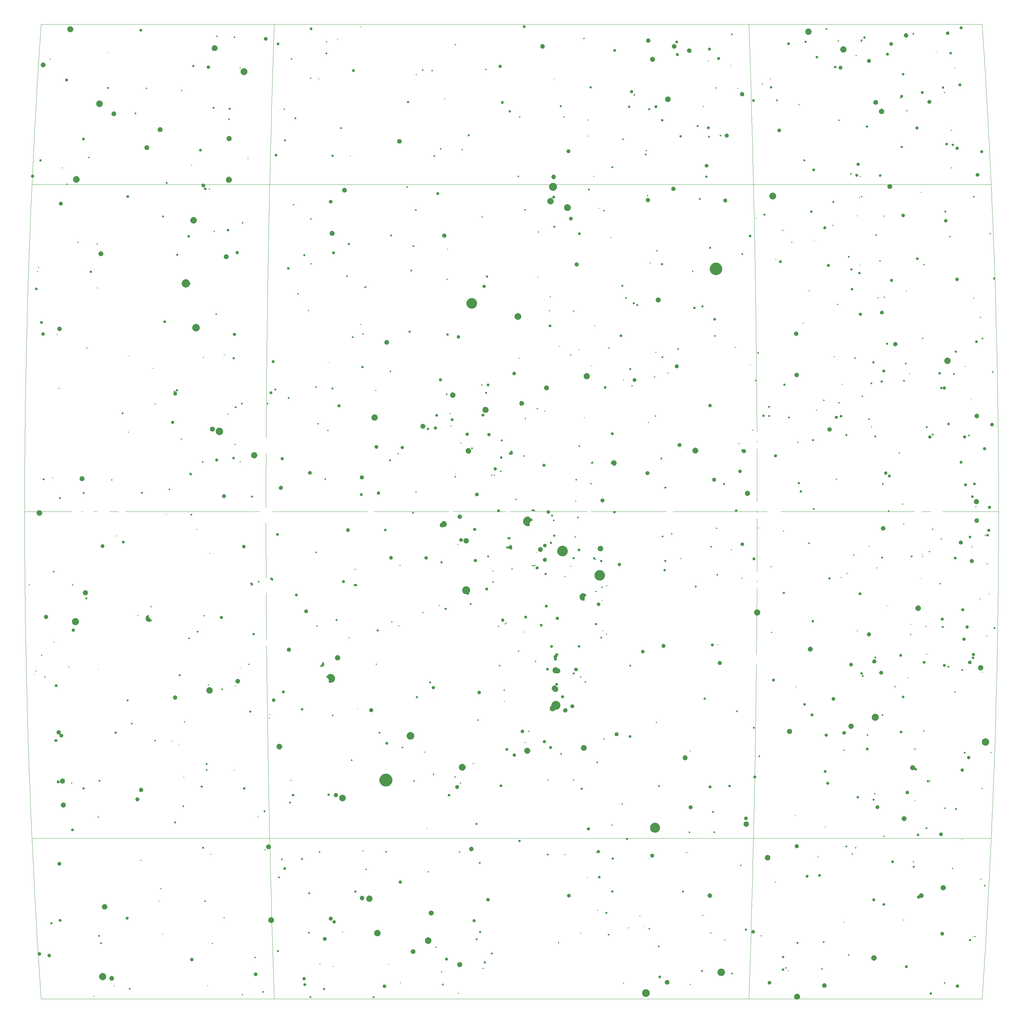
<source format=gbo>
G04 #@! TF.GenerationSoftware,KiCad,Pcbnew,7.0.1*
G04 #@! TF.CreationDate,2023-04-25T00:34:03-04:00*
G04 #@! TF.ProjectId,tenax,74656e61-782e-46b6-9963-61645f706362,rev?*
G04 #@! TF.SameCoordinates,Original*
G04 #@! TF.FileFunction,Legend,Bot*
G04 #@! TF.FilePolarity,Positive*
%FSLAX46Y46*%
G04 Gerber Fmt 4.6, Leading zero omitted, Abs format (unit mm)*
G04 Created by KiCad (PCBNEW 7.0.1) date 2023-04-25 00:34:03*
%MOMM*%
%LPD*%
G01*
G04 APERTURE LIST*
G04 Aperture macros list*
%AMRotRect*
0 Rectangle, with rotation*
0 The origin of the aperture is its center*
0 $1 length*
0 $2 width*
0 $3 Rotation angle, in degrees counterclockwise*
0 Add horizontal line*
21,1,$1,$2,0,0,$3*%
G04 Aperture macros list end*
%ADD10C,0.052916*%
%ADD11C,0.000000*%
%ADD12C,1.900000*%
%ADD13C,3.000000*%
%ADD14C,4.100000*%
%ADD15R,2.550000X2.500000*%
%ADD16C,4.300000*%
%ADD17RotRect,2.550000X2.500000X170.000000*%
%ADD18C,1.200000*%
%ADD19O,2.500000X1.700000*%
%ADD20C,0.300000*%
%ADD21RotRect,2.550000X2.500000X190.000000*%
%ADD22RotRect,2.550000X2.500000X176.500000*%
%ADD23RotRect,2.550000X2.500000X213.500000*%
%ADD24RotRect,2.550000X2.500000X183.500000*%
%ADD25RotRect,2.550000X2.500000X198.500000*%
%ADD26RotRect,2.550000X2.500000X161.500000*%
%ADD27RotRect,2.550000X2.500000X146.500000*%
%ADD28C,2.082800*%
G04 APERTURE END LIST*
D10*
X239830909Y54277958D02*
X237277896Y54277958D01*
X181235790Y10573402D02*
X178594616Y10573402D01*
X252557426Y54277958D02*
X250017494Y54277958D01*
D11*
G36*
X170056741Y-40806869D02*
G01*
X170099738Y-40810138D01*
X170142110Y-40815523D01*
X170183804Y-40822969D01*
X170224766Y-40832423D01*
X170264943Y-40843832D01*
X170304283Y-40857143D01*
X170342731Y-40872304D01*
X170380235Y-40889259D01*
X170416741Y-40907957D01*
X170452197Y-40928344D01*
X170486549Y-40950367D01*
X170519744Y-40973973D01*
X170551728Y-40999108D01*
X170582449Y-41025719D01*
X170611853Y-41053754D01*
X170639887Y-41083158D01*
X170666499Y-41113880D01*
X170691633Y-41145864D01*
X170715239Y-41179059D01*
X170737261Y-41213411D01*
X170757648Y-41248868D01*
X170776346Y-41285374D01*
X170793301Y-41322879D01*
X170808461Y-41361327D01*
X170821772Y-41400667D01*
X170833181Y-41440845D01*
X170842635Y-41481807D01*
X170850081Y-41523501D01*
X170855465Y-41565873D01*
X170858734Y-41608870D01*
X170859836Y-41652439D01*
X170858734Y-41696008D01*
X170855465Y-41739005D01*
X170850081Y-41781377D01*
X170842635Y-41823071D01*
X170833181Y-41864034D01*
X170821772Y-41904211D01*
X170808461Y-41943551D01*
X170793301Y-41981999D01*
X170776346Y-42019504D01*
X170757648Y-42056011D01*
X170737261Y-42091467D01*
X170715239Y-42125819D01*
X170691633Y-42159014D01*
X170666499Y-42190999D01*
X170639887Y-42221720D01*
X170611853Y-42251124D01*
X170582449Y-42279159D01*
X170551728Y-42305770D01*
X170519744Y-42330906D01*
X170486549Y-42354511D01*
X170452197Y-42376534D01*
X170416741Y-42396921D01*
X170380235Y-42415619D01*
X170342731Y-42432575D01*
X170304283Y-42447735D01*
X170264943Y-42461046D01*
X170224766Y-42472455D01*
X170183804Y-42481909D01*
X170142110Y-42489355D01*
X170099738Y-42494740D01*
X170056741Y-42498009D01*
X170013172Y-42499111D01*
X169969602Y-42498009D01*
X169926604Y-42494740D01*
X169884232Y-42489355D01*
X169842537Y-42481909D01*
X169801575Y-42472455D01*
X169761397Y-42461046D01*
X169722057Y-42447735D01*
X169683608Y-42432575D01*
X169646104Y-42415619D01*
X169609597Y-42396921D01*
X169574141Y-42376534D01*
X169539789Y-42354511D01*
X169506594Y-42330906D01*
X169474609Y-42305770D01*
X169443888Y-42279159D01*
X169414484Y-42251124D01*
X169386449Y-42221720D01*
X169359838Y-42190999D01*
X169334703Y-42159014D01*
X169311098Y-42125819D01*
X169289075Y-42091467D01*
X169268688Y-42056011D01*
X169249990Y-42019504D01*
X169233035Y-41981999D01*
X169217875Y-41943551D01*
X169204564Y-41904211D01*
X169193155Y-41864034D01*
X169183701Y-41823071D01*
X169176255Y-41781377D01*
X169170871Y-41739005D01*
X169167601Y-41696008D01*
X169166500Y-41652439D01*
X169167601Y-41608870D01*
X169170871Y-41565873D01*
X169176255Y-41523501D01*
X169183701Y-41481807D01*
X169193155Y-41440845D01*
X169204564Y-41400667D01*
X169217875Y-41361327D01*
X169233035Y-41322879D01*
X169249990Y-41285374D01*
X169268688Y-41248868D01*
X169289075Y-41213411D01*
X169311098Y-41179059D01*
X169334703Y-41145864D01*
X169359838Y-41113880D01*
X169386449Y-41083158D01*
X169414484Y-41053754D01*
X169443888Y-41025719D01*
X169474609Y-40999108D01*
X169506594Y-40973973D01*
X169539789Y-40950367D01*
X169574141Y-40928344D01*
X169609597Y-40907957D01*
X169646104Y-40889259D01*
X169683608Y-40872304D01*
X169722057Y-40857143D01*
X169761397Y-40843832D01*
X169801575Y-40832423D01*
X169842537Y-40822969D01*
X169884232Y-40815523D01*
X169926604Y-40810138D01*
X169969602Y-40806869D01*
X170013172Y-40805767D01*
X170056741Y-40806869D01*
G37*
D10*
X234722477Y54277958D02*
X232164726Y54277958D01*
X232164726Y54277958D02*
X229604702Y54277958D01*
X229604702Y54277958D02*
X227042488Y54277958D01*
X227042488Y54277958D02*
X224478141Y54277958D01*
X84631031Y-206145046D02*
X84719150Y-208745663D01*
X224478141Y54277958D02*
X221911750Y54277958D01*
X216773059Y54277958D02*
X214200923Y54277958D01*
D11*
G36*
X185331398Y-116246255D02*
G01*
X185355692Y-116248102D01*
X185379633Y-116251144D01*
X185403190Y-116255351D01*
X185426334Y-116260692D01*
X185449035Y-116267139D01*
X185471262Y-116274659D01*
X185492985Y-116283224D01*
X185514175Y-116292804D01*
X185534802Y-116303368D01*
X185554835Y-116314887D01*
X185574244Y-116327329D01*
X185592999Y-116340666D01*
X185611070Y-116354868D01*
X185628428Y-116369903D01*
X185645041Y-116385742D01*
X185660880Y-116402355D01*
X185675916Y-116419713D01*
X185690117Y-116437784D01*
X185703454Y-116456539D01*
X185715897Y-116475947D01*
X185727416Y-116495980D01*
X185737980Y-116516606D01*
X185747559Y-116537795D01*
X185756125Y-116559519D01*
X185763646Y-116581745D01*
X185770092Y-116604445D01*
X185775433Y-116627589D01*
X185779640Y-116651146D01*
X185782682Y-116675086D01*
X185784530Y-116699379D01*
X185785152Y-116723995D01*
X185784530Y-116748613D01*
X185782682Y-116772907D01*
X185779640Y-116796848D01*
X185775433Y-116820406D01*
X185770092Y-116843550D01*
X185763646Y-116866251D01*
X185756125Y-116888478D01*
X185747559Y-116910201D01*
X185737980Y-116931391D01*
X185727416Y-116952017D01*
X185715897Y-116972050D01*
X185703454Y-116991458D01*
X185690117Y-117010213D01*
X185675916Y-117028284D01*
X185660880Y-117045641D01*
X185645041Y-117062254D01*
X185628428Y-117078093D01*
X185611070Y-117093128D01*
X185592999Y-117107328D01*
X185574244Y-117120665D01*
X185554835Y-117133107D01*
X185534802Y-117144625D01*
X185514175Y-117155189D01*
X185492985Y-117164768D01*
X185471262Y-117173333D01*
X185449035Y-117180853D01*
X185426334Y-117187299D01*
X185403190Y-117192640D01*
X185379633Y-117196847D01*
X185355692Y-117199889D01*
X185331398Y-117201736D01*
X185306781Y-117202358D01*
X185282165Y-117201736D01*
X185257872Y-117199889D01*
X185233932Y-117196847D01*
X185210375Y-117192640D01*
X185187231Y-117187299D01*
X185164531Y-117180853D01*
X185142304Y-117173333D01*
X185120580Y-117164768D01*
X185099391Y-117155189D01*
X185078764Y-117144625D01*
X185058731Y-117133107D01*
X185039322Y-117120665D01*
X185020567Y-117107328D01*
X185002496Y-117093128D01*
X184985138Y-117078093D01*
X184968525Y-117062254D01*
X184952685Y-117045641D01*
X184937649Y-117028284D01*
X184923448Y-117010213D01*
X184910110Y-116991458D01*
X184897667Y-116972050D01*
X184886149Y-116952017D01*
X184875584Y-116931391D01*
X184866004Y-116910201D01*
X184857439Y-116888478D01*
X184849918Y-116866251D01*
X184843471Y-116843550D01*
X184838130Y-116820406D01*
X184833923Y-116796848D01*
X184830881Y-116772907D01*
X184829033Y-116748613D01*
X184828411Y-116723995D01*
X184829033Y-116699379D01*
X184830881Y-116675086D01*
X184833923Y-116651146D01*
X184838130Y-116627589D01*
X184843471Y-116604445D01*
X184849918Y-116581745D01*
X184857439Y-116559519D01*
X184866004Y-116537795D01*
X184875584Y-116516606D01*
X184886149Y-116495980D01*
X184897667Y-116475947D01*
X184910110Y-116456539D01*
X184923448Y-116437784D01*
X184937649Y-116419713D01*
X184952685Y-116402355D01*
X184968525Y-116385742D01*
X184985138Y-116369903D01*
X185002496Y-116354868D01*
X185020567Y-116340666D01*
X185039322Y-116327329D01*
X185058731Y-116314887D01*
X185078764Y-116303368D01*
X185099391Y-116292804D01*
X185120580Y-116283224D01*
X185142304Y-116274659D01*
X185164531Y-116267139D01*
X185187231Y-116260692D01*
X185210375Y-116255351D01*
X185233932Y-116251144D01*
X185257872Y-116248102D01*
X185282165Y-116246255D01*
X185306781Y-116245632D01*
X185331398Y-116246255D01*
G37*
D10*
X214200923Y54277958D02*
X211627010Y54277958D01*
X209051395Y54277958D02*
X206474132Y54277958D01*
X201315021Y54277958D02*
X198733295Y54277958D01*
X190980304Y54277958D02*
X188393611Y54277958D01*
D11*
G36*
X44716507Y-188991521D02*
G01*
X44736501Y-188993042D01*
X44756204Y-188995545D01*
X44775592Y-188999008D01*
X44794639Y-189003405D01*
X44813321Y-189008710D01*
X44831614Y-189014901D01*
X44849493Y-189021951D01*
X44866932Y-189029836D01*
X44883907Y-189038531D01*
X44900394Y-189048011D01*
X44916367Y-189058253D01*
X44931802Y-189069230D01*
X44946675Y-189080919D01*
X44960959Y-189093294D01*
X44974632Y-189106331D01*
X44987667Y-189120005D01*
X45000041Y-189134291D01*
X45011728Y-189149165D01*
X45022704Y-189164601D01*
X45032944Y-189180576D01*
X45042424Y-189197064D01*
X45051118Y-189214040D01*
X45059001Y-189231481D01*
X45066050Y-189249360D01*
X45072240Y-189267654D01*
X45077545Y-189286337D01*
X45081941Y-189305385D01*
X45085403Y-189324773D01*
X45087906Y-189344477D01*
X45089426Y-189364471D01*
X45089939Y-189384731D01*
X45089426Y-189404990D01*
X45087906Y-189424983D01*
X45085403Y-189444685D01*
X45081941Y-189464072D01*
X45077545Y-189483119D01*
X45072240Y-189501802D01*
X45066050Y-189520095D01*
X45059001Y-189537973D01*
X45051118Y-189555413D01*
X45042424Y-189572388D01*
X45032944Y-189588876D01*
X45022704Y-189604850D01*
X45011728Y-189620286D01*
X45000041Y-189635159D01*
X44987667Y-189649445D01*
X44974632Y-189663118D01*
X44960959Y-189676155D01*
X44946675Y-189688530D01*
X44931802Y-189700218D01*
X44916367Y-189711195D01*
X44900394Y-189721436D01*
X44883907Y-189730917D01*
X44866932Y-189739612D01*
X44849493Y-189747497D01*
X44831614Y-189754547D01*
X44813321Y-189760737D01*
X44794639Y-189766043D01*
X44775592Y-189770439D01*
X44756204Y-189773902D01*
X44736501Y-189776406D01*
X44716507Y-189777926D01*
X44696247Y-189778438D01*
X44675988Y-189777926D01*
X44655995Y-189776406D01*
X44636293Y-189773902D01*
X44616906Y-189770439D01*
X44597859Y-189766043D01*
X44579178Y-189760737D01*
X44560885Y-189754547D01*
X44543007Y-189747497D01*
X44525568Y-189739612D01*
X44508593Y-189730917D01*
X44492106Y-189721436D01*
X44476133Y-189711195D01*
X44460698Y-189700218D01*
X44445825Y-189688530D01*
X44431540Y-189676155D01*
X44417867Y-189663118D01*
X44404831Y-189649445D01*
X44392457Y-189635159D01*
X44380770Y-189620286D01*
X44369793Y-189604850D01*
X44359553Y-189588876D01*
X44350073Y-189572388D01*
X44341378Y-189555413D01*
X44333494Y-189537973D01*
X44326445Y-189520095D01*
X44320255Y-189501802D01*
X44314950Y-189483119D01*
X44310553Y-189464072D01*
X44307091Y-189444685D01*
X44304587Y-189424983D01*
X44303067Y-189404990D01*
X44302555Y-189384731D01*
X44303067Y-189364471D01*
X44304587Y-189344477D01*
X44307091Y-189324773D01*
X44310553Y-189305385D01*
X44314950Y-189286337D01*
X44320255Y-189267654D01*
X44326445Y-189249360D01*
X44333494Y-189231481D01*
X44341378Y-189214040D01*
X44350073Y-189197064D01*
X44359553Y-189180576D01*
X44369793Y-189164601D01*
X44380770Y-189149165D01*
X44392457Y-189134291D01*
X44404831Y-189120005D01*
X44417867Y-189106331D01*
X44431540Y-189093294D01*
X44445825Y-189080919D01*
X44460698Y-189069230D01*
X44476133Y-189058253D01*
X44492106Y-189048011D01*
X44508593Y-189038531D01*
X44525568Y-189029836D01*
X44543007Y-189021951D01*
X44560885Y-189014901D01*
X44579178Y-189008710D01*
X44597859Y-189003405D01*
X44616906Y-188999008D01*
X44636293Y-188995545D01*
X44655995Y-188993042D01*
X44675988Y-188991521D01*
X44696247Y-188991009D01*
X44716507Y-188991521D01*
G37*
G36*
X158007772Y48874199D02*
G01*
X158038946Y48871829D01*
X158069666Y48867925D01*
X158099894Y48862527D01*
X158129592Y48855672D01*
X158158721Y48847401D01*
X158187242Y48837750D01*
X158215117Y48826759D01*
X158242308Y48814466D01*
X158268776Y48800911D01*
X158294481Y48786130D01*
X158319387Y48770164D01*
X158343453Y48753050D01*
X158366642Y48734827D01*
X158388915Y48715533D01*
X158410233Y48695209D01*
X158430558Y48673890D01*
X158449851Y48651618D01*
X158468074Y48628429D01*
X158485188Y48604362D01*
X158501155Y48579457D01*
X158515935Y48553752D01*
X158529491Y48527284D01*
X158541784Y48500094D01*
X158552775Y48472218D01*
X158562426Y48443697D01*
X158570697Y48414569D01*
X158577552Y48384871D01*
X158582950Y48354643D01*
X158586853Y48323923D01*
X158589224Y48292750D01*
X158590023Y48261162D01*
X158589224Y48229575D01*
X158586853Y48198402D01*
X158582950Y48167682D01*
X158577552Y48137454D01*
X158570697Y48107756D01*
X158562426Y48078627D01*
X158552775Y48050106D01*
X158541784Y48022231D01*
X158529491Y47995040D01*
X158515935Y47968573D01*
X158501155Y47942867D01*
X158485188Y47917962D01*
X158468074Y47893896D01*
X158449851Y47870707D01*
X158430558Y47848434D01*
X158410233Y47827116D01*
X158388915Y47806791D01*
X158366642Y47787498D01*
X158343453Y47769275D01*
X158319387Y47752161D01*
X158294481Y47736195D01*
X158268776Y47721414D01*
X158242308Y47707858D01*
X158215117Y47695566D01*
X158187242Y47684575D01*
X158158721Y47674924D01*
X158129592Y47666652D01*
X158099894Y47659798D01*
X158069666Y47654400D01*
X158038946Y47650496D01*
X158007772Y47648126D01*
X157976184Y47647327D01*
X157944597Y47648126D01*
X157913423Y47650496D01*
X157882703Y47654400D01*
X157852475Y47659798D01*
X157822778Y47666652D01*
X157793649Y47674924D01*
X157765128Y47684575D01*
X157737253Y47695566D01*
X157710062Y47707858D01*
X157683595Y47721414D01*
X157657890Y47736195D01*
X157632985Y47752161D01*
X157608919Y47769275D01*
X157585730Y47787498D01*
X157563457Y47806791D01*
X157542140Y47827116D01*
X157521815Y47848434D01*
X157502522Y47870707D01*
X157484299Y47893896D01*
X157467186Y47917962D01*
X157451219Y47942867D01*
X157436439Y47968573D01*
X157422884Y47995040D01*
X157410591Y48022231D01*
X157399601Y48050106D01*
X157389950Y48078627D01*
X157381679Y48107756D01*
X157374825Y48137454D01*
X157369426Y48167682D01*
X157365523Y48198402D01*
X157363153Y48229575D01*
X157362354Y48261162D01*
X157363153Y48292750D01*
X157365523Y48323923D01*
X157369426Y48354643D01*
X157374825Y48384871D01*
X157381679Y48414569D01*
X157389950Y48443697D01*
X157399601Y48472218D01*
X157410591Y48500094D01*
X157422884Y48527284D01*
X157436439Y48553752D01*
X157451219Y48579457D01*
X157467186Y48604362D01*
X157484299Y48628429D01*
X157502522Y48651618D01*
X157521815Y48673890D01*
X157542140Y48695209D01*
X157563457Y48715533D01*
X157585730Y48734827D01*
X157608919Y48753050D01*
X157632985Y48770164D01*
X157657890Y48786130D01*
X157683595Y48800911D01*
X157710062Y48814466D01*
X157737253Y48826759D01*
X157765128Y48837750D01*
X157793649Y48847401D01*
X157822778Y48855672D01*
X157852475Y48862527D01*
X157882703Y48867925D01*
X157913423Y48871829D01*
X157944597Y48874199D01*
X157976184Y48874998D01*
X158007772Y48874199D01*
G37*
D10*
X183217083Y54277958D02*
X180627399Y54277958D01*
X180627399Y54277958D02*
X178036869Y54277958D01*
X87382938Y54277958D02*
X84809024Y54277958D01*
X178036869Y54277958D02*
X175445545Y54277958D01*
X175445545Y54277958D02*
X172853511Y54277958D01*
X170260845Y54277958D02*
X167667606Y54277958D01*
X167667606Y54277958D02*
X165073871Y54277958D01*
X165073871Y54277958D02*
X162479709Y54277958D01*
X55992694Y-78532375D02*
X53352161Y-78532375D01*
X157290386Y54277958D02*
X154695362Y54277958D01*
X82236881Y-211342709D02*
X79666584Y-211342709D01*
X154695362Y54277958D02*
X152100208Y54277958D01*
X84217243Y-193090893D02*
X84296436Y-195708279D01*
X152100208Y54277958D02*
X149504962Y54277958D01*
D11*
G36*
X54464640Y2161164D02*
G01*
X54478184Y2160134D01*
X54491532Y2158438D01*
X54504665Y2156092D01*
X54517568Y2153114D01*
X54530225Y2149520D01*
X54542617Y2145328D01*
X54554728Y2140552D01*
X54566542Y2135211D01*
X54578042Y2129322D01*
X54589211Y2122900D01*
X54600032Y2115963D01*
X54610489Y2108527D01*
X54620565Y2100610D01*
X54630242Y2092228D01*
X54639505Y2083397D01*
X54648336Y2074135D01*
X54656719Y2064458D01*
X54664637Y2054383D01*
X54672073Y2043927D01*
X54679011Y2033106D01*
X54685433Y2021937D01*
X54691323Y2010438D01*
X54696664Y1998624D01*
X54701440Y1986513D01*
X54705633Y1974121D01*
X54709227Y1961465D01*
X54712205Y1948562D01*
X54714551Y1935429D01*
X54716247Y1922082D01*
X54717277Y1908538D01*
X54717624Y1894814D01*
X54717277Y1881089D01*
X54716247Y1867545D01*
X54714551Y1854198D01*
X54712205Y1841065D01*
X54709227Y1828162D01*
X54705633Y1815506D01*
X54701440Y1803114D01*
X54696664Y1791002D01*
X54691323Y1779189D01*
X54685433Y1767689D01*
X54679011Y1756520D01*
X54672073Y1745699D01*
X54664637Y1735243D01*
X54656719Y1725168D01*
X54648336Y1715491D01*
X54639505Y1706228D01*
X54630242Y1697397D01*
X54620565Y1689015D01*
X54610489Y1681097D01*
X54600032Y1673662D01*
X54589211Y1666724D01*
X54578042Y1660303D01*
X54566542Y1654413D01*
X54554728Y1649072D01*
X54542617Y1644296D01*
X54530225Y1640103D01*
X54517568Y1636509D01*
X54504665Y1633531D01*
X54491532Y1631186D01*
X54478184Y1629490D01*
X54464640Y1628460D01*
X54450916Y1628113D01*
X54437192Y1628460D01*
X54423648Y1629490D01*
X54410301Y1631186D01*
X54397167Y1633531D01*
X54384264Y1636509D01*
X54371609Y1640103D01*
X54359217Y1644296D01*
X54347106Y1649072D01*
X54335292Y1654413D01*
X54323793Y1660303D01*
X54312625Y1666724D01*
X54301804Y1673662D01*
X54291348Y1681097D01*
X54281273Y1689015D01*
X54271596Y1697397D01*
X54262334Y1706228D01*
X54253504Y1715491D01*
X54245122Y1725168D01*
X54237204Y1735243D01*
X54229769Y1745699D01*
X54222832Y1756520D01*
X54216411Y1767689D01*
X54210521Y1779189D01*
X54205180Y1791002D01*
X54200405Y1803114D01*
X54196213Y1815506D01*
X54192619Y1828162D01*
X54189641Y1841065D01*
X54187296Y1854198D01*
X54185600Y1867545D01*
X54184570Y1881089D01*
X54184223Y1894814D01*
X54184570Y1908538D01*
X54185600Y1922082D01*
X54187296Y1935429D01*
X54189641Y1948562D01*
X54192619Y1961465D01*
X54196213Y1974121D01*
X54200405Y1986513D01*
X54205180Y1998624D01*
X54210521Y2010438D01*
X54216411Y2021937D01*
X54222832Y2033106D01*
X54229769Y2043927D01*
X54237204Y2054383D01*
X54245122Y2064458D01*
X54253504Y2074135D01*
X54262334Y2083397D01*
X54271596Y2092228D01*
X54281273Y2100610D01*
X54291348Y2108527D01*
X54301804Y2115963D01*
X54312625Y2122900D01*
X54323793Y2129322D01*
X54335292Y2135211D01*
X54347106Y2140552D01*
X54359217Y2145328D01*
X54371609Y2149520D01*
X54384264Y2153114D01*
X54397167Y2156092D01*
X54410301Y2158438D01*
X54423648Y2160134D01*
X54437192Y2161164D01*
X54450916Y2161511D01*
X54464640Y2161164D01*
G37*
D10*
X84809024Y54277958D02*
X84719150Y51680907D01*
X149504962Y54277958D02*
X146909748Y54277958D01*
D11*
G36*
X149339752Y-61933297D02*
G01*
X149369098Y-61935528D01*
X149398017Y-61939203D01*
X149426473Y-61944285D01*
X149454430Y-61950737D01*
X149481851Y-61958524D01*
X149508700Y-61967609D01*
X149534941Y-61977956D01*
X149560538Y-61989528D01*
X149585454Y-62002290D01*
X149609652Y-62016204D01*
X149633098Y-62031235D01*
X149655753Y-62047346D01*
X149677583Y-62064501D01*
X149698550Y-62082663D01*
X149718618Y-62101797D01*
X149737751Y-62121866D01*
X149755913Y-62142833D01*
X149773068Y-62164663D01*
X149789179Y-62187319D01*
X149804209Y-62210764D01*
X149818123Y-62234963D01*
X149830884Y-62259879D01*
X149842456Y-62285476D01*
X149852803Y-62311717D01*
X149861888Y-62338567D01*
X149869674Y-62365988D01*
X149876127Y-62393945D01*
X149881208Y-62422402D01*
X149884883Y-62451321D01*
X149887115Y-62480667D01*
X149887867Y-62510403D01*
X149887115Y-62540138D01*
X149884883Y-62569483D01*
X149881208Y-62598402D01*
X149876127Y-62626858D01*
X149869674Y-62654814D01*
X149861888Y-62682235D01*
X149852803Y-62709085D01*
X149842456Y-62735326D01*
X149830884Y-62760923D01*
X149818123Y-62785839D01*
X149804209Y-62810038D01*
X149789179Y-62833483D01*
X149773068Y-62856139D01*
X149755913Y-62877969D01*
X149737751Y-62898936D01*
X149718618Y-62919005D01*
X149698550Y-62938139D01*
X149677583Y-62956302D01*
X149655753Y-62973457D01*
X149633098Y-62989568D01*
X149609652Y-63004599D01*
X149585454Y-63018514D01*
X149560538Y-63031275D01*
X149534941Y-63042848D01*
X149508700Y-63053195D01*
X149481851Y-63062280D01*
X149454430Y-63070067D01*
X149426473Y-63076520D01*
X149398017Y-63081602D01*
X149369098Y-63085277D01*
X149339752Y-63087509D01*
X149310016Y-63088261D01*
X149280280Y-63087509D01*
X149250934Y-63085277D01*
X149222015Y-63081602D01*
X149193559Y-63076520D01*
X149165603Y-63070067D01*
X149138181Y-63062280D01*
X149111332Y-63053195D01*
X149085091Y-63042848D01*
X149059494Y-63031275D01*
X149034579Y-63018514D01*
X149010380Y-63004599D01*
X148986935Y-62989568D01*
X148964279Y-62973457D01*
X148942450Y-62956302D01*
X148921483Y-62938139D01*
X148901414Y-62919005D01*
X148882281Y-62898936D01*
X148864119Y-62877969D01*
X148846964Y-62856139D01*
X148830854Y-62833483D01*
X148815823Y-62810038D01*
X148801909Y-62785839D01*
X148789148Y-62760923D01*
X148777576Y-62735326D01*
X148767230Y-62709085D01*
X148758145Y-62682235D01*
X148750358Y-62654814D01*
X148743906Y-62626858D01*
X148738824Y-62598402D01*
X148735149Y-62569483D01*
X148732918Y-62540138D01*
X148732166Y-62510403D01*
X148732918Y-62480667D01*
X148735149Y-62451321D01*
X148738824Y-62422402D01*
X148743906Y-62393945D01*
X148750358Y-62365988D01*
X148758145Y-62338567D01*
X148767230Y-62311717D01*
X148777576Y-62285476D01*
X148789148Y-62259879D01*
X148801909Y-62234963D01*
X148815823Y-62210764D01*
X148830854Y-62187319D01*
X148846964Y-62164663D01*
X148864119Y-62142833D01*
X148882281Y-62121866D01*
X148901414Y-62101797D01*
X148921483Y-62082663D01*
X148942450Y-62064501D01*
X148964279Y-62047346D01*
X148986935Y-62031235D01*
X149010380Y-62016204D01*
X149034579Y-62002290D01*
X149059494Y-61989528D01*
X149085091Y-61977956D01*
X149111332Y-61967609D01*
X149138181Y-61958524D01*
X149165603Y-61950737D01*
X149193559Y-61944285D01*
X149222015Y-61939203D01*
X149250934Y-61935528D01*
X149280280Y-61933297D01*
X149310016Y-61932545D01*
X149339752Y-61933297D01*
G37*
D10*
X146909748Y54277958D02*
X144314579Y54277958D01*
X173677166Y-78532375D02*
X170993038Y-78532375D01*
X144314579Y54277958D02*
X141719577Y54277958D01*
D11*
G36*
X234166275Y-203018382D02*
G01*
X234177561Y-203019241D01*
X234188684Y-203020654D01*
X234199628Y-203022609D01*
X234210381Y-203025091D01*
X234220927Y-203028086D01*
X234231253Y-203031581D01*
X234241346Y-203035561D01*
X234251191Y-203040012D01*
X234260774Y-203044920D01*
X234270081Y-203050272D01*
X234279098Y-203056054D01*
X234287812Y-203062251D01*
X234296207Y-203068849D01*
X234304272Y-203075835D01*
X234311990Y-203083195D01*
X234319349Y-203090914D01*
X234326335Y-203098979D01*
X234332933Y-203107375D01*
X234339129Y-203116089D01*
X234344910Y-203125107D01*
X234350262Y-203134414D01*
X234355170Y-203143998D01*
X234359620Y-203153843D01*
X234363600Y-203163936D01*
X234367094Y-203174263D01*
X234370089Y-203184809D01*
X234372571Y-203195562D01*
X234374525Y-203206507D01*
X234375939Y-203217629D01*
X234376797Y-203228916D01*
X234377086Y-203240353D01*
X234376797Y-203251786D01*
X234375939Y-203263070D01*
X234374525Y-203274191D01*
X234372571Y-203285133D01*
X234370089Y-203295884D01*
X234367094Y-203306428D01*
X234363600Y-203316753D01*
X234359620Y-203326845D01*
X234355170Y-203336688D01*
X234350262Y-203346270D01*
X234344910Y-203355576D01*
X234339129Y-203364593D01*
X234332933Y-203373306D01*
X234326335Y-203381701D01*
X234319349Y-203389765D01*
X234311990Y-203397484D01*
X234304272Y-203404843D01*
X234296207Y-203411828D01*
X234287812Y-203418426D01*
X234279098Y-203424622D01*
X234270081Y-203430403D01*
X234260774Y-203435755D01*
X234251191Y-203440664D01*
X234241346Y-203445115D01*
X234231253Y-203449094D01*
X234220927Y-203452589D01*
X234210381Y-203455584D01*
X234199628Y-203458066D01*
X234188684Y-203460020D01*
X234177561Y-203461434D01*
X234166275Y-203462292D01*
X234154838Y-203462582D01*
X234143401Y-203462292D01*
X234132114Y-203461434D01*
X234120992Y-203460020D01*
X234110047Y-203458066D01*
X234099294Y-203455584D01*
X234088748Y-203452589D01*
X234078421Y-203449094D01*
X234068328Y-203445115D01*
X234058483Y-203440664D01*
X234048900Y-203435755D01*
X234039593Y-203430403D01*
X234030575Y-203424622D01*
X234021862Y-203418426D01*
X234013466Y-203411828D01*
X234005401Y-203404843D01*
X233997683Y-203397484D01*
X233990324Y-203389765D01*
X233983338Y-203381701D01*
X233976740Y-203373306D01*
X233970544Y-203364593D01*
X233964763Y-203355576D01*
X233959411Y-203346270D01*
X233954503Y-203336688D01*
X233950052Y-203326845D01*
X233946073Y-203316753D01*
X233942578Y-203306428D01*
X233939583Y-203295884D01*
X233937102Y-203285133D01*
X233935147Y-203274191D01*
X233933734Y-203263070D01*
X233932875Y-203251786D01*
X233932586Y-203240353D01*
X233932875Y-203228916D01*
X233933734Y-203217629D01*
X233935147Y-203206507D01*
X233937102Y-203195562D01*
X233939583Y-203184809D01*
X233942578Y-203174263D01*
X233946073Y-203163936D01*
X233950052Y-203153843D01*
X233954503Y-203143998D01*
X233959411Y-203134414D01*
X233964763Y-203125107D01*
X233970544Y-203116089D01*
X233976740Y-203107375D01*
X233983338Y-203098979D01*
X233990324Y-203090914D01*
X233997683Y-203083195D01*
X234005401Y-203075835D01*
X234013466Y-203068849D01*
X234021862Y-203062251D01*
X234030575Y-203056054D01*
X234039593Y-203050272D01*
X234048900Y-203044920D01*
X234058483Y-203040012D01*
X234068328Y-203035561D01*
X234078421Y-203031581D01*
X234088748Y-203028086D01*
X234099294Y-203025091D01*
X234110047Y-203022609D01*
X234120992Y-203020654D01*
X234132114Y-203019241D01*
X234143401Y-203018382D01*
X234154838Y-203018093D01*
X234166275Y-203018382D01*
G37*
G36*
X201704031Y-188524084D02*
G01*
X201711555Y-188524656D01*
X201718970Y-188525599D01*
X201726266Y-188526902D01*
X201733434Y-188528557D01*
X201740465Y-188530553D01*
X201747349Y-188532883D01*
X201754077Y-188535536D01*
X201760640Y-188538504D01*
X201767029Y-188541776D01*
X201773233Y-188545344D01*
X201779245Y-188549199D01*
X201785054Y-188553330D01*
X201790651Y-188557729D01*
X201796027Y-188562387D01*
X201801173Y-188567293D01*
X201806079Y-188572439D01*
X201810736Y-188577816D01*
X201815134Y-188583414D01*
X201819265Y-188589223D01*
X201823119Y-188595235D01*
X201826687Y-188601441D01*
X201829959Y-188607830D01*
X201832926Y-188614393D01*
X201835579Y-188621122D01*
X201837908Y-188628007D01*
X201839905Y-188635039D01*
X201841559Y-188642207D01*
X201842862Y-188649504D01*
X201843805Y-188656920D01*
X201844377Y-188664445D01*
X201844570Y-188672069D01*
X201844377Y-188679696D01*
X201843805Y-188687222D01*
X201842862Y-188694639D01*
X201841559Y-188701937D01*
X201839905Y-188709106D01*
X201837908Y-188716139D01*
X201835579Y-188723025D01*
X201832926Y-188729754D01*
X201829959Y-188736319D01*
X201826687Y-188742709D01*
X201823119Y-188748915D01*
X201819265Y-188754927D01*
X201815134Y-188760737D01*
X201810736Y-188766336D01*
X201806079Y-188771713D01*
X201801173Y-188776859D01*
X201796027Y-188781766D01*
X201790651Y-188786424D01*
X201785054Y-188790823D01*
X201779245Y-188794955D01*
X201773233Y-188798809D01*
X201767029Y-188802377D01*
X201760640Y-188805650D01*
X201754077Y-188808618D01*
X201747349Y-188811271D01*
X201740465Y-188813601D01*
X201733434Y-188815598D01*
X201726266Y-188817252D01*
X201718970Y-188818555D01*
X201711555Y-188819498D01*
X201704031Y-188820070D01*
X201696407Y-188820263D01*
X201688783Y-188820070D01*
X201681259Y-188819498D01*
X201673844Y-188818555D01*
X201666548Y-188817252D01*
X201659380Y-188815598D01*
X201652349Y-188813601D01*
X201645465Y-188811271D01*
X201638736Y-188808618D01*
X201632173Y-188805650D01*
X201625785Y-188802377D01*
X201619580Y-188798809D01*
X201613569Y-188794955D01*
X201607760Y-188790823D01*
X201602163Y-188786424D01*
X201596787Y-188781766D01*
X201591641Y-188776859D01*
X201586735Y-188771713D01*
X201582078Y-188766336D01*
X201577680Y-188760737D01*
X201573549Y-188754927D01*
X201569695Y-188748915D01*
X201566127Y-188742709D01*
X201562855Y-188736319D01*
X201559888Y-188729754D01*
X201557235Y-188723025D01*
X201554905Y-188716139D01*
X201552909Y-188709106D01*
X201551254Y-188701937D01*
X201549951Y-188694639D01*
X201549009Y-188687222D01*
X201548437Y-188679696D01*
X201548244Y-188672069D01*
X201548437Y-188664445D01*
X201549009Y-188656920D01*
X201549951Y-188649504D01*
X201551254Y-188642207D01*
X201552909Y-188635039D01*
X201554905Y-188628007D01*
X201557235Y-188621122D01*
X201559888Y-188614393D01*
X201562855Y-188607830D01*
X201566127Y-188601441D01*
X201569695Y-188595235D01*
X201573549Y-188589223D01*
X201577680Y-188583414D01*
X201582078Y-188577816D01*
X201586735Y-188572439D01*
X201591641Y-188567293D01*
X201596787Y-188562387D01*
X201602163Y-188557729D01*
X201607760Y-188553330D01*
X201613569Y-188549199D01*
X201619580Y-188545344D01*
X201625785Y-188541776D01*
X201632173Y-188538504D01*
X201638736Y-188535536D01*
X201645465Y-188532883D01*
X201652349Y-188530553D01*
X201659380Y-188528557D01*
X201666548Y-188526902D01*
X201673844Y-188525599D01*
X201681259Y-188524656D01*
X201688783Y-188524084D01*
X201696407Y-188523891D01*
X201704031Y-188524084D01*
G37*
D10*
X141719577Y54277958D02*
X139124759Y54277958D01*
X216450100Y-62414265D02*
X216460201Y-65099941D01*
X139124759Y54277958D02*
X136530246Y54277958D01*
X281725894Y-30241657D02*
X281789524Y-32917187D01*
D11*
G36*
X265475687Y46720478D02*
G01*
X265482137Y46719988D01*
X265488493Y46719180D01*
X265494747Y46718063D01*
X265500892Y46716645D01*
X265506918Y46714934D01*
X265512819Y46712937D01*
X265518587Y46710663D01*
X265524212Y46708120D01*
X265529688Y46705315D01*
X265535007Y46702257D01*
X265540159Y46698954D01*
X265545139Y46695413D01*
X265549936Y46691643D01*
X265554545Y46687651D01*
X265558955Y46683446D01*
X265563160Y46679035D01*
X265567152Y46674427D01*
X265570922Y46669630D01*
X265574463Y46664651D01*
X265577767Y46659498D01*
X265580825Y46654179D01*
X265583629Y46648703D01*
X265586173Y46643078D01*
X265588446Y46637311D01*
X265590443Y46631410D01*
X265592155Y46625383D01*
X265593573Y46619239D01*
X265594689Y46612985D01*
X265595497Y46606629D01*
X265595988Y46600180D01*
X265596153Y46593645D01*
X265595988Y46587109D01*
X265595497Y46580660D01*
X265594689Y46574304D01*
X265593573Y46568050D01*
X265592155Y46561906D01*
X265590443Y46555880D01*
X265588446Y46549979D01*
X265586173Y46544211D01*
X265583629Y46538586D01*
X265580825Y46533110D01*
X265577767Y46527792D01*
X265574463Y46522639D01*
X265570922Y46517660D01*
X265567152Y46512862D01*
X265563160Y46508254D01*
X265558955Y46503843D01*
X265554545Y46499638D01*
X265549936Y46495647D01*
X265545139Y46491876D01*
X265540159Y46488336D01*
X265535007Y46485032D01*
X265529688Y46481974D01*
X265524212Y46479169D01*
X265518587Y46476626D01*
X265512819Y46474352D01*
X265506918Y46472356D01*
X265500892Y46470644D01*
X265494747Y46469226D01*
X265488493Y46468109D01*
X265482137Y46467301D01*
X265475687Y46466811D01*
X265469152Y46466646D01*
X265462617Y46466811D01*
X265456167Y46467301D01*
X265449811Y46468109D01*
X265443557Y46469226D01*
X265437412Y46470644D01*
X265431386Y46472356D01*
X265425485Y46474352D01*
X265419717Y46476626D01*
X265414092Y46479169D01*
X265408616Y46481974D01*
X265403297Y46485032D01*
X265398145Y46488336D01*
X265393165Y46491876D01*
X265388368Y46495647D01*
X265383759Y46499638D01*
X265379349Y46503843D01*
X265375144Y46508254D01*
X265371152Y46512862D01*
X265367382Y46517660D01*
X265363841Y46522639D01*
X265360537Y46527792D01*
X265357479Y46533110D01*
X265354675Y46538586D01*
X265352132Y46544211D01*
X265349858Y46549979D01*
X265347861Y46555880D01*
X265346150Y46561906D01*
X265344731Y46568050D01*
X265343615Y46574304D01*
X265342807Y46580660D01*
X265342316Y46587109D01*
X265342151Y46593645D01*
X265342316Y46600180D01*
X265342807Y46606629D01*
X265343615Y46612985D01*
X265344731Y46619239D01*
X265346150Y46625383D01*
X265347861Y46631410D01*
X265349858Y46637311D01*
X265352132Y46643078D01*
X265354675Y46648703D01*
X265357479Y46654179D01*
X265360537Y46659498D01*
X265363841Y46664651D01*
X265367382Y46669630D01*
X265371152Y46674427D01*
X265375144Y46679035D01*
X265379349Y46683446D01*
X265383759Y46687651D01*
X265388368Y46691643D01*
X265393165Y46695413D01*
X265398145Y46698954D01*
X265403297Y46702257D01*
X265408616Y46705315D01*
X265414092Y46708120D01*
X265419717Y46710663D01*
X265425485Y46712937D01*
X265431386Y46714934D01*
X265437412Y46716645D01*
X265443557Y46718063D01*
X265449811Y46719180D01*
X265456167Y46719988D01*
X265462617Y46720478D01*
X265469152Y46720644D01*
X265475687Y46720478D01*
G37*
D10*
X136530246Y54277958D02*
X133936069Y54277958D01*
X133936069Y54277958D02*
X131342334Y54277958D01*
X131342334Y54277958D02*
X128749088Y54277958D01*
X126156421Y54277958D02*
X123564395Y54277958D01*
X105444080Y-211342709D02*
X102859714Y-211342709D01*
X123564395Y54277958D02*
X120973087Y54277958D01*
X120973087Y54277958D02*
X118382541Y54277958D01*
X118382541Y54277958D02*
X115792865Y54277958D01*
X279116808Y33405586D02*
X279266726Y30781977D01*
D11*
G36*
X203683722Y-6349710D02*
G01*
X203698233Y-6350814D01*
X203712534Y-6352631D01*
X203726605Y-6355144D01*
X203740430Y-6358334D01*
X203753990Y-6362185D01*
X203767266Y-6366677D01*
X203780243Y-6371793D01*
X203792900Y-6377516D01*
X203805221Y-6383826D01*
X203817187Y-6390706D01*
X203828780Y-6398139D01*
X203839983Y-6406105D01*
X203850778Y-6414588D01*
X203861146Y-6423569D01*
X203871069Y-6433031D01*
X203880531Y-6442954D01*
X203889512Y-6453322D01*
X203897995Y-6464117D01*
X203905961Y-6475320D01*
X203913393Y-6486914D01*
X203920274Y-6498880D01*
X203926584Y-6511201D01*
X203932306Y-6523859D01*
X203937422Y-6536835D01*
X203941915Y-6550112D01*
X203945765Y-6563672D01*
X203948956Y-6577497D01*
X203951469Y-6591569D01*
X203953286Y-6605869D01*
X203954389Y-6620381D01*
X203954761Y-6635086D01*
X203954389Y-6649790D01*
X203953286Y-6664302D01*
X203951469Y-6678602D01*
X203948956Y-6692674D01*
X203945765Y-6706498D01*
X203941915Y-6720058D01*
X203937422Y-6733335D01*
X203932306Y-6746311D01*
X203926584Y-6758969D01*
X203920274Y-6771289D01*
X203913393Y-6783255D01*
X203905961Y-6794849D01*
X203897995Y-6806052D01*
X203889512Y-6816846D01*
X203880531Y-6827214D01*
X203871069Y-6837138D01*
X203861146Y-6846599D01*
X203850778Y-6855580D01*
X203839983Y-6864063D01*
X203828780Y-6872030D01*
X203817187Y-6879462D01*
X203805221Y-6886342D01*
X203792900Y-6892653D01*
X203780243Y-6898375D01*
X203767266Y-6903491D01*
X203753990Y-6907983D01*
X203740430Y-6911834D01*
X203726605Y-6915024D01*
X203712534Y-6917537D01*
X203698233Y-6919354D01*
X203683722Y-6920458D01*
X203669017Y-6920830D01*
X203654313Y-6920458D01*
X203639801Y-6919354D01*
X203625501Y-6917537D01*
X203611429Y-6915024D01*
X203597605Y-6911834D01*
X203584045Y-6907983D01*
X203570768Y-6903491D01*
X203557792Y-6898375D01*
X203545135Y-6892653D01*
X203532814Y-6886342D01*
X203520848Y-6879462D01*
X203509254Y-6872030D01*
X203498051Y-6864063D01*
X203487257Y-6855580D01*
X203476889Y-6846599D01*
X203466965Y-6837138D01*
X203457504Y-6827214D01*
X203448523Y-6816846D01*
X203440040Y-6806052D01*
X203432074Y-6794849D01*
X203424641Y-6783255D01*
X203417761Y-6771289D01*
X203411451Y-6758969D01*
X203405729Y-6746311D01*
X203400612Y-6733335D01*
X203396120Y-6720058D01*
X203392269Y-6706498D01*
X203389079Y-6692674D01*
X203386566Y-6678602D01*
X203384749Y-6664302D01*
X203383645Y-6649790D01*
X203383274Y-6635086D01*
X203383645Y-6620381D01*
X203384749Y-6605869D01*
X203386566Y-6591569D01*
X203389079Y-6577497D01*
X203392269Y-6563672D01*
X203396120Y-6550112D01*
X203400612Y-6536835D01*
X203405729Y-6523859D01*
X203411451Y-6511201D01*
X203417761Y-6498880D01*
X203424641Y-6486914D01*
X203432074Y-6475320D01*
X203440040Y-6464117D01*
X203448523Y-6453322D01*
X203457504Y-6442954D01*
X203466965Y-6433031D01*
X203476889Y-6423569D01*
X203487257Y-6414588D01*
X203498051Y-6406105D01*
X203509254Y-6398139D01*
X203520848Y-6390706D01*
X203532814Y-6383826D01*
X203545135Y-6377516D01*
X203557792Y-6371793D01*
X203570768Y-6366677D01*
X203584045Y-6362185D01*
X203597605Y-6358334D01*
X203611429Y-6355144D01*
X203625501Y-6352631D01*
X203639801Y-6350814D01*
X203654313Y-6349710D01*
X203669017Y-6349338D01*
X203683722Y-6349710D01*
G37*
D10*
X115792865Y54277958D02*
X113204105Y54277958D01*
X110616336Y54277958D02*
X108029636Y54277958D01*
D11*
G36*
X85720585Y-84405322D02*
G01*
X85739288Y-84406744D01*
X85757720Y-84409086D01*
X85775856Y-84412325D01*
X85793675Y-84416438D01*
X85811152Y-84421401D01*
X85828264Y-84427192D01*
X85844989Y-84433787D01*
X85861304Y-84441162D01*
X85877184Y-84449296D01*
X85892607Y-84458165D01*
X85907550Y-84467745D01*
X85921990Y-84478014D01*
X85935904Y-84488948D01*
X85949268Y-84500525D01*
X85962059Y-84512720D01*
X85974254Y-84525511D01*
X85985830Y-84538876D01*
X85996764Y-84552790D01*
X86007032Y-84567230D01*
X86016612Y-84582174D01*
X86025481Y-84597598D01*
X86033615Y-84613479D01*
X86040990Y-84629794D01*
X86047585Y-84646520D01*
X86053376Y-84663633D01*
X86058339Y-84681111D01*
X86062452Y-84698931D01*
X86065691Y-84717068D01*
X86068033Y-84735501D01*
X86069455Y-84754205D01*
X86069934Y-84773159D01*
X86069455Y-84792112D01*
X86068033Y-84810817D01*
X86065691Y-84829249D01*
X86062452Y-84847387D01*
X86058339Y-84865206D01*
X86053376Y-84882683D01*
X86047585Y-84899796D01*
X86040990Y-84916522D01*
X86033615Y-84932836D01*
X86025481Y-84948717D01*
X86016612Y-84964140D01*
X86007032Y-84979083D01*
X85996764Y-84993523D01*
X85985830Y-85007436D01*
X85974254Y-85020800D01*
X85962059Y-85033590D01*
X85949268Y-85045785D01*
X85935904Y-85057361D01*
X85921990Y-85068294D01*
X85907550Y-85078562D01*
X85892607Y-85088142D01*
X85877184Y-85097010D01*
X85861304Y-85105143D01*
X85844989Y-85112518D01*
X85828264Y-85119113D01*
X85811152Y-85124903D01*
X85793675Y-85129866D01*
X85775856Y-85133978D01*
X85757720Y-85137217D01*
X85739288Y-85139559D01*
X85720585Y-85140981D01*
X85701633Y-85141460D01*
X85682680Y-85140981D01*
X85663975Y-85139559D01*
X85645542Y-85137217D01*
X85627405Y-85133978D01*
X85609585Y-85129866D01*
X85592107Y-85124903D01*
X85574994Y-85119113D01*
X85558268Y-85112518D01*
X85541953Y-85105143D01*
X85526072Y-85097010D01*
X85510648Y-85088142D01*
X85495704Y-85078562D01*
X85481264Y-85068294D01*
X85467350Y-85057361D01*
X85453986Y-85045785D01*
X85441194Y-85033590D01*
X85428999Y-85020800D01*
X85417422Y-85007436D01*
X85406488Y-84993523D01*
X85396219Y-84979083D01*
X85386639Y-84964140D01*
X85377770Y-84948717D01*
X85369637Y-84932836D01*
X85362261Y-84916522D01*
X85355666Y-84899796D01*
X85349875Y-84882683D01*
X85344912Y-84865206D01*
X85340799Y-84847387D01*
X85337560Y-84829249D01*
X85335218Y-84810817D01*
X85333796Y-84792112D01*
X85333316Y-84773159D01*
X85333796Y-84754205D01*
X85335218Y-84735501D01*
X85337560Y-84717068D01*
X85340799Y-84698931D01*
X85344912Y-84681111D01*
X85349875Y-84663633D01*
X85355666Y-84646520D01*
X85362261Y-84629794D01*
X85369637Y-84613479D01*
X85377770Y-84597598D01*
X85386639Y-84582174D01*
X85396219Y-84567230D01*
X85406488Y-84552790D01*
X85417422Y-84538876D01*
X85428999Y-84525511D01*
X85441194Y-84512720D01*
X85453986Y-84500525D01*
X85467350Y-84488948D01*
X85481264Y-84478014D01*
X85495704Y-84467745D01*
X85510648Y-84458165D01*
X85526072Y-84449296D01*
X85541953Y-84441162D01*
X85558268Y-84433787D01*
X85574994Y-84427192D01*
X85592107Y-84421401D01*
X85609585Y-84416438D01*
X85627405Y-84412325D01*
X85645542Y-84409086D01*
X85663975Y-84406744D01*
X85682680Y-84405322D01*
X85701633Y-84404842D01*
X85720585Y-84405322D01*
G37*
D10*
X108029636Y54277958D02*
X105444080Y54277958D01*
X92535801Y-211342709D02*
X89958561Y-211342709D01*
D11*
G36*
X196292652Y-181843921D02*
G01*
X196306626Y-181844984D01*
X196320397Y-181846733D01*
X196333947Y-181849153D01*
X196347260Y-181852225D01*
X196360318Y-181855933D01*
X196373103Y-181860259D01*
X196385599Y-181865185D01*
X196397788Y-181870695D01*
X196409653Y-181876772D01*
X196421176Y-181883397D01*
X196432341Y-181890554D01*
X196443129Y-181898225D01*
X196453524Y-181906393D01*
X196463508Y-181915042D01*
X196473065Y-181924152D01*
X196482176Y-181933708D01*
X196490825Y-181943692D01*
X196498994Y-181954087D01*
X196506666Y-181964875D01*
X196513823Y-181976039D01*
X196520449Y-181987562D01*
X196526526Y-181999426D01*
X196532036Y-182011615D01*
X196536963Y-182024111D01*
X196541290Y-182036896D01*
X196544998Y-182049954D01*
X196548070Y-182063267D01*
X196550490Y-182076818D01*
X196552240Y-182090589D01*
X196553303Y-182104564D01*
X196553661Y-182118725D01*
X196553303Y-182132885D01*
X196552240Y-182146860D01*
X196550490Y-182160631D01*
X196548070Y-182174182D01*
X196544998Y-182187495D01*
X196541290Y-182200553D01*
X196536963Y-182213339D01*
X196532036Y-182225834D01*
X196526526Y-182238023D01*
X196520449Y-182249888D01*
X196513823Y-182261411D01*
X196506666Y-182272575D01*
X196498994Y-182283363D01*
X196490825Y-182293757D01*
X196482176Y-182303741D01*
X196473065Y-182313297D01*
X196463508Y-182322408D01*
X196453524Y-182331056D01*
X196443129Y-182339225D01*
X196432341Y-182346896D01*
X196421176Y-182354053D01*
X196409653Y-182360678D01*
X196397788Y-182366754D01*
X196385599Y-182372264D01*
X196373103Y-182377191D01*
X196360318Y-182381517D01*
X196347260Y-182385224D01*
X196333947Y-182388297D01*
X196320397Y-182390716D01*
X196306626Y-182392466D01*
X196292652Y-182393528D01*
X196278492Y-182393886D01*
X196264332Y-182393528D01*
X196250357Y-182392466D01*
X196236586Y-182390716D01*
X196223036Y-182388297D01*
X196209723Y-182385224D01*
X196196665Y-182381517D01*
X196183880Y-182377191D01*
X196171384Y-182372264D01*
X196159195Y-182366754D01*
X196147330Y-182360678D01*
X196135807Y-182354053D01*
X196124643Y-182346896D01*
X196113854Y-182339225D01*
X196103459Y-182331056D01*
X196093475Y-182322408D01*
X196083918Y-182313297D01*
X196074807Y-182303741D01*
X196066158Y-182293757D01*
X196057989Y-182283363D01*
X196050317Y-182272575D01*
X196043160Y-182261411D01*
X196036534Y-182249888D01*
X196030457Y-182238023D01*
X196024947Y-182225834D01*
X196020020Y-182213339D01*
X196015693Y-182200553D01*
X196011985Y-182187495D01*
X196008913Y-182174182D01*
X196006493Y-182160631D01*
X196004743Y-182146860D01*
X196003680Y-182132885D01*
X196003322Y-182118725D01*
X196003680Y-182104564D01*
X196004743Y-182090589D01*
X196006493Y-182076818D01*
X196008913Y-182063267D01*
X196011985Y-182049954D01*
X196015693Y-182036896D01*
X196020020Y-182024111D01*
X196024947Y-182011615D01*
X196030457Y-181999426D01*
X196036534Y-181987562D01*
X196043160Y-181976039D01*
X196050317Y-181964875D01*
X196057989Y-181954087D01*
X196066158Y-181943692D01*
X196074807Y-181933708D01*
X196083918Y-181924152D01*
X196093475Y-181915042D01*
X196103459Y-181906393D01*
X196113854Y-181898225D01*
X196124643Y-181890554D01*
X196135807Y-181883397D01*
X196147330Y-181876772D01*
X196159195Y-181870695D01*
X196171384Y-181865185D01*
X196183880Y-181860259D01*
X196196665Y-181855933D01*
X196209723Y-181852225D01*
X196223036Y-181849153D01*
X196236586Y-181846733D01*
X196250357Y-181844984D01*
X196264332Y-181843921D01*
X196278492Y-181843563D01*
X196292652Y-181843921D01*
G37*
D10*
X102859714Y54277958D02*
X100276645Y54277958D01*
X260159992Y54277958D02*
X257628746Y54277958D01*
X92535801Y54277958D02*
X89958561Y54277958D01*
X185805851Y-211342709D02*
X183217083Y-211342709D01*
X89958561Y54277958D02*
X87382938Y54277958D01*
D11*
G36*
X110800619Y-183217390D02*
G01*
X110844156Y-183220700D01*
X110887059Y-183226151D01*
X110929275Y-183233690D01*
X110970750Y-183243262D01*
X111011431Y-183254813D01*
X111051263Y-183268290D01*
X111090193Y-183283639D01*
X111128166Y-183300806D01*
X111165129Y-183319736D01*
X111201028Y-183340377D01*
X111235810Y-183362675D01*
X111269420Y-183386574D01*
X111301804Y-183412023D01*
X111332908Y-183438966D01*
X111362680Y-183467350D01*
X111391064Y-183497121D01*
X111418008Y-183528225D01*
X111443457Y-183560609D01*
X111467357Y-183594218D01*
X111489654Y-183628999D01*
X111510295Y-183664898D01*
X111529226Y-183701860D01*
X111546393Y-183739833D01*
X111561742Y-183778762D01*
X111575219Y-183818593D01*
X111586770Y-183859272D01*
X111596342Y-183900747D01*
X111603881Y-183942962D01*
X111609332Y-183985864D01*
X111612642Y-184029399D01*
X111613758Y-184073513D01*
X111612642Y-184117629D01*
X111609332Y-184161165D01*
X111603881Y-184204068D01*
X111596342Y-184246284D01*
X111586770Y-184287760D01*
X111575219Y-184328440D01*
X111561742Y-184368272D01*
X111546393Y-184407202D01*
X111529226Y-184445175D01*
X111510295Y-184482138D01*
X111489654Y-184518038D01*
X111467357Y-184552819D01*
X111443457Y-184586429D01*
X111418008Y-184618813D01*
X111391064Y-184649918D01*
X111362680Y-184679689D01*
X111332908Y-184708074D01*
X111301804Y-184735017D01*
X111269420Y-184760466D01*
X111235810Y-184784366D01*
X111201028Y-184806663D01*
X111165129Y-184827304D01*
X111128166Y-184846235D01*
X111090193Y-184863402D01*
X111051263Y-184878751D01*
X111011431Y-184892228D01*
X110970750Y-184903779D01*
X110929275Y-184913351D01*
X110887059Y-184920890D01*
X110844156Y-184926341D01*
X110800619Y-184929652D01*
X110756504Y-184930767D01*
X110712389Y-184929652D01*
X110668854Y-184926341D01*
X110625952Y-184920890D01*
X110583737Y-184913351D01*
X110542263Y-184903779D01*
X110501583Y-184892228D01*
X110461752Y-184878751D01*
X110422823Y-184863402D01*
X110384851Y-184846235D01*
X110347888Y-184827304D01*
X110311990Y-184806663D01*
X110277209Y-184784366D01*
X110243600Y-184760466D01*
X110211216Y-184735017D01*
X110180112Y-184708074D01*
X110150341Y-184679689D01*
X110121957Y-184649918D01*
X110095013Y-184618813D01*
X110069565Y-184586429D01*
X110045665Y-184552819D01*
X110023368Y-184518038D01*
X110002727Y-184482138D01*
X109983796Y-184445175D01*
X109966630Y-184407202D01*
X109951281Y-184368272D01*
X109937804Y-184328440D01*
X109926252Y-184287760D01*
X109916681Y-184246284D01*
X109909142Y-184204068D01*
X109903691Y-184161165D01*
X109900380Y-184117629D01*
X109899265Y-184073513D01*
X109900380Y-184029399D01*
X109903691Y-183985864D01*
X109909142Y-183942962D01*
X109916681Y-183900747D01*
X109926252Y-183859272D01*
X109937804Y-183818593D01*
X109951281Y-183778762D01*
X109966630Y-183739833D01*
X109983796Y-183701860D01*
X110002727Y-183664898D01*
X110023368Y-183628999D01*
X110045665Y-183594218D01*
X110069565Y-183560609D01*
X110095013Y-183528225D01*
X110121957Y-183497121D01*
X110150341Y-183467350D01*
X110180112Y-183438966D01*
X110211216Y-183412023D01*
X110243600Y-183386574D01*
X110277209Y-183362675D01*
X110311990Y-183340377D01*
X110347888Y-183319736D01*
X110384851Y-183300806D01*
X110422823Y-183283639D01*
X110461752Y-183268290D01*
X110501583Y-183254813D01*
X110542263Y-183243262D01*
X110583737Y-183233690D01*
X110625952Y-183226151D01*
X110668854Y-183220700D01*
X110712389Y-183217390D01*
X110756504Y-183216274D01*
X110800619Y-183217390D01*
G37*
G36*
X247661977Y-43361268D02*
G01*
X247674661Y-43362232D01*
X247687161Y-43363821D01*
X247699461Y-43366017D01*
X247711545Y-43368806D01*
X247723397Y-43372172D01*
X247735002Y-43376098D01*
X247746345Y-43380571D01*
X247757408Y-43385572D01*
X247768178Y-43391088D01*
X247778637Y-43397102D01*
X247788771Y-43403599D01*
X247798564Y-43410562D01*
X247807999Y-43417977D01*
X247817062Y-43425827D01*
X247825736Y-43434097D01*
X247834006Y-43442771D01*
X247841856Y-43451834D01*
X247849271Y-43461269D01*
X247856235Y-43471062D01*
X247862732Y-43481195D01*
X247868746Y-43491655D01*
X247874261Y-43502424D01*
X247879263Y-43513487D01*
X247883735Y-43524830D01*
X247887662Y-43536435D01*
X247891028Y-43548287D01*
X247893817Y-43560371D01*
X247896013Y-43572670D01*
X247897602Y-43585170D01*
X247898566Y-43597854D01*
X247898891Y-43610706D01*
X247898566Y-43623560D01*
X247897602Y-43636244D01*
X247896013Y-43648744D01*
X247893817Y-43661044D01*
X247891028Y-43673129D01*
X247887662Y-43684981D01*
X247883735Y-43696587D01*
X247879263Y-43707929D01*
X247874261Y-43718993D01*
X247868746Y-43729763D01*
X247862732Y-43740223D01*
X247856235Y-43750357D01*
X247849271Y-43760149D01*
X247841856Y-43769585D01*
X247834006Y-43778648D01*
X247825736Y-43787322D01*
X247817062Y-43795592D01*
X247807999Y-43803443D01*
X247798564Y-43810857D01*
X247788771Y-43817821D01*
X247778637Y-43824318D01*
X247768178Y-43830332D01*
X247757408Y-43835848D01*
X247746345Y-43840849D01*
X247735002Y-43845322D01*
X247723397Y-43849248D01*
X247711545Y-43852614D01*
X247699461Y-43855403D01*
X247687161Y-43857599D01*
X247674661Y-43859188D01*
X247661977Y-43860152D01*
X247649124Y-43860477D01*
X247636271Y-43860152D01*
X247623586Y-43859188D01*
X247611086Y-43857599D01*
X247598787Y-43855403D01*
X247586703Y-43852614D01*
X247574850Y-43849248D01*
X247563245Y-43845322D01*
X247551903Y-43840849D01*
X247540839Y-43835848D01*
X247530070Y-43830332D01*
X247519610Y-43824318D01*
X247509476Y-43817821D01*
X247499684Y-43810857D01*
X247490248Y-43803443D01*
X247481186Y-43795592D01*
X247472511Y-43787322D01*
X247464241Y-43778648D01*
X247456391Y-43769585D01*
X247448976Y-43760149D01*
X247442013Y-43750357D01*
X247435516Y-43740223D01*
X247429502Y-43729763D01*
X247423986Y-43718993D01*
X247418984Y-43707929D01*
X247414512Y-43696587D01*
X247410585Y-43684981D01*
X247407220Y-43673129D01*
X247404431Y-43661044D01*
X247402234Y-43648744D01*
X247400646Y-43636244D01*
X247399681Y-43623560D01*
X247399356Y-43610706D01*
X247399681Y-43597854D01*
X247400646Y-43585170D01*
X247402234Y-43572670D01*
X247404431Y-43560371D01*
X247407220Y-43548287D01*
X247410585Y-43536435D01*
X247414512Y-43524830D01*
X247418984Y-43513487D01*
X247423986Y-43502424D01*
X247429502Y-43491655D01*
X247435516Y-43481195D01*
X247442013Y-43471062D01*
X247448976Y-43461269D01*
X247456391Y-43451834D01*
X247464241Y-43442771D01*
X247472511Y-43434097D01*
X247481186Y-43425827D01*
X247490248Y-43417977D01*
X247499684Y-43410562D01*
X247509476Y-43403599D01*
X247519610Y-43397102D01*
X247530070Y-43391088D01*
X247540839Y-43385572D01*
X247551903Y-43380571D01*
X247563245Y-43376098D01*
X247574850Y-43372172D01*
X247586703Y-43368806D01*
X247598787Y-43366017D01*
X247611086Y-43363821D01*
X247623586Y-43362232D01*
X247636271Y-43361268D01*
X247649124Y-43360943D01*
X247661977Y-43361268D01*
G37*
D10*
X84809024Y54277958D02*
X82236881Y54277958D01*
X82236881Y54277958D02*
X79666584Y54277958D01*
X282298927Y-86592419D02*
X282286183Y-89278759D01*
D11*
G36*
X237175656Y-370370D02*
G01*
X237183288Y-370950D01*
X237190809Y-371906D01*
X237198210Y-373228D01*
X237205481Y-374906D01*
X237212613Y-376931D01*
X237219595Y-379293D01*
X237226420Y-381984D01*
X237233077Y-384994D01*
X237239557Y-388313D01*
X237245850Y-391931D01*
X237251948Y-395840D01*
X237257840Y-400030D01*
X237263517Y-404491D01*
X237268970Y-409215D01*
X237274190Y-414191D01*
X237279166Y-419410D01*
X237283889Y-424863D01*
X237288350Y-430540D01*
X237292540Y-436432D01*
X237296449Y-442529D01*
X237300068Y-448822D01*
X237303387Y-455302D01*
X237306396Y-461959D01*
X237309087Y-468783D01*
X237311450Y-475766D01*
X237313475Y-482897D01*
X237315153Y-490168D01*
X237316475Y-497568D01*
X237317430Y-505089D01*
X237318011Y-512721D01*
X237318206Y-520454D01*
X237318011Y-528188D01*
X237317430Y-535819D01*
X237316475Y-543340D01*
X237315153Y-550741D01*
X237313475Y-558011D01*
X237311450Y-565143D01*
X237309087Y-572125D01*
X237306396Y-578950D01*
X237303387Y-585606D01*
X237300068Y-592086D01*
X237296449Y-598380D01*
X237292540Y-604477D01*
X237288350Y-610369D01*
X237283889Y-616046D01*
X237279166Y-621499D01*
X237274190Y-626718D01*
X237268970Y-631694D01*
X237263517Y-636417D01*
X237257840Y-640879D01*
X237251948Y-645069D01*
X237245850Y-648978D01*
X237239557Y-652596D01*
X237233077Y-655915D01*
X237226420Y-658924D01*
X237219595Y-661615D01*
X237212613Y-663978D01*
X237205481Y-666003D01*
X237198210Y-667681D01*
X237190809Y-669003D01*
X237183288Y-669958D01*
X237175656Y-670539D01*
X237167923Y-670734D01*
X237160189Y-670539D01*
X237152557Y-669958D01*
X237145037Y-669003D01*
X237137636Y-667681D01*
X237130366Y-666003D01*
X237123234Y-663978D01*
X237116252Y-661615D01*
X237109427Y-658924D01*
X237102770Y-655915D01*
X237096291Y-652596D01*
X237089997Y-648978D01*
X237083900Y-645069D01*
X237078008Y-640879D01*
X237072331Y-636417D01*
X237066878Y-631694D01*
X237061659Y-626718D01*
X237056683Y-621499D01*
X237051960Y-616046D01*
X237047498Y-610369D01*
X237043308Y-604477D01*
X237039399Y-598380D01*
X237035781Y-592086D01*
X237032462Y-585606D01*
X237029452Y-578950D01*
X237026762Y-572125D01*
X237024399Y-565143D01*
X237022374Y-558011D01*
X237020696Y-550741D01*
X237019374Y-543340D01*
X237018418Y-535819D01*
X237017838Y-528188D01*
X237017643Y-520454D01*
X237017838Y-512721D01*
X237018418Y-505089D01*
X237019374Y-497568D01*
X237020696Y-490168D01*
X237022374Y-482897D01*
X237024399Y-475766D01*
X237026762Y-468783D01*
X237029452Y-461959D01*
X237032462Y-455302D01*
X237035781Y-448822D01*
X237039399Y-442529D01*
X237043308Y-436432D01*
X237047498Y-430540D01*
X237051960Y-424863D01*
X237056683Y-419410D01*
X237061659Y-414191D01*
X237066878Y-409215D01*
X237072331Y-404491D01*
X237078008Y-400030D01*
X237083900Y-395840D01*
X237089997Y-391931D01*
X237096291Y-388313D01*
X237102770Y-384994D01*
X237109427Y-381984D01*
X237116252Y-379293D01*
X237123234Y-376931D01*
X237130366Y-374906D01*
X237137636Y-373228D01*
X237145037Y-371906D01*
X237152557Y-370950D01*
X237160189Y-370370D01*
X237167923Y-370174D01*
X237175656Y-370370D01*
G37*
G36*
X26975475Y15267026D02*
G01*
X26982138Y15266519D01*
X26988705Y15265685D01*
X26995167Y15264530D01*
X27001515Y15263065D01*
X27007742Y15261296D01*
X27013839Y15259233D01*
X27019798Y15256883D01*
X27025610Y15254255D01*
X27031268Y15251357D01*
X27036764Y15248197D01*
X27042088Y15244783D01*
X27047233Y15241124D01*
X27052190Y15237228D01*
X27056952Y15233103D01*
X27061510Y15228758D01*
X27065855Y15224200D01*
X27069980Y15219438D01*
X27073876Y15214481D01*
X27077535Y15209335D01*
X27080948Y15204010D01*
X27084108Y15198515D01*
X27087006Y15192856D01*
X27089635Y15187043D01*
X27091985Y15181083D01*
X27094048Y15174985D01*
X27095817Y15168758D01*
X27097282Y15162408D01*
X27098436Y15155946D01*
X27099271Y15149378D01*
X27099778Y15142713D01*
X27099948Y15135960D01*
X27099778Y15129207D01*
X27099271Y15122542D01*
X27098436Y15115975D01*
X27097282Y15109512D01*
X27095817Y15103163D01*
X27094048Y15096936D01*
X27091985Y15090838D01*
X27089635Y15084879D01*
X27087006Y15079066D01*
X27084108Y15073407D01*
X27080948Y15067912D01*
X27077535Y15062587D01*
X27073876Y15057442D01*
X27069980Y15052484D01*
X27065855Y15047723D01*
X27061510Y15043165D01*
X27056952Y15038819D01*
X27052190Y15034695D01*
X27047233Y15030799D01*
X27042088Y15027140D01*
X27036764Y15023726D01*
X27031268Y15020566D01*
X27025610Y15017668D01*
X27019798Y15015040D01*
X27013839Y15012690D01*
X27007742Y15010627D01*
X27001515Y15008858D01*
X26995167Y15007393D01*
X26988705Y15006239D01*
X26982138Y15005404D01*
X26975475Y15004897D01*
X26968723Y15004726D01*
X26961970Y15004897D01*
X26955305Y15005404D01*
X26948737Y15006239D01*
X26942275Y15007393D01*
X26935926Y15008858D01*
X26929698Y15010627D01*
X26923601Y15012690D01*
X26917642Y15015040D01*
X26911829Y15017668D01*
X26906171Y15020566D01*
X26900675Y15023726D01*
X26895351Y15027140D01*
X26890206Y15030799D01*
X26885249Y15034695D01*
X26880488Y15038819D01*
X26875930Y15043165D01*
X26871585Y15047723D01*
X26867461Y15052484D01*
X26863566Y15057442D01*
X26859907Y15062587D01*
X26856494Y15067912D01*
X26853334Y15073407D01*
X26850437Y15079066D01*
X26847809Y15084879D01*
X26845459Y15090838D01*
X26843396Y15096936D01*
X26841628Y15103163D01*
X26840163Y15109512D01*
X26839009Y15115975D01*
X26838175Y15122542D01*
X26837668Y15129207D01*
X26837497Y15135960D01*
X26837668Y15142713D01*
X26838175Y15149378D01*
X26839009Y15155946D01*
X26840163Y15162408D01*
X26841628Y15168758D01*
X26843396Y15174985D01*
X26845459Y15181083D01*
X26847809Y15187043D01*
X26850437Y15192856D01*
X26853334Y15198515D01*
X26856494Y15204010D01*
X26859907Y15209335D01*
X26863566Y15214481D01*
X26867461Y15219438D01*
X26871585Y15224200D01*
X26875930Y15228758D01*
X26880488Y15233103D01*
X26885249Y15237228D01*
X26890206Y15241124D01*
X26895351Y15244783D01*
X26900675Y15248197D01*
X26906171Y15251357D01*
X26911829Y15254255D01*
X26917642Y15256883D01*
X26923601Y15259233D01*
X26929698Y15261296D01*
X26935926Y15263065D01*
X26942275Y15264530D01*
X26948737Y15265685D01*
X26955305Y15266519D01*
X26961970Y15267026D01*
X26968723Y15267197D01*
X26975475Y15267026D01*
G37*
D10*
X77098194Y54277958D02*
X74531803Y54277958D01*
D11*
G36*
X47518405Y-156451862D02*
G01*
X47545494Y-156453922D01*
X47572189Y-156457314D01*
X47598457Y-156462005D01*
X47624264Y-156467961D01*
X47649577Y-156475149D01*
X47674361Y-156483535D01*
X47698584Y-156493086D01*
X47722212Y-156503768D01*
X47745211Y-156515547D01*
X47767548Y-156528391D01*
X47789190Y-156542265D01*
X47810103Y-156557137D01*
X47830253Y-156572972D01*
X47849607Y-156589737D01*
X47868131Y-156607399D01*
X47885793Y-156625924D01*
X47902557Y-156645278D01*
X47918392Y-156665428D01*
X47933263Y-156686341D01*
X47947137Y-156707983D01*
X47959980Y-156730320D01*
X47971759Y-156753319D01*
X47982441Y-156776947D01*
X47991991Y-156801169D01*
X48000377Y-156825953D01*
X48007564Y-156851265D01*
X48013520Y-156877071D01*
X48018211Y-156903338D01*
X48021603Y-156930033D01*
X48023662Y-156957121D01*
X48024356Y-156984569D01*
X48023662Y-157012018D01*
X48021603Y-157039106D01*
X48018211Y-157065800D01*
X48013520Y-157092068D01*
X48007564Y-157117874D01*
X48000377Y-157143186D01*
X47991991Y-157167969D01*
X47982441Y-157192192D01*
X47971759Y-157215820D01*
X47959980Y-157238819D01*
X47947137Y-157261156D01*
X47933263Y-157282798D01*
X47918392Y-157303711D01*
X47902557Y-157323861D01*
X47885793Y-157343215D01*
X47868131Y-157361740D01*
X47849607Y-157379402D01*
X47830253Y-157396167D01*
X47810103Y-157412002D01*
X47789190Y-157426873D01*
X47767548Y-157440748D01*
X47745211Y-157453592D01*
X47722212Y-157465371D01*
X47698584Y-157476053D01*
X47674361Y-157485604D01*
X47649577Y-157493990D01*
X47624264Y-157501178D01*
X47598457Y-157507134D01*
X47572189Y-157511825D01*
X47545494Y-157515217D01*
X47518405Y-157517277D01*
X47490955Y-157517971D01*
X47463506Y-157517277D01*
X47436418Y-157515217D01*
X47409724Y-157511825D01*
X47383458Y-157507134D01*
X47357652Y-157501178D01*
X47332340Y-157493990D01*
X47307557Y-157485604D01*
X47283335Y-157476053D01*
X47259708Y-157465371D01*
X47236709Y-157453592D01*
X47214372Y-157440748D01*
X47192731Y-157426873D01*
X47171819Y-157412002D01*
X47151670Y-157396167D01*
X47132316Y-157379402D01*
X47113792Y-157361740D01*
X47096131Y-157343215D01*
X47079367Y-157323861D01*
X47063532Y-157303711D01*
X47048661Y-157282798D01*
X47034788Y-157261156D01*
X47021945Y-157238819D01*
X47010165Y-157215820D01*
X46999484Y-157192192D01*
X46989934Y-157167969D01*
X46981548Y-157143186D01*
X46974361Y-157117874D01*
X46968405Y-157092068D01*
X46963714Y-157065800D01*
X46960322Y-157039106D01*
X46958263Y-157012018D01*
X46957569Y-156984569D01*
X46958263Y-156957121D01*
X46960322Y-156930033D01*
X46963714Y-156903338D01*
X46968405Y-156877071D01*
X46974361Y-156851265D01*
X46981548Y-156825953D01*
X46989934Y-156801169D01*
X46999484Y-156776947D01*
X47010165Y-156753319D01*
X47021945Y-156730320D01*
X47034788Y-156707983D01*
X47048661Y-156686341D01*
X47063532Y-156665428D01*
X47079367Y-156645278D01*
X47096131Y-156625924D01*
X47113792Y-156607399D01*
X47132316Y-156589737D01*
X47151670Y-156572972D01*
X47171819Y-156557137D01*
X47192731Y-156542265D01*
X47214372Y-156528391D01*
X47236709Y-156515547D01*
X47259708Y-156503768D01*
X47283335Y-156493086D01*
X47307557Y-156483535D01*
X47332340Y-156475149D01*
X47357652Y-156467961D01*
X47383458Y-156462005D01*
X47409724Y-156457314D01*
X47436418Y-156453922D01*
X47463506Y-156451862D01*
X47490955Y-156451168D01*
X47518405Y-156451862D01*
G37*
D10*
X69405246Y54277958D02*
X66845218Y54277958D01*
X64287464Y54277958D02*
X61732044Y54277958D01*
D11*
G36*
X229110357Y-27094136D02*
G01*
X229117236Y-27094659D01*
X229124016Y-27095520D01*
X229130687Y-27096712D01*
X229137241Y-27098224D01*
X229143669Y-27100050D01*
X229149964Y-27102179D01*
X229156115Y-27104605D01*
X229162116Y-27107317D01*
X229167957Y-27110309D01*
X229173630Y-27113571D01*
X229179126Y-27117094D01*
X229184437Y-27120871D01*
X229189554Y-27124892D01*
X229194469Y-27129150D01*
X229199174Y-27133635D01*
X229203659Y-27138340D01*
X229207917Y-27143255D01*
X229211938Y-27148373D01*
X229215715Y-27153684D01*
X229219238Y-27159180D01*
X229222500Y-27164853D01*
X229225492Y-27170694D01*
X229228204Y-27176695D01*
X229230630Y-27182847D01*
X229232759Y-27189142D01*
X229234585Y-27195570D01*
X229236097Y-27202124D01*
X229237288Y-27208796D01*
X229238150Y-27215576D01*
X229238673Y-27222456D01*
X229238849Y-27229427D01*
X229238673Y-27236398D01*
X229238150Y-27243277D01*
X229237288Y-27250057D01*
X229236097Y-27256728D01*
X229234585Y-27263281D01*
X229232759Y-27269709D01*
X229230630Y-27276003D01*
X229228204Y-27282155D01*
X229225492Y-27288155D01*
X229222500Y-27293996D01*
X229219238Y-27299669D01*
X229215715Y-27305165D01*
X229211938Y-27310476D01*
X229207917Y-27315593D01*
X229203659Y-27320508D01*
X229199174Y-27325212D01*
X229194469Y-27329698D01*
X229189554Y-27333955D01*
X229184437Y-27337976D01*
X229179126Y-27341753D01*
X229173630Y-27345276D01*
X229167957Y-27348538D01*
X229162116Y-27351530D01*
X229156115Y-27354242D01*
X229149964Y-27356668D01*
X229143669Y-27358797D01*
X229137241Y-27360623D01*
X229130687Y-27362135D01*
X229124016Y-27363326D01*
X229117236Y-27364188D01*
X229110357Y-27364711D01*
X229103385Y-27364887D01*
X229096414Y-27364711D01*
X229089535Y-27364188D01*
X229082755Y-27363326D01*
X229076084Y-27362135D01*
X229069530Y-27360623D01*
X229063102Y-27358797D01*
X229056807Y-27356668D01*
X229050656Y-27354242D01*
X229044655Y-27351530D01*
X229038814Y-27348538D01*
X229033141Y-27345276D01*
X229027645Y-27341753D01*
X229022334Y-27337976D01*
X229017217Y-27333955D01*
X229012302Y-27329698D01*
X229007597Y-27325212D01*
X229003112Y-27320508D01*
X228998854Y-27315593D01*
X228994833Y-27310476D01*
X228991056Y-27305165D01*
X228987533Y-27299669D01*
X228984271Y-27293996D01*
X228981279Y-27288155D01*
X228978567Y-27282155D01*
X228976141Y-27276003D01*
X228974012Y-27269709D01*
X228972186Y-27263281D01*
X228970674Y-27256728D01*
X228969483Y-27250057D01*
X228968621Y-27243277D01*
X228968098Y-27236398D01*
X228967922Y-27229427D01*
X228968098Y-27222456D01*
X228968621Y-27215576D01*
X228969483Y-27208796D01*
X228970674Y-27202124D01*
X228972186Y-27195570D01*
X228974012Y-27189142D01*
X228976141Y-27182847D01*
X228978567Y-27176695D01*
X228981279Y-27170694D01*
X228984271Y-27164853D01*
X228987533Y-27159180D01*
X228991056Y-27153684D01*
X228994833Y-27148373D01*
X228998854Y-27143255D01*
X229003112Y-27138340D01*
X229007597Y-27133635D01*
X229012302Y-27129150D01*
X229017217Y-27124892D01*
X229022334Y-27120871D01*
X229027645Y-27117094D01*
X229033141Y-27113571D01*
X229038814Y-27110309D01*
X229044655Y-27107317D01*
X229050656Y-27104605D01*
X229056807Y-27102179D01*
X229063102Y-27100050D01*
X229069530Y-27098224D01*
X229076084Y-27096712D01*
X229082755Y-27095520D01*
X229089535Y-27094659D01*
X229096414Y-27094136D01*
X229103385Y-27093960D01*
X229110357Y-27094136D01*
G37*
D10*
X61732044Y54277958D02*
X59179035Y54277958D01*
D11*
G36*
X37194409Y33520651D02*
G01*
X37239879Y33517194D01*
X37284688Y33511500D01*
X37328779Y33503626D01*
X37372096Y33493628D01*
X37414584Y33481563D01*
X37456186Y33467487D01*
X37496845Y33451455D01*
X37536505Y33433525D01*
X37575110Y33413752D01*
X37612604Y33392193D01*
X37648931Y33368904D01*
X37684034Y33343942D01*
X37717857Y33317361D01*
X37750344Y33289220D01*
X37781438Y33259574D01*
X37811084Y33228479D01*
X37839225Y33195991D01*
X37865804Y33162168D01*
X37890766Y33127064D01*
X37914055Y33090737D01*
X37935613Y33053243D01*
X37955385Y33014637D01*
X37973315Y32974976D01*
X37989346Y32934317D01*
X38003422Y32892716D01*
X38015487Y32850228D01*
X38025484Y32806910D01*
X38033358Y32762819D01*
X38039052Y32718011D01*
X38042509Y32672541D01*
X38043674Y32626467D01*
X38042509Y32580392D01*
X38039052Y32534923D01*
X38033358Y32490114D01*
X38025484Y32446023D01*
X38015487Y32402705D01*
X38003422Y32360217D01*
X37989346Y32318615D01*
X37973315Y32277956D01*
X37955385Y32238295D01*
X37935613Y32199690D01*
X37914055Y32162195D01*
X37890766Y32125868D01*
X37865804Y32090764D01*
X37839225Y32056941D01*
X37811084Y32024453D01*
X37781438Y31993358D01*
X37750344Y31963712D01*
X37717857Y31935571D01*
X37684034Y31908990D01*
X37648931Y31884028D01*
X37612604Y31860739D01*
X37575110Y31839180D01*
X37536505Y31819407D01*
X37496845Y31801477D01*
X37456186Y31785445D01*
X37414584Y31771369D01*
X37372096Y31759304D01*
X37328779Y31749306D01*
X37284688Y31741432D01*
X37239879Y31735738D01*
X37194409Y31732280D01*
X37148334Y31731115D01*
X37102258Y31732280D01*
X37056787Y31735738D01*
X37011977Y31741432D01*
X36967884Y31749306D01*
X36924566Y31759304D01*
X36882077Y31771369D01*
X36840475Y31785445D01*
X36799815Y31801477D01*
X36760154Y31819407D01*
X36721548Y31839180D01*
X36684053Y31860739D01*
X36647726Y31884028D01*
X36612622Y31908990D01*
X36578798Y31935571D01*
X36546311Y31963712D01*
X36515216Y31993358D01*
X36485570Y32024453D01*
X36457429Y32056941D01*
X36430850Y32090764D01*
X36405887Y32125868D01*
X36382599Y32162195D01*
X36361040Y32199690D01*
X36341268Y32238295D01*
X36323338Y32277956D01*
X36307307Y32318615D01*
X36293231Y32360217D01*
X36281166Y32402705D01*
X36271169Y32446023D01*
X36263295Y32490114D01*
X36257601Y32534923D01*
X36254144Y32580392D01*
X36252979Y32626467D01*
X36254144Y32672541D01*
X36257601Y32718011D01*
X36263295Y32762819D01*
X36271169Y32806910D01*
X36281166Y32850228D01*
X36293231Y32892716D01*
X36307307Y32934317D01*
X36323338Y32974976D01*
X36341268Y33014637D01*
X36361040Y33053243D01*
X36382599Y33090737D01*
X36405887Y33127064D01*
X36430850Y33162168D01*
X36457429Y33195991D01*
X36485570Y33228479D01*
X36515216Y33259574D01*
X36546311Y33289220D01*
X36578798Y33317361D01*
X36612622Y33343942D01*
X36647726Y33368904D01*
X36684053Y33392193D01*
X36721548Y33413752D01*
X36760154Y33433525D01*
X36799815Y33451455D01*
X36840475Y33467487D01*
X36882077Y33481563D01*
X36924566Y33493628D01*
X36967884Y33503626D01*
X37011977Y33511500D01*
X37056787Y33517194D01*
X37102258Y33520651D01*
X37148334Y33521816D01*
X37194409Y33520651D01*
G37*
G36*
X159842879Y-23601313D02*
G01*
X159851156Y-23601942D01*
X159859314Y-23602979D01*
X159867340Y-23604412D01*
X159875226Y-23606232D01*
X159882960Y-23608428D01*
X159890533Y-23610990D01*
X159897935Y-23613909D01*
X159905155Y-23617172D01*
X159912182Y-23620772D01*
X159919008Y-23624696D01*
X159925621Y-23628935D01*
X159932011Y-23633479D01*
X159938168Y-23638318D01*
X159944082Y-23643440D01*
X159949742Y-23648837D01*
X159955138Y-23654497D01*
X159960261Y-23660411D01*
X159965100Y-23666568D01*
X159969644Y-23672958D01*
X159973883Y-23679571D01*
X159977807Y-23686397D01*
X159981406Y-23693424D01*
X159984670Y-23700644D01*
X159987589Y-23708046D01*
X159990151Y-23715619D01*
X159992347Y-23723353D01*
X159994167Y-23731239D01*
X159995600Y-23739265D01*
X159996637Y-23747422D01*
X159997266Y-23755700D01*
X159997478Y-23764088D01*
X159997266Y-23772475D01*
X159996637Y-23780751D01*
X159995600Y-23788908D01*
X159994167Y-23796934D01*
X159992347Y-23804819D01*
X159990151Y-23812553D01*
X159987589Y-23820126D01*
X159984670Y-23827527D01*
X159981406Y-23834746D01*
X159977807Y-23841773D01*
X159973883Y-23848599D01*
X159969644Y-23855211D01*
X159965100Y-23861601D01*
X159960261Y-23867758D01*
X159955138Y-23873671D01*
X159949742Y-23879332D01*
X159944082Y-23884728D01*
X159938168Y-23889850D01*
X159932011Y-23894689D01*
X159925621Y-23899233D01*
X159919008Y-23903472D01*
X159912182Y-23907396D01*
X159905155Y-23910995D01*
X159897935Y-23914259D01*
X159890533Y-23917177D01*
X159882960Y-23919740D01*
X159875226Y-23921936D01*
X159867340Y-23923756D01*
X159859314Y-23925189D01*
X159851156Y-23926225D01*
X159842879Y-23926855D01*
X159834491Y-23927067D01*
X159826104Y-23926855D01*
X159817828Y-23926225D01*
X159809671Y-23925189D01*
X159801645Y-23923756D01*
X159793760Y-23921936D01*
X159786026Y-23919740D01*
X159778453Y-23917177D01*
X159771052Y-23914259D01*
X159763833Y-23910995D01*
X159756805Y-23907396D01*
X159749980Y-23903472D01*
X159743368Y-23899233D01*
X159736978Y-23894689D01*
X159730821Y-23889850D01*
X159724908Y-23884728D01*
X159719247Y-23879332D01*
X159713851Y-23873671D01*
X159708728Y-23867758D01*
X159703890Y-23861601D01*
X159699346Y-23855211D01*
X159695107Y-23848599D01*
X159691183Y-23841773D01*
X159687584Y-23834746D01*
X159684320Y-23827527D01*
X159681402Y-23820126D01*
X159678839Y-23812553D01*
X159676643Y-23804819D01*
X159674823Y-23796934D01*
X159673390Y-23788908D01*
X159672354Y-23780751D01*
X159671724Y-23772475D01*
X159671512Y-23764088D01*
X159671724Y-23755700D01*
X159672354Y-23747422D01*
X159673390Y-23739265D01*
X159674823Y-23731239D01*
X159676643Y-23723353D01*
X159678839Y-23715619D01*
X159681402Y-23708046D01*
X159684320Y-23700644D01*
X159687584Y-23693424D01*
X159691183Y-23686397D01*
X159695107Y-23679571D01*
X159699346Y-23672958D01*
X159703890Y-23666568D01*
X159708728Y-23660411D01*
X159713851Y-23654497D01*
X159719247Y-23648837D01*
X159724908Y-23643440D01*
X159730821Y-23638318D01*
X159736978Y-23633479D01*
X159743368Y-23628935D01*
X159749980Y-23624696D01*
X159756805Y-23620772D01*
X159763833Y-23617172D01*
X159771052Y-23613909D01*
X159778453Y-23610990D01*
X159786026Y-23608428D01*
X159793760Y-23606232D01*
X159801645Y-23604412D01*
X159809671Y-23602979D01*
X159817828Y-23601942D01*
X159826104Y-23601313D01*
X159834491Y-23601101D01*
X159842879Y-23601313D01*
G37*
D10*
X51535144Y54277958D02*
X48992450Y54277958D01*
D11*
G36*
X278584005Y-140601149D02*
G01*
X278594216Y-140601925D01*
X278604280Y-140603204D01*
X278614182Y-140604972D01*
X278623911Y-140607218D01*
X278633453Y-140609927D01*
X278642796Y-140613089D01*
X278651927Y-140616689D01*
X278660835Y-140620716D01*
X278669505Y-140625157D01*
X278677926Y-140629998D01*
X278686084Y-140635229D01*
X278693968Y-140640835D01*
X278701564Y-140646804D01*
X278708860Y-140653124D01*
X278715844Y-140659782D01*
X278722502Y-140666766D01*
X278728822Y-140674062D01*
X278734792Y-140681658D01*
X278740398Y-140689542D01*
X278745628Y-140697700D01*
X278750470Y-140706121D01*
X278754911Y-140714791D01*
X278758938Y-140723698D01*
X278762538Y-140732829D01*
X278765699Y-140742172D01*
X278768409Y-140751714D01*
X278770654Y-140761443D01*
X278772423Y-140771345D01*
X278773702Y-140781408D01*
X278774478Y-140791620D01*
X278774740Y-140801968D01*
X278774478Y-140812315D01*
X278773702Y-140822527D01*
X278772423Y-140832590D01*
X278770654Y-140842492D01*
X278768409Y-140852221D01*
X278765699Y-140861763D01*
X278762538Y-140871106D01*
X278758938Y-140880237D01*
X278754911Y-140889144D01*
X278750470Y-140897814D01*
X278745628Y-140906235D01*
X278740398Y-140914393D01*
X278734792Y-140922277D01*
X278728822Y-140929873D01*
X278722502Y-140937169D01*
X278715844Y-140944153D01*
X278708860Y-140950811D01*
X278701564Y-140957131D01*
X278693968Y-140963100D01*
X278686084Y-140968706D01*
X278677926Y-140973937D01*
X278669505Y-140978779D01*
X278660835Y-140983219D01*
X278651927Y-140987246D01*
X278642796Y-140990846D01*
X278633453Y-140994008D01*
X278623911Y-140996717D01*
X278614182Y-140998963D01*
X278604280Y-141000731D01*
X278594216Y-141002010D01*
X278584005Y-141002786D01*
X278573657Y-141003048D01*
X278563309Y-141002786D01*
X278553097Y-141002010D01*
X278543034Y-141000731D01*
X278533132Y-140998963D01*
X278523403Y-140996717D01*
X278513861Y-140994008D01*
X278504518Y-140990846D01*
X278495386Y-140987246D01*
X278486479Y-140983219D01*
X278477809Y-140978779D01*
X278469388Y-140973937D01*
X278461230Y-140968706D01*
X278453346Y-140963100D01*
X278445750Y-140957131D01*
X278438453Y-140950811D01*
X278431470Y-140944153D01*
X278424812Y-140937169D01*
X278418492Y-140929873D01*
X278412522Y-140922277D01*
X278406916Y-140914393D01*
X278401686Y-140906235D01*
X278396844Y-140897814D01*
X278392403Y-140889144D01*
X278388376Y-140880237D01*
X278384776Y-140871106D01*
X278381614Y-140861763D01*
X278378905Y-140852221D01*
X278376659Y-140842492D01*
X278374891Y-140832590D01*
X278373612Y-140822527D01*
X278372836Y-140812315D01*
X278372574Y-140801968D01*
X278372836Y-140791620D01*
X278373612Y-140781408D01*
X278374891Y-140771345D01*
X278376659Y-140761443D01*
X278378905Y-140751714D01*
X278381614Y-140742172D01*
X278384776Y-140732829D01*
X278388376Y-140723698D01*
X278392403Y-140714791D01*
X278396844Y-140706121D01*
X278401686Y-140697700D01*
X278406916Y-140689542D01*
X278412522Y-140681658D01*
X278418492Y-140674062D01*
X278424812Y-140666766D01*
X278431470Y-140659782D01*
X278438453Y-140653124D01*
X278445750Y-140646804D01*
X278453346Y-140640835D01*
X278461230Y-140635229D01*
X278469388Y-140629998D01*
X278477809Y-140625157D01*
X278486479Y-140620716D01*
X278495386Y-140616689D01*
X278504518Y-140613089D01*
X278513861Y-140609927D01*
X278523403Y-140607218D01*
X278533132Y-140604972D01*
X278543034Y-140603204D01*
X278553097Y-140601925D01*
X278563309Y-140601149D01*
X278573657Y-140600887D01*
X278584005Y-140601149D01*
G37*
G36*
X60155757Y-150874473D02*
G01*
X60161562Y-150874915D01*
X60167282Y-150875641D01*
X60172911Y-150876646D01*
X60178441Y-150877922D01*
X60183865Y-150879462D01*
X60189176Y-150881259D01*
X60194366Y-150883305D01*
X60199429Y-150885594D01*
X60204358Y-150888118D01*
X60209145Y-150890869D01*
X60213782Y-150893842D01*
X60218264Y-150897028D01*
X60222582Y-150900421D01*
X60226729Y-150904013D01*
X60230699Y-150907797D01*
X60234484Y-150911766D01*
X60238077Y-150915913D01*
X60241470Y-150920230D01*
X60244657Y-150924711D01*
X60247630Y-150929348D01*
X60250382Y-150934134D01*
X60252907Y-150939062D01*
X60255196Y-150944124D01*
X60257243Y-150949315D01*
X60259040Y-150954625D01*
X60260580Y-150960049D01*
X60261856Y-150965578D01*
X60262862Y-150971207D01*
X60263589Y-150976927D01*
X60264030Y-150982731D01*
X60264179Y-150988613D01*
X60264030Y-150994495D01*
X60263589Y-151000300D01*
X60262862Y-151006020D01*
X60261856Y-151011648D01*
X60260580Y-151017178D01*
X60259040Y-151022603D01*
X60257243Y-151027913D01*
X60255196Y-151033104D01*
X60252907Y-151038167D01*
X60250382Y-151043096D01*
X60247630Y-151047882D01*
X60244657Y-151052520D01*
X60241470Y-151057002D01*
X60238077Y-151061320D01*
X60234484Y-151065467D01*
X60230699Y-151069437D01*
X60226729Y-151073222D01*
X60222582Y-151076814D01*
X60218264Y-151080208D01*
X60213782Y-151083395D01*
X60209145Y-151086368D01*
X60204358Y-151089120D01*
X60199429Y-151091645D01*
X60194366Y-151093934D01*
X60189176Y-151095980D01*
X60183865Y-151097778D01*
X60178441Y-151099318D01*
X60172911Y-151100594D01*
X60167282Y-151101600D01*
X60161562Y-151102326D01*
X60155757Y-151102768D01*
X60149875Y-151102917D01*
X60143993Y-151102768D01*
X60138189Y-151102326D01*
X60132468Y-151101600D01*
X60126840Y-151100594D01*
X60121310Y-151099318D01*
X60115886Y-151097778D01*
X60110575Y-151095980D01*
X60105384Y-151093934D01*
X60100321Y-151091645D01*
X60095392Y-151089120D01*
X60090606Y-151086368D01*
X60085968Y-151083395D01*
X60081487Y-151080208D01*
X60077169Y-151076814D01*
X60073021Y-151073222D01*
X60069051Y-151069437D01*
X60065267Y-151065467D01*
X60061674Y-151061320D01*
X60058280Y-151057002D01*
X60055094Y-151052520D01*
X60052120Y-151047882D01*
X60049368Y-151043096D01*
X60046844Y-151038167D01*
X60044555Y-151033104D01*
X60042508Y-151027913D01*
X60040711Y-151022603D01*
X60039170Y-151017178D01*
X60037894Y-151011648D01*
X60036889Y-151006020D01*
X60036162Y-151000300D01*
X60035720Y-150994495D01*
X60035572Y-150988613D01*
X60035720Y-150982731D01*
X60036162Y-150976927D01*
X60036889Y-150971207D01*
X60037894Y-150965578D01*
X60039170Y-150960049D01*
X60040711Y-150954625D01*
X60042508Y-150949315D01*
X60044555Y-150944124D01*
X60046844Y-150939062D01*
X60049368Y-150934134D01*
X60052120Y-150929348D01*
X60055094Y-150924711D01*
X60058280Y-150920230D01*
X60061674Y-150915913D01*
X60065267Y-150911766D01*
X60069051Y-150907797D01*
X60073021Y-150904013D01*
X60077169Y-150900421D01*
X60081487Y-150897028D01*
X60085968Y-150893842D01*
X60090606Y-150890869D01*
X60095392Y-150888118D01*
X60100321Y-150885594D01*
X60105384Y-150883305D01*
X60110575Y-150881259D01*
X60115886Y-150879462D01*
X60121310Y-150877922D01*
X60126840Y-150876646D01*
X60132468Y-150875641D01*
X60138189Y-150874915D01*
X60143993Y-150874473D01*
X60149875Y-150874325D01*
X60155757Y-150874473D01*
G37*
G36*
X169286560Y50642600D02*
G01*
X169296879Y50641815D01*
X169307048Y50640523D01*
X169317054Y50638736D01*
X169326885Y50636467D01*
X169336528Y50633729D01*
X169345969Y50630534D01*
X169355197Y50626895D01*
X169364198Y50622826D01*
X169372959Y50618339D01*
X169381469Y50613446D01*
X169389713Y50608160D01*
X169397680Y50602495D01*
X169405357Y50596462D01*
X169412730Y50590075D01*
X169419787Y50583347D01*
X169426515Y50576290D01*
X169432902Y50568917D01*
X169438935Y50561240D01*
X169444600Y50553274D01*
X169449886Y50545029D01*
X169454779Y50536520D01*
X169459266Y50527758D01*
X169463336Y50518757D01*
X169466974Y50509529D01*
X169470169Y50500088D01*
X169472907Y50490445D01*
X169475176Y50480614D01*
X169476963Y50470608D01*
X169478256Y50460439D01*
X169479040Y50450120D01*
X169479305Y50439663D01*
X169479040Y50429207D01*
X169478256Y50418887D01*
X169476963Y50408718D01*
X169475176Y50398712D01*
X169472907Y50388881D01*
X169470169Y50379238D01*
X169466974Y50369797D01*
X169463336Y50360569D01*
X169459266Y50351568D01*
X169454779Y50342806D01*
X169449886Y50334297D01*
X169444600Y50326052D01*
X169438935Y50318085D01*
X169432902Y50310409D01*
X169426515Y50303036D01*
X169419787Y50295979D01*
X169412730Y50289251D01*
X169405357Y50282864D01*
X169397680Y50276831D01*
X169389713Y50271166D01*
X169381469Y50265880D01*
X169372959Y50260987D01*
X169364198Y50256500D01*
X169355197Y50252431D01*
X169345969Y50248792D01*
X169336528Y50245597D01*
X169326885Y50242859D01*
X169317054Y50240590D01*
X169307048Y50238803D01*
X169296879Y50237511D01*
X169286560Y50236726D01*
X169276104Y50236462D01*
X169265647Y50236726D01*
X169255327Y50237511D01*
X169245157Y50238803D01*
X169235150Y50240590D01*
X169225319Y50242859D01*
X169215676Y50245597D01*
X169206235Y50248792D01*
X169197007Y50252431D01*
X169188006Y50256500D01*
X169179244Y50260987D01*
X169170735Y50265880D01*
X169162490Y50271166D01*
X169154523Y50276831D01*
X169146847Y50282864D01*
X169139474Y50289251D01*
X169132417Y50295979D01*
X169125689Y50303036D01*
X169119302Y50310409D01*
X169113270Y50318085D01*
X169107605Y50326052D01*
X169102320Y50334297D01*
X169097427Y50342806D01*
X169092940Y50351568D01*
X169088870Y50360569D01*
X169085232Y50369797D01*
X169082037Y50379238D01*
X169079299Y50388881D01*
X169077030Y50398712D01*
X169075244Y50408718D01*
X169073951Y50418887D01*
X169073167Y50429207D01*
X169072902Y50439663D01*
X169073167Y50450120D01*
X169073951Y50460439D01*
X169075244Y50470608D01*
X169077030Y50480614D01*
X169079299Y50490445D01*
X169082037Y50500088D01*
X169085232Y50509529D01*
X169088870Y50518757D01*
X169092940Y50527758D01*
X169097427Y50536520D01*
X169102320Y50545029D01*
X169107605Y50553274D01*
X169113270Y50561240D01*
X169119302Y50568917D01*
X169125689Y50576290D01*
X169132417Y50583347D01*
X169139474Y50590075D01*
X169146847Y50596462D01*
X169154523Y50602495D01*
X169162490Y50608160D01*
X169170735Y50613446D01*
X169179244Y50618339D01*
X169188006Y50622826D01*
X169197007Y50626895D01*
X169206235Y50630534D01*
X169215676Y50633729D01*
X169225319Y50636467D01*
X169235150Y50638736D01*
X169245157Y50640523D01*
X169255327Y50641815D01*
X169265647Y50642600D01*
X169276104Y50642864D01*
X169286560Y50642600D01*
G37*
G36*
X237292312Y6131373D02*
G01*
X237305319Y6130384D01*
X237318136Y6128755D01*
X237330749Y6126503D01*
X237343140Y6123643D01*
X237355294Y6120192D01*
X237367194Y6116165D01*
X237378825Y6111580D01*
X237390170Y6106451D01*
X237401213Y6100795D01*
X237411939Y6094628D01*
X237422330Y6087966D01*
X237432372Y6080826D01*
X237442047Y6073223D01*
X237451340Y6065173D01*
X237460235Y6056693D01*
X237468716Y6047798D01*
X237476766Y6038505D01*
X237484369Y6028830D01*
X237491510Y6018789D01*
X237498172Y6008398D01*
X237504339Y5997672D01*
X237509995Y5986629D01*
X237515124Y5975285D01*
X237519710Y5963654D01*
X237523736Y5951754D01*
X237527188Y5939601D01*
X237530048Y5927210D01*
X237532300Y5914598D01*
X237533929Y5901781D01*
X237534918Y5888775D01*
X237535251Y5875595D01*
X237534918Y5862415D01*
X237533929Y5849409D01*
X237532300Y5836591D01*
X237530048Y5823979D01*
X237527188Y5811588D01*
X237523736Y5799434D01*
X237519710Y5787534D01*
X237515124Y5775903D01*
X237509995Y5764558D01*
X237504339Y5753515D01*
X237498172Y5742790D01*
X237491510Y5732399D01*
X237484369Y5722357D01*
X237476766Y5712682D01*
X237468716Y5703389D01*
X237460235Y5694494D01*
X237451340Y5686014D01*
X237442047Y5677964D01*
X237432372Y5670361D01*
X237422330Y5663220D01*
X237411939Y5656559D01*
X237401213Y5650392D01*
X237390170Y5644736D01*
X237378825Y5639607D01*
X237367194Y5635021D01*
X237355294Y5630995D01*
X237343140Y5627543D01*
X237330749Y5624684D01*
X237318136Y5622431D01*
X237305319Y5620803D01*
X237292312Y5619813D01*
X237279132Y5619480D01*
X237265953Y5619813D01*
X237252946Y5620803D01*
X237240128Y5622431D01*
X237227516Y5624684D01*
X237215125Y5627543D01*
X237202971Y5630995D01*
X237191071Y5635021D01*
X237179441Y5639607D01*
X237168096Y5644736D01*
X237157053Y5650392D01*
X237146327Y5656559D01*
X237135936Y5663220D01*
X237125894Y5670361D01*
X237116219Y5677964D01*
X237106926Y5686014D01*
X237098032Y5694494D01*
X237089551Y5703389D01*
X237081501Y5712682D01*
X237073898Y5722357D01*
X237066758Y5732399D01*
X237060096Y5742790D01*
X237053929Y5753515D01*
X237048273Y5764558D01*
X237043144Y5775903D01*
X237038558Y5787534D01*
X237034532Y5799434D01*
X237031081Y5811588D01*
X237028221Y5823979D01*
X237025968Y5836591D01*
X237024340Y5849409D01*
X237023351Y5862415D01*
X237023017Y5875595D01*
X237023351Y5888775D01*
X237024340Y5901781D01*
X237025968Y5914598D01*
X237028221Y5927210D01*
X237031081Y5939601D01*
X237034532Y5951754D01*
X237038558Y5963654D01*
X237043144Y5975285D01*
X237048273Y5986629D01*
X237053929Y5997672D01*
X237060096Y6008398D01*
X237066758Y6018789D01*
X237073898Y6028830D01*
X237081501Y6038505D01*
X237089551Y6047798D01*
X237098032Y6056693D01*
X237106926Y6065173D01*
X237116219Y6073223D01*
X237125894Y6080826D01*
X237135936Y6087966D01*
X237146327Y6094628D01*
X237157053Y6100795D01*
X237168096Y6106451D01*
X237179441Y6111580D01*
X237191071Y6116165D01*
X237202971Y6120192D01*
X237215125Y6123643D01*
X237227516Y6126503D01*
X237240128Y6128755D01*
X237252946Y6130384D01*
X237265953Y6131373D01*
X237279132Y6131706D01*
X237292312Y6131373D01*
G37*
D10*
X48992450Y54277958D02*
X46452518Y54277958D01*
X46452518Y54277958D02*
X43915409Y54277958D01*
X36321735Y54277958D02*
X33796634Y54277958D01*
D11*
G36*
X235363551Y-139049142D02*
G01*
X235385480Y-139050810D01*
X235407090Y-139053556D01*
X235428354Y-139057354D01*
X235449244Y-139062176D01*
X235469735Y-139067995D01*
X235489798Y-139074784D01*
X235509407Y-139082516D01*
X235528534Y-139091164D01*
X235547152Y-139100700D01*
X235565235Y-139111098D01*
X235582754Y-139122331D01*
X235599684Y-139134370D01*
X235615996Y-139147190D01*
X235631664Y-139160762D01*
X235646660Y-139175060D01*
X235660957Y-139190057D01*
X235674529Y-139205725D01*
X235687348Y-139222038D01*
X235699387Y-139238968D01*
X235710618Y-139256488D01*
X235721016Y-139274570D01*
X235730551Y-139293189D01*
X235739199Y-139312316D01*
X235746930Y-139331925D01*
X235753719Y-139351988D01*
X235759538Y-139372479D01*
X235764359Y-139393369D01*
X235768157Y-139414632D01*
X235770903Y-139436241D01*
X235772570Y-139458169D01*
X235773132Y-139480389D01*
X235772570Y-139502609D01*
X235770903Y-139524538D01*
X235768157Y-139546148D01*
X235764359Y-139567413D01*
X235759538Y-139588304D01*
X235753719Y-139608795D01*
X235746930Y-139628858D01*
X235739199Y-139648467D01*
X235730551Y-139667595D01*
X235721016Y-139686213D01*
X235710618Y-139704296D01*
X235699387Y-139721816D01*
X235687348Y-139738746D01*
X235674529Y-139755058D01*
X235660957Y-139770726D01*
X235646660Y-139785723D01*
X235631664Y-139800020D01*
X235615996Y-139813592D01*
X235599684Y-139826412D01*
X235582754Y-139838450D01*
X235565235Y-139849682D01*
X235547152Y-139860080D01*
X235528534Y-139869616D01*
X235509407Y-139878263D01*
X235489798Y-139885995D01*
X235469735Y-139892784D01*
X235449244Y-139898602D01*
X235428354Y-139903424D01*
X235407090Y-139907222D01*
X235385480Y-139909968D01*
X235363551Y-139911635D01*
X235341331Y-139912197D01*
X235319111Y-139911635D01*
X235297182Y-139909968D01*
X235275572Y-139907222D01*
X235254308Y-139903424D01*
X235233418Y-139898602D01*
X235212927Y-139892784D01*
X235192864Y-139885995D01*
X235173255Y-139878263D01*
X235154128Y-139869616D01*
X235135510Y-139860080D01*
X235117427Y-139849682D01*
X235099908Y-139838450D01*
X235082978Y-139826412D01*
X235066666Y-139813592D01*
X235050998Y-139800020D01*
X235036002Y-139785723D01*
X235021705Y-139770726D01*
X235008133Y-139755058D01*
X234995314Y-139738746D01*
X234983275Y-139721816D01*
X234972044Y-139704296D01*
X234961646Y-139686213D01*
X234952111Y-139667595D01*
X234943463Y-139648467D01*
X234935732Y-139628858D01*
X234928943Y-139608795D01*
X234923125Y-139588304D01*
X234918303Y-139567413D01*
X234914506Y-139546148D01*
X234911760Y-139524538D01*
X234910092Y-139502609D01*
X234909530Y-139480389D01*
X234910092Y-139458169D01*
X234911760Y-139436241D01*
X234914506Y-139414632D01*
X234918303Y-139393369D01*
X234923125Y-139372479D01*
X234928943Y-139351988D01*
X234935732Y-139331925D01*
X234943463Y-139312316D01*
X234952111Y-139293189D01*
X234961646Y-139274570D01*
X234972044Y-139256488D01*
X234983275Y-139238968D01*
X234995314Y-139222038D01*
X235008133Y-139205725D01*
X235021705Y-139190057D01*
X235036002Y-139175060D01*
X235050998Y-139160762D01*
X235066666Y-139147190D01*
X235082978Y-139134370D01*
X235099908Y-139122331D01*
X235117427Y-139111098D01*
X235135510Y-139100700D01*
X235154128Y-139091164D01*
X235173255Y-139082516D01*
X235192864Y-139074784D01*
X235212927Y-139067995D01*
X235233418Y-139062176D01*
X235254308Y-139057354D01*
X235275572Y-139053556D01*
X235297182Y-139050810D01*
X235319111Y-139049142D01*
X235341331Y-139048580D01*
X235363551Y-139049142D01*
G37*
D10*
X33796634Y54277958D02*
X31274692Y54277958D01*
D11*
G36*
X18037120Y-98335517D02*
G01*
X18045289Y-98336138D01*
X18053339Y-98337161D01*
X18061260Y-98338576D01*
X18069043Y-98340371D01*
X18076676Y-98342539D01*
X18084150Y-98345067D01*
X18091455Y-98347947D01*
X18098580Y-98351168D01*
X18105516Y-98354720D01*
X18112252Y-98358593D01*
X18118779Y-98362777D01*
X18125085Y-98367261D01*
X18131162Y-98372036D01*
X18136999Y-98377092D01*
X18142585Y-98382418D01*
X18147912Y-98388004D01*
X18152968Y-98393840D01*
X18157743Y-98399917D01*
X18162228Y-98406223D01*
X18166412Y-98412750D01*
X18170285Y-98419486D01*
X18173838Y-98426422D01*
X18177059Y-98433548D01*
X18179940Y-98440853D01*
X18182469Y-98448327D01*
X18184636Y-98455961D01*
X18186432Y-98463744D01*
X18187847Y-98471666D01*
X18188870Y-98479717D01*
X18189491Y-98487887D01*
X18189701Y-98496166D01*
X18189491Y-98504445D01*
X18188870Y-98512615D01*
X18187847Y-98520666D01*
X18186432Y-98528588D01*
X18184636Y-98536371D01*
X18182469Y-98544005D01*
X18179940Y-98551480D01*
X18177059Y-98558785D01*
X18173838Y-98565910D01*
X18170285Y-98572846D01*
X18166412Y-98579582D01*
X18162228Y-98586109D01*
X18157743Y-98592415D01*
X18152968Y-98598492D01*
X18147912Y-98604328D01*
X18142585Y-98609915D01*
X18136999Y-98615241D01*
X18131162Y-98620296D01*
X18125085Y-98625071D01*
X18118779Y-98629556D01*
X18112252Y-98633739D01*
X18105516Y-98637612D01*
X18098580Y-98641164D01*
X18091455Y-98644385D01*
X18084150Y-98647265D01*
X18076676Y-98649794D01*
X18069043Y-98651961D01*
X18061260Y-98653757D01*
X18053339Y-98655171D01*
X18045289Y-98656194D01*
X18037120Y-98656815D01*
X18028842Y-98657024D01*
X18020562Y-98656815D01*
X18012391Y-98656194D01*
X18004338Y-98655171D01*
X17996415Y-98653757D01*
X17988630Y-98651961D01*
X17980995Y-98649794D01*
X17973519Y-98647265D01*
X17966213Y-98644385D01*
X17959086Y-98641164D01*
X17952149Y-98637612D01*
X17945411Y-98633739D01*
X17938883Y-98629556D01*
X17932576Y-98625071D01*
X17926498Y-98620296D01*
X17920660Y-98615241D01*
X17915073Y-98609915D01*
X17909746Y-98604328D01*
X17904689Y-98598492D01*
X17899914Y-98592415D01*
X17895428Y-98586109D01*
X17891244Y-98579582D01*
X17887370Y-98572846D01*
X17883817Y-98565910D01*
X17880596Y-98558785D01*
X17877715Y-98551480D01*
X17875186Y-98544005D01*
X17873018Y-98536371D01*
X17871222Y-98528588D01*
X17869807Y-98520666D01*
X17868784Y-98512615D01*
X17868163Y-98504445D01*
X17867954Y-98496166D01*
X17868163Y-98487887D01*
X17868784Y-98479717D01*
X17869807Y-98471666D01*
X17871222Y-98463744D01*
X17873018Y-98455961D01*
X17875186Y-98448327D01*
X17877715Y-98440853D01*
X17880596Y-98433548D01*
X17883817Y-98426422D01*
X17887370Y-98419486D01*
X17891244Y-98412750D01*
X17895428Y-98406223D01*
X17899914Y-98399917D01*
X17904689Y-98393840D01*
X17909746Y-98388004D01*
X17915073Y-98382418D01*
X17920660Y-98377092D01*
X17926498Y-98372036D01*
X17932576Y-98367261D01*
X17938883Y-98362777D01*
X17945411Y-98358593D01*
X17952149Y-98354720D01*
X17959086Y-98351168D01*
X17966213Y-98347947D01*
X17973519Y-98345067D01*
X17980995Y-98342539D01*
X17988630Y-98340371D01*
X17996415Y-98338576D01*
X18004338Y-98337161D01*
X18012391Y-98336138D01*
X18020562Y-98335517D01*
X18028842Y-98335308D01*
X18037120Y-98335517D01*
G37*
D10*
X26240604Y54277958D02*
X23728611Y54277958D01*
X139124759Y-211342709D02*
X136530246Y-211342709D01*
X23728611Y54277958D02*
X21220035Y54277958D01*
X277740027Y10573402D02*
X275178914Y10573402D01*
X65229373Y-167638164D02*
X62621646Y-167638164D01*
D11*
G36*
X97644502Y-118614842D02*
G01*
X97651381Y-118615365D01*
X97658161Y-118616227D01*
X97664831Y-118617418D01*
X97671385Y-118618931D01*
X97677814Y-118620756D01*
X97684108Y-118622886D01*
X97690260Y-118625312D01*
X97696260Y-118628025D01*
X97702101Y-118631017D01*
X97707774Y-118634279D01*
X97713271Y-118637802D01*
X97718582Y-118641579D01*
X97723700Y-118645601D01*
X97728615Y-118649859D01*
X97733320Y-118654344D01*
X97737805Y-118659049D01*
X97742063Y-118663965D01*
X97746085Y-118669082D01*
X97749862Y-118674393D01*
X97753386Y-118679890D01*
X97756648Y-118685563D01*
X97759639Y-118691404D01*
X97762352Y-118697405D01*
X97764778Y-118703556D01*
X97766908Y-118709851D01*
X97768733Y-118716279D01*
X97770246Y-118722833D01*
X97771437Y-118729504D01*
X97772299Y-118736283D01*
X97772822Y-118743163D01*
X97772998Y-118750133D01*
X97772822Y-118757104D01*
X97772299Y-118763984D01*
X97771437Y-118770763D01*
X97770246Y-118777434D01*
X97768733Y-118783988D01*
X97766908Y-118790416D01*
X97764778Y-118796711D01*
X97762352Y-118802862D01*
X97759639Y-118808863D01*
X97756648Y-118814704D01*
X97753386Y-118820377D01*
X97749862Y-118825873D01*
X97746085Y-118831185D01*
X97742063Y-118836302D01*
X97737805Y-118841218D01*
X97733320Y-118845922D01*
X97728615Y-118850408D01*
X97723700Y-118854666D01*
X97718582Y-118858688D01*
X97713271Y-118862464D01*
X97707774Y-118865988D01*
X97702101Y-118869250D01*
X97696260Y-118872242D01*
X97690260Y-118874955D01*
X97684108Y-118877381D01*
X97677814Y-118879510D01*
X97671385Y-118881336D01*
X97664831Y-118882849D01*
X97658161Y-118884040D01*
X97651381Y-118884902D01*
X97644502Y-118885425D01*
X97637531Y-118885601D01*
X97630559Y-118885425D01*
X97623678Y-118884902D01*
X97616897Y-118884040D01*
X97610225Y-118882849D01*
X97603670Y-118881336D01*
X97597241Y-118879510D01*
X97590946Y-118877381D01*
X97584793Y-118874955D01*
X97578792Y-118872242D01*
X97572950Y-118869250D01*
X97567276Y-118865988D01*
X97561779Y-118862464D01*
X97556468Y-118858688D01*
X97551350Y-118854666D01*
X97546434Y-118850408D01*
X97541729Y-118845922D01*
X97537243Y-118841218D01*
X97532984Y-118836302D01*
X97528963Y-118831185D01*
X97525185Y-118825873D01*
X97521661Y-118820377D01*
X97518399Y-118814704D01*
X97515407Y-118808863D01*
X97512694Y-118802862D01*
X97510269Y-118796711D01*
X97508139Y-118790416D01*
X97506313Y-118783988D01*
X97504800Y-118777434D01*
X97503609Y-118770763D01*
X97502747Y-118763984D01*
X97502224Y-118757104D01*
X97502048Y-118750133D01*
X97502224Y-118743163D01*
X97502747Y-118736283D01*
X97503609Y-118729504D01*
X97504800Y-118722833D01*
X97506313Y-118716279D01*
X97508139Y-118709851D01*
X97510269Y-118703556D01*
X97512694Y-118697405D01*
X97515407Y-118691404D01*
X97518399Y-118685563D01*
X97521661Y-118679890D01*
X97525185Y-118674393D01*
X97528963Y-118669082D01*
X97532984Y-118663965D01*
X97537243Y-118659049D01*
X97541729Y-118654344D01*
X97546434Y-118649859D01*
X97551350Y-118645601D01*
X97556468Y-118641579D01*
X97561779Y-118637802D01*
X97567276Y-118634279D01*
X97572950Y-118631017D01*
X97578792Y-118628025D01*
X97584793Y-118625312D01*
X97590946Y-118622886D01*
X97597241Y-118620756D01*
X97603670Y-118618931D01*
X97610225Y-118617418D01*
X97616897Y-118616227D01*
X97623678Y-118615365D01*
X97630559Y-118614842D01*
X97637531Y-118614666D01*
X97644502Y-118614842D01*
G37*
D10*
X75682788Y10573402D02*
X73066227Y10573402D01*
X275178914Y10573402D02*
X272614358Y10573402D01*
X277789908Y54277958D02*
X275281350Y54277958D01*
X267475187Y10573402D02*
X264900714Y10573402D01*
D11*
G36*
X153387256Y-106941214D02*
G01*
X153406711Y-106942694D01*
X153425884Y-106945130D01*
X153444750Y-106948499D01*
X153463285Y-106952777D01*
X153481465Y-106957940D01*
X153499266Y-106963963D01*
X153516664Y-106970822D01*
X153533634Y-106978495D01*
X153550153Y-106986955D01*
X153566197Y-106996180D01*
X153581741Y-107006145D01*
X153596762Y-107016827D01*
X153611235Y-107028200D01*
X153625137Y-107040241D01*
X153638443Y-107052927D01*
X153651128Y-107066232D01*
X153663170Y-107080133D01*
X153674544Y-107094606D01*
X153685226Y-107109627D01*
X153695192Y-107125171D01*
X153704417Y-107141215D01*
X153712878Y-107157734D01*
X153720551Y-107174705D01*
X153727411Y-107192103D01*
X153733434Y-107209905D01*
X153738597Y-107228085D01*
X153742875Y-107246621D01*
X153746245Y-107265488D01*
X153748681Y-107284661D01*
X153750161Y-107304118D01*
X153750660Y-107323833D01*
X153750161Y-107343548D01*
X153748681Y-107363003D01*
X153746245Y-107382176D01*
X153742875Y-107401042D01*
X153738597Y-107419577D01*
X153733434Y-107437757D01*
X153727411Y-107455557D01*
X153720551Y-107472955D01*
X153712878Y-107489926D01*
X153704417Y-107506445D01*
X153695192Y-107522489D01*
X153685226Y-107538033D01*
X153674544Y-107553054D01*
X153663170Y-107567527D01*
X153651128Y-107581428D01*
X153638443Y-107594734D01*
X153625137Y-107607420D01*
X153611235Y-107619462D01*
X153596762Y-107630836D01*
X153581741Y-107641517D01*
X153566197Y-107651483D01*
X153550153Y-107660708D01*
X153533634Y-107669170D01*
X153516664Y-107676842D01*
X153499266Y-107683702D01*
X153481465Y-107689726D01*
X153463285Y-107694889D01*
X153444750Y-107699167D01*
X153425884Y-107702536D01*
X153406711Y-107704973D01*
X153387256Y-107706453D01*
X153367542Y-107706951D01*
X153347826Y-107706453D01*
X153328370Y-107704973D01*
X153309196Y-107702536D01*
X153290329Y-107699167D01*
X153271794Y-107694889D01*
X153253613Y-107689726D01*
X153235812Y-107683702D01*
X153218414Y-107676842D01*
X153201443Y-107669170D01*
X153184924Y-107660708D01*
X153168880Y-107651483D01*
X153153336Y-107641517D01*
X153138315Y-107630836D01*
X153123842Y-107619462D01*
X153109941Y-107607420D01*
X153096635Y-107594734D01*
X153083950Y-107581428D01*
X153071908Y-107567527D01*
X153060535Y-107553054D01*
X153049854Y-107538033D01*
X153039889Y-107522489D01*
X153030664Y-107506445D01*
X153022203Y-107489926D01*
X153014531Y-107472955D01*
X153007671Y-107455557D01*
X153001648Y-107437757D01*
X152996485Y-107419577D01*
X152992208Y-107401042D01*
X152988838Y-107382176D01*
X152986402Y-107363003D01*
X152984923Y-107343548D01*
X152984424Y-107323833D01*
X152984923Y-107304118D01*
X152986402Y-107284661D01*
X152988838Y-107265488D01*
X152992208Y-107246621D01*
X152996485Y-107228085D01*
X153001648Y-107209905D01*
X153007671Y-107192103D01*
X153014531Y-107174705D01*
X153022203Y-107157734D01*
X153030664Y-107141215D01*
X153039889Y-107125171D01*
X153049854Y-107109627D01*
X153060535Y-107094606D01*
X153071908Y-107080133D01*
X153083950Y-107066232D01*
X153096635Y-107052927D01*
X153109941Y-107040241D01*
X153123842Y-107028200D01*
X153138315Y-107016827D01*
X153153336Y-107006145D01*
X153168880Y-106996180D01*
X153184924Y-106986955D01*
X153201443Y-106978495D01*
X153218414Y-106970822D01*
X153235812Y-106963963D01*
X153253613Y-106957940D01*
X153271794Y-106952777D01*
X153290329Y-106948499D01*
X153309196Y-106945130D01*
X153328370Y-106942694D01*
X153347826Y-106941214D01*
X153367542Y-106940716D01*
X153387256Y-106941214D01*
G37*
D10*
X275281350Y54277958D02*
X272769342Y54277958D01*
X264900714Y10573402D02*
X262323080Y10573402D01*
D11*
G36*
X257639961Y-123703278D02*
G01*
X257646088Y-123703744D01*
X257652126Y-123704511D01*
X257658067Y-123705572D01*
X257663905Y-123706919D01*
X257669630Y-123708545D01*
X257675236Y-123710442D01*
X257680714Y-123712602D01*
X257686059Y-123715018D01*
X257691261Y-123717683D01*
X257696313Y-123720588D01*
X257701208Y-123723726D01*
X257705938Y-123727090D01*
X257710496Y-123730672D01*
X257714874Y-123734464D01*
X257719064Y-123738459D01*
X257723058Y-123742649D01*
X257726850Y-123747026D01*
X257730432Y-123751584D01*
X257733796Y-123756315D01*
X257736934Y-123761210D01*
X257739839Y-123766262D01*
X257742503Y-123771464D01*
X257744919Y-123776809D01*
X257747079Y-123782288D01*
X257748976Y-123787894D01*
X257750602Y-123793619D01*
X257751949Y-123799457D01*
X257753010Y-123805398D01*
X257753777Y-123811436D01*
X257754243Y-123817564D01*
X257754400Y-123823772D01*
X257754243Y-123829981D01*
X257753777Y-123836108D01*
X257753010Y-123842147D01*
X257751949Y-123848088D01*
X257750602Y-123853925D01*
X257748976Y-123859651D01*
X257747079Y-123865257D01*
X257744919Y-123870736D01*
X257742503Y-123876080D01*
X257739839Y-123881282D01*
X257736934Y-123886335D01*
X257733796Y-123891230D01*
X257730432Y-123895960D01*
X257726850Y-123900518D01*
X257723058Y-123904896D01*
X257719064Y-123909086D01*
X257714874Y-123913081D01*
X257710496Y-123916873D01*
X257705938Y-123920455D01*
X257701208Y-123923819D01*
X257696313Y-123926957D01*
X257691261Y-123929862D01*
X257686059Y-123932526D01*
X257680714Y-123934942D01*
X257675236Y-123937103D01*
X257669630Y-123938999D01*
X257663905Y-123940625D01*
X257658067Y-123941972D01*
X257652126Y-123943033D01*
X257646088Y-123943801D01*
X257639961Y-123944267D01*
X257633752Y-123944424D01*
X257627544Y-123944267D01*
X257621416Y-123943801D01*
X257615378Y-123943033D01*
X257609437Y-123941972D01*
X257603599Y-123940625D01*
X257597874Y-123938999D01*
X257592268Y-123937103D01*
X257586789Y-123934942D01*
X257581445Y-123932526D01*
X257576243Y-123929862D01*
X257571190Y-123926957D01*
X257566295Y-123923819D01*
X257561565Y-123920455D01*
X257557007Y-123916873D01*
X257552630Y-123913081D01*
X257548440Y-123909086D01*
X257544445Y-123904896D01*
X257540653Y-123900518D01*
X257537071Y-123895960D01*
X257533707Y-123891230D01*
X257530569Y-123886335D01*
X257527664Y-123881282D01*
X257525000Y-123876080D01*
X257522584Y-123870736D01*
X257520424Y-123865257D01*
X257518527Y-123859651D01*
X257516901Y-123853925D01*
X257515554Y-123848088D01*
X257514493Y-123842147D01*
X257513726Y-123836108D01*
X257513260Y-123829981D01*
X257513103Y-123823772D01*
X257513260Y-123817564D01*
X257513726Y-123811436D01*
X257514493Y-123805398D01*
X257515554Y-123799457D01*
X257516901Y-123793619D01*
X257518527Y-123787894D01*
X257520424Y-123782288D01*
X257522584Y-123776809D01*
X257525000Y-123771464D01*
X257527664Y-123766262D01*
X257530569Y-123761210D01*
X257533707Y-123756315D01*
X257537071Y-123751584D01*
X257540653Y-123747026D01*
X257544445Y-123742649D01*
X257548440Y-123738459D01*
X257552630Y-123734464D01*
X257557007Y-123730672D01*
X257561565Y-123727090D01*
X257566295Y-123723726D01*
X257571190Y-123720588D01*
X257576243Y-123717683D01*
X257581445Y-123715018D01*
X257586789Y-123712602D01*
X257592268Y-123710442D01*
X257597874Y-123708545D01*
X257603599Y-123706919D01*
X257609437Y-123705572D01*
X257615378Y-123704511D01*
X257621416Y-123703744D01*
X257627544Y-123703278D01*
X257633752Y-123703121D01*
X257639961Y-123703278D01*
G37*
D10*
X272769342Y54277958D02*
X270253954Y54277958D01*
X248295642Y-78532375D02*
X245657772Y-78532375D01*
X238993682Y10573402D02*
X236388313Y10573402D01*
X262323080Y10573402D02*
X259742349Y10573402D01*
X267735257Y54277958D02*
X265213317Y54277958D01*
X249389923Y-167638164D02*
X246794796Y-167638164D01*
X257158599Y10573402D02*
X254571899Y10573402D01*
X183217083Y-211342709D02*
X180627399Y-211342709D01*
X16842044Y-54360187D02*
X16811130Y-57044308D01*
X265213317Y54277958D02*
X262688207Y54277958D01*
D11*
G36*
X211016339Y-132768168D02*
G01*
X211028808Y-132769116D01*
X211041096Y-132770678D01*
X211053187Y-132772837D01*
X211065067Y-132775579D01*
X211076718Y-132778887D01*
X211088127Y-132782747D01*
X211099277Y-132787143D01*
X211110153Y-132792060D01*
X211120740Y-132797482D01*
X211131023Y-132803394D01*
X211140985Y-132809781D01*
X211150612Y-132816626D01*
X211159887Y-132823915D01*
X211168796Y-132831632D01*
X211177324Y-132839762D01*
X211185454Y-132848289D01*
X211193171Y-132857198D01*
X211200461Y-132866473D01*
X211207306Y-132876099D01*
X211213693Y-132886061D01*
X211219605Y-132896343D01*
X211225028Y-132906930D01*
X211229945Y-132917806D01*
X211234341Y-132928956D01*
X211238201Y-132940364D01*
X211241510Y-132952016D01*
X211244252Y-132963895D01*
X211246411Y-132975986D01*
X211247973Y-132988274D01*
X211248921Y-133000743D01*
X211249240Y-133013378D01*
X211248921Y-133026013D01*
X211247973Y-133038482D01*
X211246411Y-133050770D01*
X211244252Y-133062862D01*
X211241510Y-133074741D01*
X211238201Y-133086392D01*
X211234341Y-133097800D01*
X211229945Y-133108950D01*
X211225028Y-133119826D01*
X211219605Y-133130413D01*
X211213693Y-133140695D01*
X211207306Y-133150657D01*
X211200461Y-133160283D01*
X211193171Y-133169559D01*
X211185454Y-133178467D01*
X211177324Y-133186994D01*
X211168796Y-133195124D01*
X211159887Y-133202841D01*
X211150612Y-133210130D01*
X211140985Y-133216975D01*
X211131023Y-133223362D01*
X211120740Y-133229274D01*
X211110153Y-133234696D01*
X211099277Y-133239613D01*
X211088127Y-133244009D01*
X211076718Y-133247869D01*
X211065067Y-133251178D01*
X211053187Y-133253919D01*
X211041096Y-133256078D01*
X211028808Y-133257640D01*
X211016339Y-133258588D01*
X211003704Y-133258907D01*
X210991068Y-133258588D01*
X210978599Y-133257640D01*
X210966311Y-133256078D01*
X210954220Y-133253919D01*
X210942341Y-133251178D01*
X210930689Y-133247869D01*
X210919280Y-133244009D01*
X210908130Y-133239613D01*
X210897254Y-133234696D01*
X210886667Y-133229274D01*
X210876384Y-133223362D01*
X210866422Y-133216975D01*
X210856796Y-133210130D01*
X210847520Y-133202841D01*
X210838611Y-133195124D01*
X210830083Y-133186994D01*
X210821953Y-133178467D01*
X210814236Y-133169559D01*
X210806947Y-133160283D01*
X210800101Y-133150657D01*
X210793714Y-133140695D01*
X210787802Y-133130413D01*
X210782380Y-133119826D01*
X210777463Y-133108950D01*
X210773066Y-133097800D01*
X210769206Y-133086392D01*
X210765897Y-133074741D01*
X210763155Y-133062862D01*
X210760996Y-133050770D01*
X210759435Y-133038482D01*
X210758486Y-133026013D01*
X210758167Y-133013378D01*
X210758486Y-133000743D01*
X210759435Y-132988274D01*
X210760996Y-132975986D01*
X210763155Y-132963895D01*
X210765897Y-132952016D01*
X210769206Y-132940364D01*
X210773066Y-132928956D01*
X210777463Y-132917806D01*
X210782380Y-132906930D01*
X210787802Y-132896343D01*
X210793714Y-132886061D01*
X210800101Y-132876099D01*
X210806947Y-132866473D01*
X210814236Y-132857198D01*
X210821953Y-132848289D01*
X210830083Y-132839762D01*
X210838611Y-132831632D01*
X210847520Y-132823915D01*
X210856796Y-132816626D01*
X210866422Y-132809781D01*
X210876384Y-132803394D01*
X210886667Y-132797482D01*
X210897254Y-132792060D01*
X210908130Y-132787143D01*
X210919280Y-132782747D01*
X210930689Y-132778887D01*
X210942341Y-132775579D01*
X210954220Y-132772837D01*
X210966311Y-132770678D01*
X210978599Y-132769116D01*
X210991068Y-132768168D01*
X211003704Y-132767849D01*
X211016339Y-132768168D01*
G37*
D10*
X254571899Y10573402D02*
X251982317Y10573402D01*
X262688207Y54277958D02*
X260159992Y54277958D01*
X251982317Y10573402D02*
X249389923Y10573402D01*
X249389923Y10573402D02*
X246794796Y10573402D01*
X278481645Y43868617D02*
X278645751Y41257714D01*
X257628746Y54277958D02*
X255094533Y54277958D01*
X210215404Y-167638164D02*
X207587772Y-167638164D01*
X246794796Y10573402D02*
X244196994Y10573402D01*
D11*
G36*
X141773874Y-202940388D02*
G01*
X141781936Y-202941001D01*
X141789881Y-202942011D01*
X141797699Y-202943407D01*
X141805380Y-202945180D01*
X141812913Y-202947319D01*
X141820289Y-202949815D01*
X141827498Y-202952657D01*
X141834531Y-202955836D01*
X141841376Y-202959342D01*
X141848024Y-202963165D01*
X141854465Y-202967294D01*
X141860689Y-202971720D01*
X141866686Y-202976433D01*
X141872446Y-202981422D01*
X141877960Y-202986679D01*
X141883216Y-202992192D01*
X141888206Y-202997953D01*
X141892919Y-203003950D01*
X141897345Y-203010174D01*
X141901474Y-203016615D01*
X141905297Y-203023263D01*
X141908802Y-203030108D01*
X141911982Y-203037140D01*
X141914824Y-203044349D01*
X141917320Y-203051726D01*
X141919459Y-203059259D01*
X141921232Y-203066940D01*
X141922628Y-203074758D01*
X141923638Y-203082703D01*
X141924251Y-203090765D01*
X141924457Y-203098934D01*
X141924251Y-203107106D01*
X141923638Y-203115171D01*
X141922628Y-203123118D01*
X141921232Y-203130937D01*
X141919459Y-203138619D01*
X141917320Y-203146154D01*
X141914824Y-203153531D01*
X141911982Y-203160741D01*
X141908802Y-203167773D01*
X141905297Y-203174619D01*
X141901474Y-203181267D01*
X141897345Y-203187708D01*
X141892919Y-203193932D01*
X141888206Y-203199928D01*
X141883216Y-203205688D01*
X141877960Y-203211201D01*
X141872446Y-203216456D01*
X141866686Y-203221445D01*
X141860689Y-203226157D01*
X141854465Y-203230582D01*
X141848024Y-203234711D01*
X141841376Y-203238532D01*
X141834531Y-203242037D01*
X141827498Y-203245215D01*
X141820289Y-203248057D01*
X141812913Y-203250552D01*
X141805380Y-203252690D01*
X141797699Y-203254463D01*
X141789881Y-203255858D01*
X141781936Y-203256867D01*
X141773874Y-203257480D01*
X141765705Y-203257687D01*
X141757537Y-203257480D01*
X141749476Y-203256867D01*
X141741532Y-203255858D01*
X141733715Y-203254463D01*
X141726036Y-203252690D01*
X141718503Y-203250552D01*
X141711128Y-203248057D01*
X141703920Y-203245215D01*
X141696888Y-203242037D01*
X141690044Y-203238532D01*
X141683397Y-203234711D01*
X141676956Y-203230582D01*
X141670732Y-203226157D01*
X141664736Y-203221445D01*
X141658976Y-203216456D01*
X141653463Y-203211201D01*
X141648207Y-203205688D01*
X141643217Y-203199928D01*
X141638505Y-203193932D01*
X141634079Y-203187708D01*
X141629950Y-203181267D01*
X141626128Y-203174619D01*
X141622622Y-203167773D01*
X141619443Y-203160741D01*
X141616600Y-203153531D01*
X141614105Y-203146154D01*
X141611965Y-203138619D01*
X141610193Y-203130937D01*
X141608797Y-203123118D01*
X141607787Y-203115171D01*
X141607174Y-203107106D01*
X141606967Y-203098934D01*
X141607174Y-203090765D01*
X141607787Y-203082703D01*
X141608797Y-203074758D01*
X141610193Y-203066940D01*
X141611965Y-203059259D01*
X141614105Y-203051726D01*
X141616600Y-203044349D01*
X141619443Y-203037140D01*
X141622622Y-203030108D01*
X141626128Y-203023263D01*
X141629950Y-203016615D01*
X141634079Y-203010174D01*
X141638505Y-203003950D01*
X141643217Y-202997953D01*
X141648207Y-202992192D01*
X141653463Y-202986679D01*
X141658976Y-202981422D01*
X141664736Y-202976433D01*
X141670732Y-202971720D01*
X141676956Y-202967294D01*
X141683397Y-202963165D01*
X141690044Y-202959342D01*
X141696888Y-202955836D01*
X141703920Y-202952657D01*
X141711128Y-202949815D01*
X141718503Y-202947319D01*
X141726036Y-202945180D01*
X141733715Y-202943407D01*
X141741532Y-202942011D01*
X141749476Y-202941001D01*
X141757537Y-202940388D01*
X141765705Y-202940182D01*
X141773874Y-202940388D01*
G37*
D10*
X255094533Y54277958D02*
X252557426Y54277958D01*
X244196994Y10573402D02*
X241596603Y10573402D01*
X247474807Y54277958D02*
X244929435Y54277958D01*
X236388313Y10573402D02*
X233780559Y10573402D01*
X244929435Y54277958D02*
X242381446Y54277958D01*
X233780559Y10573402D02*
X231170494Y10573402D01*
X44438053Y10573402D02*
X41851352Y10573402D01*
X61732044Y-211342709D02*
X59179035Y-211342709D01*
X227122909Y-78532375D02*
X224465984Y-78532375D01*
X224465984Y-78532375D02*
X221806991Y-78532375D01*
X136276599Y10573402D02*
X133631748Y10573402D01*
X42817218Y-78532375D02*
X40190616Y-78532375D01*
D11*
G36*
X125363311Y-54623189D02*
G01*
X125397278Y-54625771D01*
X125430752Y-54630025D01*
X125463690Y-54635907D01*
X125496050Y-54643376D01*
X125527790Y-54652389D01*
X125558868Y-54662905D01*
X125589243Y-54674881D01*
X125618871Y-54688276D01*
X125647711Y-54703047D01*
X125675722Y-54719152D01*
X125702860Y-54736550D01*
X125729084Y-54755198D01*
X125754352Y-54775055D01*
X125778621Y-54796078D01*
X125801851Y-54818225D01*
X125823998Y-54841454D01*
X125845021Y-54865724D01*
X125864878Y-54890992D01*
X125883526Y-54917216D01*
X125900925Y-54944354D01*
X125917030Y-54972364D01*
X125931802Y-55001204D01*
X125945196Y-55030833D01*
X125957173Y-55061207D01*
X125967689Y-55092285D01*
X125976702Y-55124026D01*
X125984171Y-55156386D01*
X125990053Y-55189325D01*
X125994307Y-55222799D01*
X125996890Y-55256767D01*
X125997760Y-55291187D01*
X125996890Y-55325607D01*
X125994307Y-55359575D01*
X125990053Y-55393050D01*
X125984171Y-55425988D01*
X125976702Y-55458348D01*
X125967689Y-55490089D01*
X125957173Y-55521167D01*
X125945196Y-55551542D01*
X125931802Y-55581170D01*
X125917030Y-55610011D01*
X125900925Y-55638021D01*
X125883526Y-55665159D01*
X125864878Y-55691383D01*
X125845021Y-55716651D01*
X125823998Y-55740920D01*
X125801851Y-55764150D01*
X125778621Y-55786297D01*
X125754352Y-55807320D01*
X125729084Y-55827176D01*
X125702860Y-55845824D01*
X125675722Y-55863222D01*
X125647711Y-55879328D01*
X125618871Y-55894099D01*
X125589243Y-55907493D01*
X125558868Y-55919470D01*
X125527790Y-55929985D01*
X125496050Y-55938999D01*
X125463690Y-55946467D01*
X125430752Y-55952349D01*
X125397278Y-55956603D01*
X125363311Y-55959186D01*
X125328891Y-55960056D01*
X125294472Y-55959186D01*
X125260504Y-55956603D01*
X125227031Y-55952349D01*
X125194093Y-55946467D01*
X125161733Y-55938999D01*
X125129992Y-55929985D01*
X125098914Y-55919470D01*
X125068540Y-55907493D01*
X125038912Y-55894099D01*
X125010071Y-55879328D01*
X124982061Y-55863222D01*
X124954923Y-55845824D01*
X124928699Y-55827176D01*
X124903431Y-55807320D01*
X124879161Y-55786297D01*
X124855932Y-55764150D01*
X124833785Y-55740920D01*
X124812761Y-55716651D01*
X124792905Y-55691383D01*
X124774256Y-55665159D01*
X124756858Y-55638021D01*
X124740752Y-55610011D01*
X124725981Y-55581170D01*
X124712586Y-55551542D01*
X124700610Y-55521167D01*
X124690094Y-55490089D01*
X124681080Y-55458348D01*
X124673612Y-55425988D01*
X124667729Y-55393050D01*
X124663476Y-55359575D01*
X124660893Y-55325607D01*
X124660022Y-55291187D01*
X124660893Y-55256767D01*
X124663476Y-55222799D01*
X124667729Y-55189325D01*
X124673612Y-55156386D01*
X124681080Y-55124026D01*
X124690094Y-55092285D01*
X124700610Y-55061207D01*
X124712586Y-55030833D01*
X124725981Y-55001204D01*
X124740752Y-54972364D01*
X124756858Y-54944354D01*
X124774256Y-54917216D01*
X124792905Y-54890992D01*
X124812761Y-54865724D01*
X124833785Y-54841454D01*
X124855932Y-54818225D01*
X124879161Y-54796078D01*
X124903431Y-54775055D01*
X124928699Y-54755198D01*
X124954923Y-54736550D01*
X124982061Y-54719152D01*
X125010071Y-54703047D01*
X125038912Y-54688276D01*
X125068540Y-54674881D01*
X125098914Y-54662905D01*
X125129992Y-54652389D01*
X125161733Y-54643376D01*
X125194093Y-54635907D01*
X125227031Y-54630025D01*
X125260504Y-54625771D01*
X125294472Y-54623189D01*
X125328891Y-54622318D01*
X125363311Y-54623189D01*
G37*
D10*
X221806991Y-78532375D02*
X219146026Y-78532375D01*
X219146026Y-78532375D02*
X216483150Y-78532375D01*
X43915409Y-211342709D02*
X41381198Y-211342709D01*
X216483150Y-78532375D02*
X213818439Y-78532375D01*
X211151958Y-78532375D02*
X208483791Y-78532375D01*
D11*
G36*
X83877328Y-45868794D02*
G01*
X83893130Y-45869995D01*
X83908702Y-45871974D01*
X83924024Y-45874710D01*
X83939078Y-45878185D01*
X83953844Y-45882378D01*
X83968301Y-45887269D01*
X83982431Y-45892841D01*
X83996215Y-45899072D01*
X84009631Y-45905943D01*
X84022661Y-45913435D01*
X84035286Y-45921528D01*
X84047485Y-45930203D01*
X84059240Y-45939440D01*
X84070530Y-45949220D01*
X84081337Y-45959522D01*
X84091639Y-45970328D01*
X84101419Y-45981618D01*
X84110657Y-45993372D01*
X84119332Y-46005571D01*
X84127426Y-46018196D01*
X84134918Y-46031226D01*
X84141789Y-46044642D01*
X84148021Y-46058425D01*
X84153592Y-46072554D01*
X84158484Y-46087012D01*
X84162677Y-46101777D01*
X84166152Y-46116831D01*
X84168888Y-46132153D01*
X84170867Y-46147725D01*
X84172069Y-46163527D01*
X84172473Y-46179539D01*
X84172069Y-46195550D01*
X84170867Y-46211351D01*
X84168888Y-46226922D01*
X84166152Y-46242244D01*
X84162677Y-46257297D01*
X84158484Y-46272062D01*
X84153592Y-46286519D01*
X84148021Y-46300648D01*
X84141789Y-46314431D01*
X84134918Y-46327846D01*
X84127426Y-46340876D01*
X84119332Y-46353500D01*
X84110657Y-46365699D01*
X84101419Y-46377453D01*
X84091639Y-46388743D01*
X84081337Y-46399548D01*
X84070530Y-46409851D01*
X84059240Y-46419630D01*
X84047485Y-46428867D01*
X84035286Y-46437542D01*
X84022661Y-46445635D01*
X84009631Y-46453127D01*
X83996215Y-46459998D01*
X83982431Y-46466229D01*
X83968301Y-46471800D01*
X83953844Y-46476692D01*
X83939078Y-46480885D01*
X83924024Y-46484359D01*
X83908702Y-46487096D01*
X83893130Y-46489074D01*
X83877328Y-46490276D01*
X83861316Y-46490681D01*
X83845304Y-46490276D01*
X83829503Y-46489074D01*
X83813931Y-46487096D01*
X83798608Y-46484359D01*
X83783554Y-46480885D01*
X83768789Y-46476692D01*
X83754331Y-46471800D01*
X83740201Y-46466229D01*
X83726418Y-46459998D01*
X83713002Y-46453127D01*
X83699971Y-46445635D01*
X83687347Y-46437542D01*
X83675147Y-46428867D01*
X83663393Y-46419630D01*
X83652102Y-46409851D01*
X83641296Y-46399548D01*
X83630993Y-46388743D01*
X83621213Y-46377453D01*
X83611976Y-46365699D01*
X83603301Y-46353500D01*
X83595207Y-46340876D01*
X83587715Y-46327846D01*
X83580843Y-46314431D01*
X83574612Y-46300648D01*
X83569040Y-46286519D01*
X83564148Y-46272062D01*
X83559955Y-46257297D01*
X83556481Y-46242244D01*
X83553744Y-46226922D01*
X83551766Y-46211351D01*
X83550564Y-46195550D01*
X83550159Y-46179539D01*
X83550564Y-46163527D01*
X83551766Y-46147725D01*
X83553744Y-46132153D01*
X83556481Y-46116831D01*
X83559955Y-46101777D01*
X83564148Y-46087012D01*
X83569040Y-46072554D01*
X83574612Y-46058425D01*
X83580843Y-46044642D01*
X83587715Y-46031226D01*
X83595207Y-46018196D01*
X83603301Y-46005571D01*
X83611976Y-45993372D01*
X83621213Y-45981618D01*
X83630993Y-45970328D01*
X83641296Y-45959522D01*
X83652102Y-45949220D01*
X83663393Y-45939440D01*
X83675147Y-45930203D01*
X83687347Y-45921528D01*
X83699971Y-45913435D01*
X83713002Y-45905943D01*
X83726418Y-45899072D01*
X83740201Y-45892841D01*
X83754331Y-45887269D01*
X83768789Y-45882378D01*
X83783554Y-45878185D01*
X83798608Y-45874710D01*
X83813931Y-45871974D01*
X83829503Y-45869995D01*
X83845304Y-45868794D01*
X83861316Y-45868389D01*
X83877328Y-45868794D01*
G37*
D10*
X208483791Y-78532375D02*
X205814006Y-78532375D01*
D11*
G36*
X74888714Y-124149840D02*
G01*
X74920963Y-124152292D01*
X74952743Y-124156330D01*
X74984014Y-124161915D01*
X75014736Y-124169005D01*
X75044870Y-124177562D01*
X75074375Y-124187545D01*
X75103212Y-124198915D01*
X75131340Y-124211632D01*
X75158721Y-124225655D01*
X75185313Y-124240946D01*
X75211077Y-124257463D01*
X75235974Y-124275167D01*
X75259963Y-124294018D01*
X75283004Y-124313977D01*
X75305057Y-124335003D01*
X75326083Y-124357056D01*
X75346042Y-124380097D01*
X75364893Y-124404086D01*
X75382597Y-124428982D01*
X75399114Y-124454747D01*
X75414405Y-124481339D01*
X75428428Y-124508719D01*
X75441145Y-124536848D01*
X75452514Y-124565685D01*
X75462498Y-124595190D01*
X75471055Y-124625324D01*
X75478145Y-124656046D01*
X75483730Y-124687317D01*
X75487768Y-124719097D01*
X75490220Y-124751346D01*
X75491046Y-124784023D01*
X75490220Y-124816701D01*
X75487768Y-124848950D01*
X75483730Y-124880729D01*
X75478145Y-124912000D01*
X75471055Y-124942723D01*
X75462498Y-124972856D01*
X75452514Y-125002362D01*
X75441145Y-125031198D01*
X75428428Y-125059327D01*
X75414405Y-125086707D01*
X75399114Y-125113300D01*
X75382597Y-125139064D01*
X75364893Y-125163960D01*
X75346042Y-125187949D01*
X75326083Y-125210990D01*
X75305057Y-125233044D01*
X75283004Y-125254070D01*
X75259963Y-125274028D01*
X75235974Y-125292880D01*
X75211077Y-125310584D01*
X75185313Y-125327101D01*
X75158721Y-125342391D01*
X75131340Y-125356414D01*
X75103212Y-125369131D01*
X75074375Y-125380501D01*
X75044870Y-125390484D01*
X75014736Y-125399041D01*
X74984014Y-125406132D01*
X74952743Y-125411716D01*
X74920963Y-125415755D01*
X74888714Y-125418207D01*
X74856037Y-125419033D01*
X74823359Y-125418207D01*
X74791110Y-125415755D01*
X74759331Y-125411716D01*
X74728060Y-125406132D01*
X74697337Y-125399041D01*
X74667204Y-125390484D01*
X74637698Y-125380501D01*
X74608861Y-125369131D01*
X74580733Y-125356414D01*
X74553353Y-125342391D01*
X74526760Y-125327101D01*
X74500996Y-125310584D01*
X74476099Y-125292880D01*
X74452111Y-125274028D01*
X74429070Y-125254070D01*
X74407016Y-125233044D01*
X74385990Y-125210990D01*
X74366032Y-125187949D01*
X74347180Y-125163960D01*
X74329476Y-125139064D01*
X74312959Y-125113300D01*
X74297669Y-125086707D01*
X74283645Y-125059327D01*
X74270929Y-125031198D01*
X74259559Y-125002362D01*
X74249576Y-124972856D01*
X74241019Y-124942723D01*
X74233928Y-124912000D01*
X74228344Y-124880729D01*
X74224305Y-124848950D01*
X74221853Y-124816701D01*
X74221027Y-124784023D01*
X74221853Y-124751346D01*
X74224305Y-124719097D01*
X74228344Y-124687317D01*
X74233928Y-124656046D01*
X74241019Y-124625324D01*
X74249576Y-124595190D01*
X74259559Y-124565685D01*
X74270929Y-124536848D01*
X74283645Y-124508719D01*
X74297669Y-124481339D01*
X74312959Y-124454747D01*
X74329476Y-124428982D01*
X74347180Y-124404086D01*
X74366032Y-124380097D01*
X74385990Y-124357056D01*
X74407016Y-124335003D01*
X74429070Y-124313977D01*
X74452111Y-124294018D01*
X74476099Y-124275167D01*
X74500996Y-124257463D01*
X74526760Y-124240946D01*
X74553353Y-124225655D01*
X74580733Y-124211632D01*
X74608861Y-124198915D01*
X74637698Y-124187545D01*
X74667204Y-124177562D01*
X74697337Y-124169005D01*
X74728060Y-124161915D01*
X74759331Y-124156330D01*
X74791110Y-124152292D01*
X74823359Y-124149840D01*
X74856037Y-124149013D01*
X74888714Y-124149840D01*
G37*
D10*
X205814006Y-78532375D02*
X203142688Y-78532375D01*
X200469883Y-78532375D02*
X197795696Y-78532375D01*
X279413087Y-185220135D02*
X279266726Y-187846737D01*
X192443401Y-78532375D02*
X189765453Y-78532375D01*
X189765453Y-78532375D02*
X187086406Y-78532375D01*
X184406322Y-78532375D02*
X181725284Y-78532375D01*
X83011905Y-16885395D02*
X82970676Y-19553562D01*
X179043369Y-78532375D02*
X176360630Y-78532375D01*
D11*
G36*
X161275657Y-125965901D02*
G01*
X161313495Y-125968778D01*
X161350783Y-125973516D01*
X161387474Y-125980068D01*
X161423521Y-125988388D01*
X161458877Y-125998428D01*
X161493496Y-126010141D01*
X161527331Y-126023482D01*
X161560335Y-126038402D01*
X161592461Y-126054856D01*
X161623662Y-126072796D01*
X161653892Y-126092176D01*
X161683104Y-126112949D01*
X161711250Y-126135067D01*
X161738285Y-126158485D01*
X161764161Y-126183155D01*
X161788831Y-126209031D01*
X161812249Y-126236065D01*
X161834368Y-126264212D01*
X161855141Y-126293423D01*
X161874521Y-126323653D01*
X161892461Y-126354854D01*
X161908915Y-126386980D01*
X161923836Y-126419984D01*
X161937176Y-126453819D01*
X161948890Y-126488439D01*
X161958930Y-126523795D01*
X161967250Y-126559843D01*
X161973802Y-126596534D01*
X161978540Y-126633822D01*
X161981418Y-126671661D01*
X161982387Y-126710003D01*
X161981418Y-126748343D01*
X161978540Y-126786181D01*
X161973802Y-126823468D01*
X161967250Y-126860158D01*
X161958930Y-126896204D01*
X161948890Y-126931560D01*
X161937176Y-126966178D01*
X161923836Y-127000013D01*
X161908915Y-127033016D01*
X161892461Y-127065141D01*
X161874521Y-127096342D01*
X161855141Y-127126571D01*
X161834368Y-127155782D01*
X161812249Y-127183928D01*
X161788831Y-127210962D01*
X161764161Y-127236837D01*
X161738285Y-127261507D01*
X161711250Y-127284925D01*
X161683104Y-127307043D01*
X161653892Y-127327815D01*
X161623662Y-127347195D01*
X161592461Y-127365135D01*
X161560335Y-127381588D01*
X161527331Y-127396509D01*
X161493496Y-127409849D01*
X161458877Y-127421563D01*
X161423521Y-127431603D01*
X161387474Y-127439922D01*
X161350783Y-127446474D01*
X161313495Y-127451212D01*
X161275657Y-127454090D01*
X161237316Y-127455059D01*
X161198974Y-127454090D01*
X161161137Y-127451212D01*
X161123849Y-127446474D01*
X161087158Y-127439922D01*
X161051111Y-127431603D01*
X161015754Y-127421563D01*
X160981135Y-127409849D01*
X160947300Y-127396509D01*
X160914297Y-127381588D01*
X160882171Y-127365135D01*
X160850969Y-127347195D01*
X160820739Y-127327815D01*
X160791528Y-127307043D01*
X160763381Y-127284925D01*
X160736347Y-127261507D01*
X160710471Y-127236837D01*
X160685800Y-127210962D01*
X160662382Y-127183928D01*
X160640264Y-127155782D01*
X160619491Y-127126571D01*
X160600111Y-127096342D01*
X160582170Y-127065141D01*
X160565716Y-127033016D01*
X160550796Y-127000013D01*
X160537455Y-126966178D01*
X160525741Y-126931560D01*
X160515701Y-126896204D01*
X160507381Y-126860158D01*
X160500829Y-126823468D01*
X160496091Y-126786181D01*
X160493214Y-126748343D01*
X160492244Y-126710003D01*
X160493214Y-126671661D01*
X160496091Y-126633822D01*
X160500829Y-126596534D01*
X160507381Y-126559843D01*
X160515701Y-126523795D01*
X160525741Y-126488439D01*
X160537455Y-126453819D01*
X160550796Y-126419984D01*
X160565716Y-126386980D01*
X160582170Y-126354854D01*
X160600111Y-126323653D01*
X160619491Y-126293423D01*
X160640264Y-126264212D01*
X160662382Y-126236065D01*
X160685800Y-126209031D01*
X160710471Y-126183155D01*
X160736347Y-126158485D01*
X160763381Y-126135067D01*
X160791528Y-126112949D01*
X160820739Y-126092176D01*
X160850969Y-126072796D01*
X160882171Y-126054856D01*
X160914297Y-126038402D01*
X160947300Y-126023482D01*
X160981135Y-126010141D01*
X161015754Y-125998428D01*
X161051111Y-125988388D01*
X161087158Y-125980068D01*
X161123849Y-125973516D01*
X161161137Y-125968778D01*
X161198974Y-125965901D01*
X161237316Y-125964931D01*
X161275657Y-125965901D01*
G37*
D10*
X176360630Y-78532375D02*
X173677166Y-78532375D01*
D11*
G36*
X35653124Y-210579987D02*
G01*
X35659251Y-210580453D01*
X35665289Y-210581221D01*
X35671231Y-210582283D01*
X35677068Y-210583630D01*
X35682793Y-210585257D01*
X35688399Y-210587155D01*
X35693878Y-210589316D01*
X35699223Y-210591733D01*
X35704425Y-210594398D01*
X35709478Y-210597305D01*
X35714373Y-210600444D01*
X35719103Y-210603809D01*
X35723661Y-210607392D01*
X35728039Y-210611185D01*
X35732229Y-210615181D01*
X35736224Y-210619372D01*
X35740016Y-210623751D01*
X35743597Y-210628310D01*
X35746961Y-210633041D01*
X35750099Y-210637937D01*
X35753005Y-210642990D01*
X35755669Y-210648192D01*
X35758085Y-210653537D01*
X35760245Y-210659016D01*
X35762142Y-210664622D01*
X35763768Y-210670348D01*
X35765115Y-210676185D01*
X35766176Y-210682125D01*
X35766943Y-210688163D01*
X35767409Y-210694289D01*
X35767566Y-210700497D01*
X35767409Y-210706707D01*
X35766943Y-210712835D01*
X35766176Y-210718875D01*
X35765115Y-210724817D01*
X35763768Y-210730656D01*
X35762142Y-210736382D01*
X35760245Y-210741989D01*
X35758085Y-210747469D01*
X35755669Y-210752814D01*
X35753005Y-210758017D01*
X35750099Y-210763070D01*
X35746961Y-210767966D01*
X35743597Y-210772697D01*
X35740016Y-210777255D01*
X35736224Y-210781633D01*
X35732229Y-210785824D01*
X35728039Y-210789819D01*
X35723661Y-210793611D01*
X35719103Y-210797193D01*
X35714373Y-210800557D01*
X35709478Y-210803696D01*
X35704425Y-210806601D01*
X35699223Y-210809265D01*
X35693878Y-210811682D01*
X35688399Y-210813842D01*
X35682793Y-210815739D01*
X35677068Y-210817365D01*
X35671231Y-210818712D01*
X35665289Y-210819773D01*
X35659251Y-210820540D01*
X35653124Y-210821006D01*
X35646915Y-210821163D01*
X35640706Y-210821006D01*
X35634579Y-210820540D01*
X35628541Y-210819773D01*
X35622599Y-210818712D01*
X35616762Y-210817365D01*
X35611037Y-210815739D01*
X35605431Y-210813842D01*
X35599952Y-210811682D01*
X35594607Y-210809265D01*
X35589405Y-210806601D01*
X35584352Y-210803696D01*
X35579457Y-210800557D01*
X35574727Y-210797193D01*
X35570169Y-210793611D01*
X35565791Y-210789819D01*
X35561601Y-210785824D01*
X35557606Y-210781633D01*
X35553814Y-210777255D01*
X35550233Y-210772697D01*
X35546869Y-210767966D01*
X35543731Y-210763070D01*
X35540825Y-210758017D01*
X35538161Y-210752814D01*
X35535745Y-210747469D01*
X35533585Y-210741989D01*
X35531688Y-210736382D01*
X35530062Y-210730656D01*
X35528715Y-210724817D01*
X35527654Y-210718875D01*
X35526887Y-210712835D01*
X35526421Y-210706707D01*
X35526264Y-210700497D01*
X35526421Y-210694289D01*
X35526887Y-210688163D01*
X35527654Y-210682125D01*
X35528715Y-210676185D01*
X35530062Y-210670348D01*
X35531688Y-210664622D01*
X35533585Y-210659016D01*
X35535745Y-210653537D01*
X35538161Y-210648192D01*
X35540825Y-210642990D01*
X35543731Y-210637937D01*
X35546869Y-210633041D01*
X35550233Y-210628310D01*
X35553814Y-210623751D01*
X35557606Y-210619372D01*
X35561601Y-210615181D01*
X35565791Y-210611185D01*
X35570169Y-210607392D01*
X35574727Y-210603809D01*
X35579457Y-210600444D01*
X35584352Y-210597305D01*
X35589405Y-210594398D01*
X35594607Y-210591733D01*
X35599952Y-210589316D01*
X35605431Y-210587155D01*
X35611037Y-210585257D01*
X35616762Y-210583630D01*
X35622599Y-210582283D01*
X35628541Y-210581221D01*
X35634579Y-210580453D01*
X35640706Y-210579987D01*
X35646915Y-210579830D01*
X35653124Y-210579987D01*
G37*
G36*
X61506303Y-3152985D02*
G01*
X61524039Y-3154334D01*
X61541518Y-3156555D01*
X61558717Y-3159626D01*
X61575614Y-3163526D01*
X61592188Y-3168232D01*
X61608416Y-3173723D01*
X61624276Y-3179977D01*
X61639747Y-3186971D01*
X61654806Y-3194684D01*
X61669432Y-3203094D01*
X61683602Y-3212178D01*
X61697296Y-3221915D01*
X61710490Y-3232284D01*
X61723162Y-3243261D01*
X61735292Y-3254825D01*
X61746857Y-3266954D01*
X61757834Y-3279627D01*
X61768202Y-3292820D01*
X61777940Y-3306513D01*
X61787025Y-3320684D01*
X61795434Y-3335309D01*
X61803148Y-3350368D01*
X61810142Y-3365839D01*
X61816396Y-3381699D01*
X61821887Y-3397926D01*
X61826593Y-3414499D01*
X61830493Y-3431396D01*
X61833565Y-3448595D01*
X61835786Y-3466073D01*
X61837134Y-3483809D01*
X61837589Y-3501781D01*
X61837134Y-3519753D01*
X61835786Y-3537490D01*
X61833565Y-3554968D01*
X61830493Y-3572167D01*
X61826593Y-3589063D01*
X61821887Y-3605637D01*
X61816396Y-3621864D01*
X61810142Y-3637724D01*
X61803148Y-3653195D01*
X61795434Y-3668254D01*
X61787025Y-3682879D01*
X61777940Y-3697049D01*
X61768202Y-3710742D01*
X61757834Y-3723936D01*
X61746857Y-3736608D01*
X61735292Y-3748738D01*
X61723162Y-3760302D01*
X61710490Y-3771279D01*
X61697296Y-3781647D01*
X61683602Y-3791385D01*
X61669432Y-3800469D01*
X61654806Y-3808879D01*
X61639747Y-3816592D01*
X61624276Y-3823586D01*
X61608416Y-3829839D01*
X61592188Y-3835330D01*
X61575614Y-3840037D01*
X61558717Y-3843937D01*
X61541518Y-3847008D01*
X61524039Y-3849229D01*
X61506303Y-3850578D01*
X61488330Y-3851032D01*
X61470358Y-3850578D01*
X61452621Y-3849229D01*
X61435143Y-3847008D01*
X61417944Y-3843937D01*
X61401047Y-3840037D01*
X61384473Y-3835330D01*
X61368245Y-3829839D01*
X61352385Y-3823586D01*
X61336914Y-3816592D01*
X61321855Y-3808879D01*
X61307229Y-3800469D01*
X61293058Y-3791385D01*
X61279365Y-3781647D01*
X61266171Y-3771279D01*
X61253498Y-3760302D01*
X61241369Y-3748738D01*
X61229804Y-3736608D01*
X61218827Y-3723936D01*
X61208458Y-3710742D01*
X61198721Y-3697049D01*
X61189636Y-3682879D01*
X61181226Y-3668254D01*
X61173513Y-3653195D01*
X61166519Y-3637724D01*
X61160265Y-3621864D01*
X61154774Y-3605637D01*
X61150068Y-3589063D01*
X61146168Y-3572167D01*
X61143096Y-3554968D01*
X61140875Y-3537490D01*
X61139526Y-3519753D01*
X61139072Y-3501781D01*
X61139526Y-3483809D01*
X61140875Y-3466073D01*
X61143096Y-3448595D01*
X61146168Y-3431396D01*
X61150068Y-3414499D01*
X61154774Y-3397926D01*
X61160265Y-3381699D01*
X61166519Y-3365839D01*
X61173513Y-3350368D01*
X61181226Y-3335309D01*
X61189636Y-3320684D01*
X61198721Y-3306513D01*
X61208458Y-3292820D01*
X61218827Y-3279627D01*
X61229804Y-3266954D01*
X61241369Y-3254825D01*
X61253498Y-3243261D01*
X61266171Y-3232284D01*
X61279365Y-3221915D01*
X61293058Y-3212178D01*
X61307229Y-3203094D01*
X61321855Y-3194684D01*
X61336914Y-3186971D01*
X61352385Y-3179977D01*
X61368245Y-3173723D01*
X61384473Y-3168232D01*
X61401047Y-3163526D01*
X61417944Y-3159626D01*
X61435143Y-3156555D01*
X61452621Y-3154334D01*
X61470358Y-3152985D01*
X61488330Y-3152531D01*
X61506303Y-3152985D01*
G37*
D10*
X170993038Y-78532375D02*
X168308315Y-78532375D01*
X160251361Y-78532375D02*
X157565021Y-78532375D01*
X157565021Y-78532375D02*
X154878459Y-78532375D01*
X149504962Y-78532375D02*
X146818195Y-78532375D01*
X227042488Y-211342709D02*
X224478141Y-211342709D01*
D11*
G36*
X278828601Y-140360158D02*
G01*
X278879553Y-140364032D01*
X278929764Y-140370413D01*
X278979171Y-140379236D01*
X279027712Y-140390440D01*
X279075322Y-140403960D01*
X279121940Y-140419734D01*
X279167501Y-140437698D01*
X279211944Y-140457791D01*
X279255204Y-140479948D01*
X279297219Y-140504106D01*
X279337926Y-140530204D01*
X279377262Y-140558176D01*
X279415163Y-140587962D01*
X279451568Y-140619496D01*
X279486412Y-140652718D01*
X279519632Y-140687562D01*
X279551167Y-140723967D01*
X279580951Y-140761869D01*
X279608924Y-140801205D01*
X279635020Y-140841913D01*
X279659179Y-140883928D01*
X279681335Y-140927189D01*
X279701427Y-140971632D01*
X279719391Y-141017194D01*
X279735165Y-141063812D01*
X279748685Y-141111422D01*
X279759888Y-141159963D01*
X279768711Y-141209370D01*
X279775091Y-141259582D01*
X279778966Y-141310534D01*
X279780271Y-141362163D01*
X279778966Y-141413792D01*
X279775091Y-141464743D01*
X279768711Y-141514953D01*
X279759888Y-141564359D01*
X279748685Y-141612899D01*
X279735165Y-141660508D01*
X279719391Y-141707125D01*
X279701427Y-141752686D01*
X279681335Y-141797128D01*
X279659179Y-141840388D01*
X279635020Y-141882403D01*
X279608924Y-141923110D01*
X279580951Y-141962446D01*
X279551167Y-142000348D01*
X279519632Y-142036752D01*
X279486412Y-142071596D01*
X279451568Y-142104817D01*
X279415163Y-142136351D01*
X279377262Y-142166136D01*
X279337926Y-142194109D01*
X279297219Y-142220206D01*
X279255204Y-142244364D01*
X279211944Y-142266521D01*
X279167501Y-142286614D01*
X279121940Y-142304578D01*
X279075322Y-142320352D01*
X279027712Y-142333872D01*
X278979171Y-142345075D01*
X278929764Y-142353899D01*
X278879553Y-142360279D01*
X278828601Y-142364154D01*
X278776971Y-142365459D01*
X278725342Y-142364154D01*
X278674390Y-142360279D01*
X278624179Y-142353899D01*
X278574771Y-142345075D01*
X278526231Y-142333872D01*
X278478621Y-142320352D01*
X278432003Y-142304578D01*
X278386442Y-142286614D01*
X278341999Y-142266521D01*
X278298739Y-142244364D01*
X278256724Y-142220206D01*
X278216017Y-142194109D01*
X278176681Y-142166136D01*
X278138779Y-142136351D01*
X278102375Y-142104817D01*
X278067531Y-142071596D01*
X278034311Y-142036752D01*
X278002776Y-142000348D01*
X277972992Y-141962446D01*
X277945019Y-141923110D01*
X277918923Y-141882403D01*
X277894764Y-141840388D01*
X277872608Y-141797128D01*
X277852516Y-141752686D01*
X277834552Y-141707125D01*
X277818778Y-141660508D01*
X277805258Y-141612899D01*
X277794055Y-141564359D01*
X277785232Y-141514953D01*
X277778852Y-141464743D01*
X277774977Y-141413792D01*
X277773672Y-141362163D01*
X277774977Y-141310534D01*
X277778852Y-141259582D01*
X277785232Y-141209370D01*
X277794055Y-141159963D01*
X277805258Y-141111422D01*
X277818778Y-141063812D01*
X277834552Y-141017194D01*
X277852516Y-140971632D01*
X277872608Y-140927189D01*
X277894764Y-140883928D01*
X277918923Y-140841913D01*
X277945019Y-140801205D01*
X277972992Y-140761869D01*
X278002776Y-140723967D01*
X278034311Y-140687562D01*
X278067531Y-140652718D01*
X278102375Y-140619496D01*
X278138779Y-140587962D01*
X278176681Y-140558176D01*
X278216017Y-140530204D01*
X278256724Y-140504106D01*
X278298739Y-140479948D01*
X278341999Y-140457791D01*
X278386442Y-140437698D01*
X278432003Y-140419734D01*
X278478621Y-140403960D01*
X278526231Y-140390440D01*
X278574771Y-140379236D01*
X278624179Y-140370413D01*
X278674390Y-140364032D01*
X278725342Y-140360158D01*
X278776971Y-140358852D01*
X278828601Y-140360158D01*
G37*
G36*
X176030903Y-33738994D02*
G01*
X176039825Y-33739673D01*
X176048617Y-33740790D01*
X176057269Y-33742335D01*
X176065769Y-33744296D01*
X176074106Y-33746664D01*
X176082269Y-33749426D01*
X176090247Y-33752571D01*
X176098029Y-33756089D01*
X176105604Y-33759969D01*
X176112961Y-33764199D01*
X176120089Y-33768768D01*
X176126977Y-33773666D01*
X176133613Y-33778882D01*
X176139988Y-33784403D01*
X176146089Y-33790220D01*
X176151906Y-33796321D01*
X176157428Y-33802696D01*
X176162643Y-33809333D01*
X176167541Y-33816220D01*
X176172111Y-33823348D01*
X176176341Y-33830705D01*
X176180220Y-33838280D01*
X176183738Y-33846063D01*
X176186884Y-33854041D01*
X176189646Y-33862204D01*
X176192013Y-33870541D01*
X176193975Y-33879040D01*
X176195520Y-33887692D01*
X176196637Y-33896485D01*
X176197315Y-33905407D01*
X176197544Y-33914448D01*
X176197315Y-33923489D01*
X176196637Y-33932411D01*
X176195520Y-33941203D01*
X176193975Y-33949855D01*
X176192013Y-33958355D01*
X176189646Y-33966692D01*
X176186884Y-33974855D01*
X176183738Y-33982833D01*
X176180220Y-33990615D01*
X176176341Y-33998190D01*
X176172111Y-34005547D01*
X176167541Y-34012675D01*
X176162643Y-34019563D01*
X176157428Y-34026200D01*
X176151906Y-34032574D01*
X176146089Y-34038675D01*
X176139988Y-34044492D01*
X176133613Y-34050014D01*
X176126977Y-34055229D01*
X176120089Y-34060127D01*
X176112961Y-34064697D01*
X176105604Y-34068927D01*
X176098029Y-34072806D01*
X176090247Y-34076324D01*
X176082269Y-34079470D01*
X176074106Y-34082232D01*
X176065769Y-34084599D01*
X176057269Y-34086561D01*
X176048617Y-34088106D01*
X176039825Y-34089223D01*
X176030903Y-34089901D01*
X176021862Y-34090130D01*
X176012821Y-34089901D01*
X176003898Y-34089223D01*
X175995106Y-34088106D01*
X175986454Y-34086561D01*
X175977955Y-34084599D01*
X175969618Y-34082232D01*
X175961455Y-34079470D01*
X175953476Y-34076324D01*
X175945694Y-34072806D01*
X175938119Y-34068927D01*
X175930762Y-34064697D01*
X175923634Y-34060127D01*
X175916746Y-34055229D01*
X175910110Y-34050014D01*
X175903735Y-34044492D01*
X175897634Y-34038675D01*
X175891817Y-34032574D01*
X175886295Y-34026200D01*
X175881080Y-34019563D01*
X175876182Y-34012675D01*
X175871613Y-34005547D01*
X175867383Y-33998190D01*
X175863503Y-33990615D01*
X175859985Y-33982833D01*
X175856839Y-33974855D01*
X175854077Y-33966692D01*
X175851710Y-33958355D01*
X175849749Y-33949855D01*
X175848204Y-33941203D01*
X175847087Y-33932411D01*
X175846408Y-33923489D01*
X175846180Y-33914448D01*
X175846408Y-33905407D01*
X175847087Y-33896485D01*
X175848204Y-33887692D01*
X175849749Y-33879040D01*
X175851710Y-33870541D01*
X175854077Y-33862204D01*
X175856839Y-33854041D01*
X175859985Y-33846063D01*
X175863503Y-33838280D01*
X175867383Y-33830705D01*
X175871613Y-33823348D01*
X175876182Y-33816220D01*
X175881080Y-33809333D01*
X175886295Y-33802696D01*
X175891817Y-33796321D01*
X175897634Y-33790220D01*
X175903735Y-33784403D01*
X175910110Y-33778882D01*
X175916746Y-33773666D01*
X175923634Y-33768768D01*
X175930762Y-33764199D01*
X175938119Y-33759969D01*
X175945694Y-33756089D01*
X175953476Y-33752571D01*
X175961455Y-33749426D01*
X175969618Y-33746664D01*
X175977955Y-33744296D01*
X175986454Y-33742335D01*
X175995106Y-33740790D01*
X176003898Y-33739673D01*
X176012821Y-33738994D01*
X176021862Y-33738766D01*
X176030903Y-33738994D01*
G37*
D10*
X146818195Y-78532375D02*
X144131488Y-78532375D01*
X215658542Y1740364D02*
X215712490Y-914440D01*
X144131488Y-78532375D02*
X141444934Y-78532375D01*
X128016910Y-78532375D02*
X125332782Y-78532375D01*
D11*
G36*
X186226192Y-208755418D02*
G01*
X186279401Y-208759464D01*
X186331836Y-208766127D01*
X186383432Y-208775341D01*
X186434122Y-208787040D01*
X186483842Y-208801159D01*
X186532524Y-208817631D01*
X186580104Y-208836391D01*
X186626515Y-208857373D01*
X186671692Y-208880510D01*
X186715568Y-208905739D01*
X186758078Y-208932991D01*
X186799157Y-208962202D01*
X186838737Y-208993306D01*
X186876754Y-209026236D01*
X186913142Y-209060928D01*
X186947834Y-209097315D01*
X186980765Y-209135332D01*
X187011869Y-209174912D01*
X187041081Y-209215989D01*
X187068334Y-209258499D01*
X187093562Y-209302375D01*
X187116701Y-209347551D01*
X187137683Y-209393961D01*
X187156443Y-209441540D01*
X187172915Y-209490222D01*
X187187034Y-209539941D01*
X187198733Y-209590631D01*
X187207947Y-209642226D01*
X187214610Y-209694660D01*
X187218657Y-209747869D01*
X187220020Y-209801784D01*
X187218657Y-209855700D01*
X187214610Y-209908909D01*
X187207947Y-209961344D01*
X187198733Y-210012939D01*
X187187034Y-210063630D01*
X187172915Y-210113349D01*
X187156443Y-210162032D01*
X187137683Y-210209612D01*
X187116701Y-210256024D01*
X187093562Y-210301201D01*
X187068334Y-210345078D01*
X187041081Y-210387589D01*
X187011869Y-210428668D01*
X186980765Y-210468250D01*
X186947834Y-210506267D01*
X186913142Y-210542656D01*
X186876754Y-210577349D01*
X186838737Y-210610281D01*
X186799157Y-210641386D01*
X186758078Y-210670599D01*
X186715568Y-210697853D01*
X186671692Y-210723082D01*
X186626515Y-210746221D01*
X186580104Y-210767204D01*
X186532524Y-210785965D01*
X186483842Y-210802438D01*
X186434122Y-210816557D01*
X186383432Y-210828257D01*
X186331836Y-210837471D01*
X186279401Y-210844135D01*
X186226192Y-210848181D01*
X186172275Y-210849544D01*
X186118358Y-210848181D01*
X186065148Y-210844135D01*
X186012713Y-210837471D01*
X185961116Y-210828257D01*
X185910426Y-210816557D01*
X185860706Y-210802438D01*
X185812023Y-210785965D01*
X185764443Y-210767204D01*
X185718032Y-210746221D01*
X185672855Y-210723082D01*
X185628979Y-210697853D01*
X185586469Y-210670599D01*
X185545390Y-210641386D01*
X185505810Y-210610281D01*
X185467793Y-210577349D01*
X185431406Y-210542656D01*
X185396713Y-210506267D01*
X185363783Y-210468250D01*
X185332678Y-210428668D01*
X185303467Y-210387589D01*
X185276215Y-210345078D01*
X185250986Y-210301201D01*
X185227848Y-210256024D01*
X185206867Y-210209612D01*
X185188107Y-210162032D01*
X185171634Y-210113349D01*
X185157516Y-210063630D01*
X185145817Y-210012939D01*
X185136603Y-209961344D01*
X185129940Y-209908909D01*
X185125894Y-209855700D01*
X185124530Y-209801784D01*
X185125894Y-209747869D01*
X185129940Y-209694660D01*
X185136603Y-209642226D01*
X185145817Y-209590631D01*
X185157516Y-209539941D01*
X185171634Y-209490222D01*
X185188107Y-209441540D01*
X185206867Y-209393961D01*
X185227848Y-209347551D01*
X185250986Y-209302375D01*
X185276215Y-209258499D01*
X185303467Y-209215989D01*
X185332678Y-209174912D01*
X185363783Y-209135332D01*
X185396713Y-209097315D01*
X185431406Y-209060928D01*
X185467793Y-209026236D01*
X185505810Y-208993306D01*
X185545390Y-208962202D01*
X185586469Y-208932991D01*
X185628979Y-208905739D01*
X185672855Y-208880510D01*
X185718032Y-208857373D01*
X185764443Y-208836391D01*
X185812023Y-208817631D01*
X185860706Y-208801159D01*
X185910426Y-208787040D01*
X185961116Y-208775341D01*
X186012713Y-208766127D01*
X186065148Y-208759464D01*
X186118358Y-208755418D01*
X186172275Y-208754055D01*
X186226192Y-208755418D01*
G37*
D10*
X119966587Y-78532375D02*
X117284656Y-78532375D01*
X117284656Y-78532375D02*
X114603626Y-78532375D01*
X114603626Y-78532375D02*
X111923542Y-78532375D01*
D11*
G36*
X261929582Y-138139038D02*
G01*
X261939256Y-138139773D01*
X261948790Y-138140985D01*
X261958171Y-138142660D01*
X261967388Y-138144787D01*
X261976428Y-138147354D01*
X261985279Y-138150348D01*
X261993930Y-138153759D01*
X262002369Y-138157574D01*
X262010583Y-138161780D01*
X262018560Y-138166367D01*
X262026289Y-138171322D01*
X262033758Y-138176633D01*
X262040955Y-138182288D01*
X262047867Y-138188275D01*
X262054483Y-138194582D01*
X262060790Y-138201197D01*
X262066778Y-138208109D01*
X262072433Y-138215305D01*
X262077744Y-138222774D01*
X262082699Y-138230503D01*
X262087286Y-138238480D01*
X262091493Y-138246693D01*
X262095308Y-138255131D01*
X262098719Y-138263782D01*
X262101714Y-138272633D01*
X262104281Y-138281673D01*
X262106408Y-138290889D01*
X262108084Y-138300270D01*
X262109295Y-138309804D01*
X262110031Y-138319478D01*
X262110279Y-138329281D01*
X262110031Y-138339084D01*
X262109295Y-138348758D01*
X262108084Y-138358292D01*
X262106408Y-138367673D01*
X262104281Y-138376889D01*
X262101714Y-138385928D01*
X262098719Y-138394780D01*
X262095308Y-138403430D01*
X262091493Y-138411868D01*
X262087286Y-138420082D01*
X262082699Y-138428059D01*
X262077744Y-138435788D01*
X262072433Y-138443256D01*
X262066778Y-138450452D01*
X262060790Y-138457364D01*
X262054483Y-138463980D01*
X262047867Y-138470287D01*
X262040955Y-138476274D01*
X262033758Y-138481929D01*
X262026289Y-138487240D01*
X262018560Y-138492194D01*
X262010583Y-138496781D01*
X262002369Y-138500988D01*
X261993930Y-138504802D01*
X261985279Y-138508213D01*
X261976428Y-138511208D01*
X261967388Y-138513775D01*
X261958171Y-138515902D01*
X261948790Y-138517577D01*
X261939256Y-138518788D01*
X261929582Y-138519524D01*
X261919778Y-138519771D01*
X261909975Y-138519524D01*
X261900301Y-138518788D01*
X261890767Y-138517577D01*
X261881386Y-138515902D01*
X261872170Y-138513775D01*
X261863130Y-138511208D01*
X261854278Y-138508213D01*
X261845628Y-138504802D01*
X261837189Y-138500988D01*
X261828975Y-138496781D01*
X261820998Y-138492194D01*
X261813268Y-138487240D01*
X261805799Y-138481929D01*
X261798603Y-138476274D01*
X261791691Y-138470287D01*
X261785075Y-138463980D01*
X261778767Y-138457364D01*
X261772779Y-138450452D01*
X261767124Y-138443256D01*
X261761813Y-138435788D01*
X261756858Y-138428059D01*
X261752271Y-138420082D01*
X261748064Y-138411868D01*
X261744249Y-138403430D01*
X261740838Y-138394780D01*
X261737843Y-138385928D01*
X261735276Y-138376889D01*
X261733148Y-138367673D01*
X261731473Y-138358292D01*
X261730262Y-138348758D01*
X261729526Y-138339084D01*
X261729278Y-138329281D01*
X261729526Y-138319478D01*
X261730262Y-138309804D01*
X261731473Y-138300270D01*
X261733148Y-138290889D01*
X261735276Y-138281673D01*
X261737843Y-138272633D01*
X261740838Y-138263782D01*
X261744249Y-138255131D01*
X261748064Y-138246693D01*
X261752271Y-138238480D01*
X261756858Y-138230503D01*
X261761813Y-138222774D01*
X261767124Y-138215305D01*
X261772779Y-138208109D01*
X261778767Y-138201197D01*
X261785075Y-138194582D01*
X261791691Y-138188275D01*
X261798603Y-138182288D01*
X261805799Y-138176633D01*
X261813268Y-138171322D01*
X261820998Y-138166367D01*
X261828975Y-138161780D01*
X261837189Y-138157574D01*
X261845628Y-138153759D01*
X261854278Y-138150348D01*
X261863130Y-138147354D01*
X261872170Y-138144787D01*
X261881386Y-138142660D01*
X261890767Y-138140985D01*
X261900301Y-138139773D01*
X261909975Y-138139038D01*
X261919778Y-138138790D01*
X261929582Y-138139038D01*
G37*
D10*
X111923542Y-78532375D02*
X109244495Y-78532375D01*
X215863460Y-148173427D02*
X215814945Y-150834392D01*
X109244495Y-78532375D02*
X106566547Y-78532375D01*
X103889774Y-78532375D02*
X101214267Y-78532375D01*
X101214267Y-78532375D02*
X98540058Y-78532375D01*
D11*
G36*
X229455122Y-130760269D02*
G01*
X229472536Y-130761593D01*
X229489697Y-130763774D01*
X229506583Y-130766789D01*
X229523172Y-130770618D01*
X229539444Y-130775239D01*
X229555377Y-130780629D01*
X229570949Y-130786769D01*
X229586138Y-130793636D01*
X229600923Y-130801208D01*
X229615283Y-130809465D01*
X229629196Y-130818384D01*
X229642640Y-130827944D01*
X229655594Y-130838123D01*
X229668036Y-130848900D01*
X229679945Y-130860254D01*
X229691299Y-130872163D01*
X229702076Y-130884605D01*
X229712256Y-130897558D01*
X229721816Y-130911002D01*
X229730736Y-130924914D01*
X229738993Y-130939274D01*
X229746565Y-130954059D01*
X229753432Y-130969247D01*
X229759572Y-130984819D01*
X229764963Y-131000751D01*
X229769584Y-131017023D01*
X229773413Y-131033613D01*
X229776429Y-131050498D01*
X229778609Y-131067659D01*
X229779934Y-131085073D01*
X229780380Y-131102718D01*
X229779934Y-131120364D01*
X229778609Y-131137778D01*
X229776429Y-131154938D01*
X229773413Y-131171825D01*
X229769584Y-131188414D01*
X229764963Y-131204687D01*
X229759572Y-131220619D01*
X229753432Y-131236191D01*
X229746565Y-131251381D01*
X229738993Y-131266167D01*
X229730736Y-131280527D01*
X229721816Y-131294440D01*
X229712256Y-131307884D01*
X229702076Y-131320838D01*
X229691299Y-131333281D01*
X229679945Y-131345190D01*
X229668036Y-131356544D01*
X229655594Y-131367322D01*
X229642640Y-131377503D01*
X229629196Y-131387063D01*
X229615283Y-131395983D01*
X229600923Y-131404240D01*
X229586138Y-131411813D01*
X229570949Y-131418680D01*
X229555377Y-131424820D01*
X229539444Y-131430212D01*
X229523172Y-131434833D01*
X229506583Y-131438662D01*
X229489697Y-131441678D01*
X229472536Y-131443859D01*
X229455122Y-131445183D01*
X229437477Y-131445629D01*
X229419831Y-131445183D01*
X229402417Y-131443859D01*
X229385257Y-131441678D01*
X229368371Y-131438662D01*
X229351781Y-131434833D01*
X229335509Y-131430212D01*
X229319577Y-131424820D01*
X229304005Y-131418680D01*
X229288816Y-131411813D01*
X229274031Y-131404240D01*
X229259671Y-131395983D01*
X229245759Y-131387063D01*
X229232315Y-131377503D01*
X229219361Y-131367322D01*
X229206919Y-131356544D01*
X229195011Y-131345190D01*
X229183657Y-131333281D01*
X229172879Y-131320838D01*
X229162700Y-131307884D01*
X229153140Y-131294440D01*
X229144220Y-131280527D01*
X229135964Y-131266167D01*
X229128391Y-131251381D01*
X229121524Y-131236191D01*
X229115385Y-131220619D01*
X229109994Y-131204687D01*
X229105373Y-131188414D01*
X229101544Y-131171825D01*
X229098528Y-131154938D01*
X229096348Y-131137778D01*
X229095024Y-131120364D01*
X229094577Y-131102718D01*
X229095024Y-131085073D01*
X229096348Y-131067659D01*
X229098528Y-131050498D01*
X229101544Y-131033613D01*
X229105373Y-131017023D01*
X229109994Y-131000751D01*
X229115385Y-130984819D01*
X229121524Y-130969247D01*
X229128391Y-130954059D01*
X229135964Y-130939274D01*
X229144220Y-130924914D01*
X229153140Y-130911002D01*
X229162700Y-130897558D01*
X229172879Y-130884605D01*
X229183657Y-130872163D01*
X229195011Y-130860254D01*
X229206919Y-130848900D01*
X229219361Y-130838123D01*
X229232315Y-130827944D01*
X229245759Y-130818384D01*
X229259671Y-130809465D01*
X229274031Y-130801208D01*
X229288816Y-130793636D01*
X229304005Y-130786769D01*
X229319577Y-130780629D01*
X229335509Y-130775239D01*
X229351781Y-130770618D01*
X229368371Y-130766789D01*
X229385257Y-130763774D01*
X229402417Y-130761593D01*
X229419831Y-130760269D01*
X229437477Y-130759823D01*
X229455122Y-130760269D01*
G37*
G36*
X250057777Y13408753D02*
G01*
X250075620Y13407396D01*
X250093205Y13405162D01*
X250110508Y13402072D01*
X250127507Y13398148D01*
X250144181Y13393413D01*
X250160507Y13387889D01*
X250176463Y13381598D01*
X250192027Y13374561D01*
X250207177Y13366802D01*
X250221891Y13358341D01*
X250236147Y13349202D01*
X250249923Y13339405D01*
X250263197Y13328974D01*
X250275946Y13317931D01*
X250288148Y13306296D01*
X250299783Y13294094D01*
X250310826Y13281344D01*
X250321257Y13268071D01*
X250331053Y13254295D01*
X250340193Y13240039D01*
X250348653Y13225324D01*
X250356413Y13210174D01*
X250363449Y13194610D01*
X250369741Y13178654D01*
X250375265Y13162328D01*
X250379999Y13145654D01*
X250383923Y13128655D01*
X250387013Y13111352D01*
X250389247Y13093767D01*
X250390604Y13075924D01*
X250391061Y13057842D01*
X250390604Y13039761D01*
X250389247Y13021917D01*
X250387013Y13004333D01*
X250383923Y12987030D01*
X250379999Y12970031D01*
X250375265Y12953357D01*
X250369741Y12937031D01*
X250363449Y12921075D01*
X250356413Y12905510D01*
X250348653Y12890360D01*
X250340193Y12875646D01*
X250331053Y12861390D01*
X250321257Y12847614D01*
X250310826Y12834340D01*
X250299783Y12821591D01*
X250288148Y12809388D01*
X250275946Y12797754D01*
X250263197Y12786710D01*
X250249923Y12776279D01*
X250236147Y12766483D01*
X250221891Y12757343D01*
X250207177Y12748883D01*
X250192027Y12741123D01*
X250176463Y12734087D01*
X250160507Y12727795D01*
X250144181Y12722271D01*
X250127507Y12717536D01*
X250110508Y12713613D01*
X250093205Y12710523D01*
X250075620Y12708288D01*
X250057777Y12706932D01*
X250039695Y12706474D01*
X250021614Y12706932D01*
X250003770Y12708288D01*
X249986186Y12710523D01*
X249968883Y12713613D01*
X249951883Y12717536D01*
X249935210Y12722271D01*
X249918884Y12727795D01*
X249902928Y12734087D01*
X249887363Y12741123D01*
X249872213Y12748883D01*
X249857499Y12757343D01*
X249843243Y12766483D01*
X249829467Y12776279D01*
X249816193Y12786710D01*
X249803444Y12797754D01*
X249791241Y12809388D01*
X249779607Y12821591D01*
X249768563Y12834340D01*
X249758132Y12847614D01*
X249748336Y12861390D01*
X249739196Y12875646D01*
X249730736Y12890360D01*
X249722976Y12905510D01*
X249715940Y12921075D01*
X249709648Y12937031D01*
X249704124Y12953357D01*
X249699389Y12970031D01*
X249695466Y12987030D01*
X249692376Y13004333D01*
X249690141Y13021917D01*
X249688785Y13039761D01*
X249688327Y13057842D01*
X249688785Y13075924D01*
X249690141Y13093767D01*
X249692376Y13111352D01*
X249695466Y13128655D01*
X249699389Y13145654D01*
X249704124Y13162328D01*
X249709648Y13178654D01*
X249715940Y13194610D01*
X249722976Y13210174D01*
X249730736Y13225324D01*
X249739196Y13240039D01*
X249748336Y13254295D01*
X249758132Y13268071D01*
X249768563Y13281344D01*
X249779607Y13294094D01*
X249791241Y13306296D01*
X249803444Y13317931D01*
X249816193Y13328974D01*
X249829467Y13339405D01*
X249843243Y13349202D01*
X249857499Y13358341D01*
X249872213Y13366802D01*
X249887363Y13374561D01*
X249902928Y13381598D01*
X249918884Y13387889D01*
X249935210Y13393413D01*
X249951883Y13398148D01*
X249968883Y13402072D01*
X249986186Y13405162D01*
X250003770Y13407396D01*
X250021614Y13408753D01*
X250039695Y13409210D01*
X250057777Y13408753D01*
G37*
D10*
X95867267Y-78532375D02*
X93195941Y-78532375D01*
X93195941Y-78532375D02*
X90526157Y-78532375D01*
X90526157Y-78532375D02*
X87857990Y-78532375D01*
D11*
G36*
X72479838Y12722150D02*
G01*
X72521330Y12718995D01*
X72562219Y12713799D01*
X72602453Y12706614D01*
X72641982Y12697490D01*
X72680753Y12686480D01*
X72718716Y12673635D01*
X72755818Y12659006D01*
X72792010Y12642643D01*
X72827239Y12624600D01*
X72861453Y12604927D01*
X72894603Y12583675D01*
X72926636Y12560895D01*
X72957501Y12536640D01*
X72987147Y12510960D01*
X73015522Y12483906D01*
X73042575Y12455531D01*
X73068254Y12425885D01*
X73092509Y12395020D01*
X73115289Y12362987D01*
X73136540Y12329837D01*
X73156214Y12295622D01*
X73174257Y12260393D01*
X73190619Y12224202D01*
X73205248Y12187099D01*
X73218093Y12149136D01*
X73229103Y12110365D01*
X73238226Y12070837D01*
X73245411Y12030602D01*
X73250607Y11989714D01*
X73253762Y11948222D01*
X73254825Y11906178D01*
X73253762Y11864133D01*
X73250607Y11822641D01*
X73245411Y11781752D01*
X73238226Y11741517D01*
X73229103Y11701989D01*
X73218093Y11663217D01*
X73205248Y11625254D01*
X73190619Y11588151D01*
X73174257Y11551960D01*
X73156214Y11516731D01*
X73136540Y11482515D01*
X73115289Y11449365D01*
X73092509Y11417332D01*
X73068254Y11386467D01*
X73042575Y11356821D01*
X73015522Y11328446D01*
X72987147Y11301392D01*
X72957501Y11275712D01*
X72926636Y11251457D01*
X72894603Y11228677D01*
X72861453Y11207425D01*
X72827239Y11187751D01*
X72792010Y11169708D01*
X72755818Y11153346D01*
X72718716Y11138716D01*
X72680753Y11125871D01*
X72641982Y11114861D01*
X72602453Y11105738D01*
X72562219Y11098552D01*
X72521330Y11093356D01*
X72479838Y11090201D01*
X72437793Y11089138D01*
X72395749Y11090201D01*
X72354257Y11093356D01*
X72313367Y11098552D01*
X72273133Y11105738D01*
X72233604Y11114861D01*
X72194832Y11125871D01*
X72156869Y11138716D01*
X72119766Y11153346D01*
X72083574Y11169708D01*
X72048344Y11187751D01*
X72014129Y11207425D01*
X71980979Y11228677D01*
X71948945Y11251457D01*
X71918080Y11275712D01*
X71888433Y11301392D01*
X71860057Y11328446D01*
X71833004Y11356821D01*
X71807323Y11386467D01*
X71783067Y11417332D01*
X71760288Y11449365D01*
X71739035Y11482515D01*
X71719361Y11516731D01*
X71701318Y11551960D01*
X71684955Y11588151D01*
X71670325Y11625254D01*
X71657480Y11663217D01*
X71646470Y11701989D01*
X71637346Y11741517D01*
X71630161Y11781752D01*
X71624965Y11822641D01*
X71621809Y11864133D01*
X71620746Y11906178D01*
X71621809Y11948222D01*
X71624965Y11989714D01*
X71630161Y12030602D01*
X71637346Y12070837D01*
X71646470Y12110365D01*
X71657480Y12149136D01*
X71670325Y12187099D01*
X71684955Y12224202D01*
X71701318Y12260393D01*
X71719361Y12295622D01*
X71739035Y12329837D01*
X71760288Y12362987D01*
X71783067Y12395020D01*
X71807323Y12425885D01*
X71833004Y12455531D01*
X71860057Y12483906D01*
X71888433Y12510960D01*
X71918080Y12536640D01*
X71948945Y12560895D01*
X71980979Y12583675D01*
X72014129Y12604927D01*
X72048344Y12624600D01*
X72083574Y12642643D01*
X72119766Y12659006D01*
X72156869Y12673635D01*
X72194832Y12686480D01*
X72233604Y12697490D01*
X72273133Y12706614D01*
X72313367Y12713799D01*
X72354257Y12718995D01*
X72395749Y12722150D01*
X72437793Y12723213D01*
X72479838Y12722150D01*
G37*
G36*
X262729969Y-76244825D02*
G01*
X262737171Y-76245372D01*
X262744268Y-76246274D01*
X262751252Y-76247521D01*
X262758113Y-76249105D01*
X262764843Y-76251016D01*
X262771433Y-76253245D01*
X262777873Y-76255785D01*
X262784155Y-76258625D01*
X262790270Y-76261756D01*
X262796208Y-76265171D01*
X262801962Y-76268860D01*
X262807522Y-76272814D01*
X262812880Y-76277024D01*
X262818026Y-76281481D01*
X262822951Y-76286177D01*
X262827647Y-76291102D01*
X262832104Y-76296247D01*
X262836314Y-76301605D01*
X262840268Y-76307165D01*
X262843957Y-76312919D01*
X262847372Y-76318857D01*
X262850503Y-76324972D01*
X262853343Y-76331254D01*
X262855883Y-76337694D01*
X262858112Y-76344284D01*
X262860023Y-76351013D01*
X262861607Y-76357874D01*
X262862854Y-76364858D01*
X262863756Y-76371956D01*
X262864304Y-76379158D01*
X262864488Y-76386455D01*
X262864304Y-76393753D01*
X262863756Y-76400956D01*
X262862854Y-76408053D01*
X262861607Y-76415037D01*
X262860023Y-76421899D01*
X262858112Y-76428629D01*
X262855883Y-76435219D01*
X262853343Y-76441659D01*
X262850503Y-76447942D01*
X262847372Y-76454057D01*
X262843957Y-76459996D01*
X262840268Y-76465751D01*
X262836314Y-76471312D01*
X262832104Y-76476670D01*
X262827647Y-76481816D01*
X262822951Y-76486742D01*
X262818026Y-76491438D01*
X262812880Y-76495896D01*
X262807522Y-76500107D01*
X262801962Y-76504062D01*
X262796208Y-76507751D01*
X262790270Y-76511166D01*
X262784155Y-76514299D01*
X262777873Y-76517139D01*
X262771433Y-76519679D01*
X262764843Y-76521909D01*
X262758113Y-76523820D01*
X262751252Y-76525404D01*
X262744268Y-76526652D01*
X262737171Y-76527554D01*
X262729969Y-76528101D01*
X262722671Y-76528286D01*
X262715373Y-76528101D01*
X262708171Y-76527554D01*
X262701074Y-76526652D01*
X262694090Y-76525404D01*
X262687229Y-76523820D01*
X262680499Y-76521909D01*
X262673910Y-76519679D01*
X262667469Y-76517139D01*
X262661188Y-76514299D01*
X262655073Y-76511166D01*
X262649134Y-76507751D01*
X262643380Y-76504062D01*
X262637820Y-76500107D01*
X262632462Y-76495896D01*
X262627316Y-76491438D01*
X262622391Y-76486742D01*
X262617696Y-76481816D01*
X262613238Y-76476670D01*
X262609028Y-76471312D01*
X262605074Y-76465751D01*
X262601385Y-76459996D01*
X262597971Y-76454057D01*
X262594839Y-76447942D01*
X262591999Y-76441659D01*
X262589459Y-76435219D01*
X262587230Y-76428629D01*
X262585319Y-76421899D01*
X262583735Y-76415037D01*
X262582488Y-76408053D01*
X262581586Y-76400956D01*
X262581039Y-76393753D01*
X262580854Y-76386455D01*
X262581039Y-76379158D01*
X262581586Y-76371956D01*
X262582488Y-76364858D01*
X262583735Y-76357874D01*
X262585319Y-76351013D01*
X262587230Y-76344284D01*
X262589459Y-76337694D01*
X262591999Y-76331254D01*
X262594839Y-76324972D01*
X262597971Y-76318857D01*
X262601385Y-76312919D01*
X262605074Y-76307165D01*
X262609028Y-76301605D01*
X262613238Y-76296247D01*
X262617696Y-76291102D01*
X262622391Y-76286177D01*
X262627316Y-76281481D01*
X262632462Y-76277024D01*
X262637820Y-76272814D01*
X262643380Y-76268860D01*
X262649134Y-76265171D01*
X262655073Y-76261756D01*
X262661188Y-76258625D01*
X262667469Y-76255785D01*
X262673910Y-76253245D01*
X262680499Y-76251016D01*
X262687229Y-76249105D01*
X262694090Y-76247521D01*
X262701074Y-76246274D01*
X262708171Y-76245372D01*
X262715373Y-76244825D01*
X262722671Y-76244640D01*
X262729969Y-76244825D01*
G37*
D10*
X85191516Y-78532375D02*
X82526783Y-78532375D01*
X79863926Y-78532375D02*
X77202961Y-78532375D01*
D11*
G36*
X132505791Y-155495118D02*
G01*
X132523850Y-155496491D01*
X132541646Y-155498753D01*
X132559158Y-155501880D01*
X132576363Y-155505851D01*
X132593238Y-155510643D01*
X132609760Y-155516234D01*
X132625909Y-155522601D01*
X132641661Y-155529722D01*
X132656994Y-155537575D01*
X132671886Y-155546138D01*
X132686314Y-155555387D01*
X132700256Y-155565302D01*
X132713690Y-155575859D01*
X132726593Y-155587036D01*
X132738943Y-155598810D01*
X132750717Y-155611160D01*
X132761894Y-155624063D01*
X132772451Y-155637497D01*
X132782365Y-155651439D01*
X132791615Y-155665867D01*
X132800178Y-155680759D01*
X132808031Y-155696092D01*
X132815152Y-155711844D01*
X132821519Y-155727992D01*
X132827110Y-155744515D01*
X132831902Y-155761390D01*
X132835873Y-155778595D01*
X132839000Y-155796106D01*
X132841261Y-155813903D01*
X132842635Y-155831962D01*
X132843097Y-155850262D01*
X132842635Y-155868560D01*
X132841261Y-155886618D01*
X132839000Y-155904413D01*
X132835873Y-155921924D01*
X132831902Y-155939127D01*
X132827110Y-155956001D01*
X132821519Y-155972523D01*
X132815152Y-155988671D01*
X132808031Y-156004422D01*
X132800178Y-156019754D01*
X132791615Y-156034645D01*
X132782365Y-156049073D01*
X132772451Y-156063014D01*
X132761894Y-156076448D01*
X132750717Y-156089350D01*
X132738943Y-156101700D01*
X132726593Y-156113474D01*
X132713690Y-156124651D01*
X132700256Y-156135207D01*
X132686314Y-156145121D01*
X132671886Y-156154371D01*
X132656994Y-156162933D01*
X132641661Y-156170786D01*
X132625909Y-156177907D01*
X132609760Y-156184275D01*
X132593238Y-156189865D01*
X132576363Y-156194657D01*
X132559158Y-156198628D01*
X132541646Y-156201755D01*
X132523850Y-156204016D01*
X132505791Y-156205390D01*
X132487491Y-156205852D01*
X132469193Y-156205390D01*
X132451135Y-156204016D01*
X132433340Y-156201755D01*
X132415829Y-156198628D01*
X132398626Y-156194657D01*
X132381752Y-156189865D01*
X132365230Y-156184275D01*
X132349082Y-156177907D01*
X132333331Y-156170786D01*
X132317998Y-156162933D01*
X132303107Y-156154371D01*
X132288680Y-156145121D01*
X132274738Y-156135207D01*
X132261305Y-156124651D01*
X132248403Y-156113474D01*
X132236053Y-156101700D01*
X132224279Y-156089350D01*
X132213102Y-156076448D01*
X132202546Y-156063014D01*
X132192631Y-156049073D01*
X132183382Y-156034645D01*
X132174820Y-156019754D01*
X132166967Y-156004422D01*
X132159845Y-155988671D01*
X132153478Y-155972523D01*
X132147888Y-155956001D01*
X132143096Y-155939127D01*
X132139125Y-155921924D01*
X132135998Y-155904413D01*
X132133736Y-155886618D01*
X132132363Y-155868560D01*
X132131900Y-155850262D01*
X132132363Y-155831962D01*
X132133736Y-155813903D01*
X132135998Y-155796106D01*
X132139125Y-155778595D01*
X132143096Y-155761390D01*
X132147888Y-155744515D01*
X132153478Y-155727992D01*
X132159845Y-155711844D01*
X132166967Y-155696092D01*
X132174820Y-155680759D01*
X132183382Y-155665867D01*
X132192631Y-155651439D01*
X132202546Y-155637497D01*
X132213102Y-155624063D01*
X132224279Y-155611160D01*
X132236053Y-155598810D01*
X132248403Y-155587036D01*
X132261305Y-155575859D01*
X132274738Y-155565302D01*
X132288680Y-155555387D01*
X132303107Y-155546138D01*
X132317998Y-155537575D01*
X132333331Y-155529722D01*
X132349082Y-155522601D01*
X132365230Y-155516234D01*
X132381752Y-155510643D01*
X132398626Y-155505851D01*
X132415829Y-155501880D01*
X132433340Y-155498753D01*
X132451135Y-155496491D01*
X132469193Y-155495118D01*
X132487491Y-155494656D01*
X132505791Y-155495118D01*
G37*
D10*
X77202961Y-78532375D02*
X74543964Y-78532375D01*
D11*
G36*
X188740255Y-52324671D02*
G01*
X188749714Y-52325390D01*
X188759036Y-52326575D01*
X188768208Y-52328213D01*
X188777220Y-52330292D01*
X188786059Y-52332802D01*
X188794714Y-52335730D01*
X188803173Y-52339065D01*
X188811424Y-52342795D01*
X188819455Y-52346909D01*
X188827256Y-52351394D01*
X188834813Y-52356238D01*
X188842116Y-52361431D01*
X188849153Y-52366961D01*
X188855912Y-52372815D01*
X188862382Y-52378982D01*
X188868549Y-52385451D01*
X188874404Y-52392210D01*
X188879934Y-52399246D01*
X188885128Y-52406549D01*
X188889973Y-52414106D01*
X188894459Y-52421906D01*
X188898572Y-52429938D01*
X188902303Y-52438188D01*
X188905638Y-52446647D01*
X188908567Y-52455302D01*
X188911077Y-52464141D01*
X188913157Y-52473153D01*
X188914796Y-52482325D01*
X188915980Y-52491647D01*
X188916700Y-52501107D01*
X188916942Y-52510693D01*
X188916700Y-52520277D01*
X188915980Y-52529736D01*
X188914796Y-52539058D01*
X188913157Y-52548230D01*
X188911077Y-52557241D01*
X188908567Y-52566080D01*
X188905638Y-52574734D01*
X188902303Y-52583192D01*
X188898572Y-52591443D01*
X188894459Y-52599474D01*
X188889973Y-52607273D01*
X188885128Y-52614830D01*
X188879934Y-52622133D01*
X188874404Y-52629169D01*
X188868549Y-52635927D01*
X188862382Y-52642396D01*
X188855912Y-52648563D01*
X188849153Y-52654417D01*
X188842116Y-52659947D01*
X188834813Y-52665139D01*
X188827256Y-52669984D01*
X188819455Y-52674469D01*
X188811424Y-52678582D01*
X188803173Y-52682312D01*
X188794714Y-52685647D01*
X188786059Y-52688575D01*
X188777220Y-52691085D01*
X188768208Y-52693165D01*
X188759036Y-52694803D01*
X188749714Y-52695987D01*
X188740255Y-52696707D01*
X188730670Y-52696949D01*
X188721086Y-52696707D01*
X188711627Y-52695987D01*
X188702305Y-52694803D01*
X188693133Y-52693165D01*
X188684121Y-52691085D01*
X188675282Y-52688575D01*
X188666627Y-52685647D01*
X188658168Y-52682312D01*
X188649917Y-52678582D01*
X188641886Y-52674469D01*
X188634085Y-52669984D01*
X188626528Y-52665139D01*
X188619225Y-52659947D01*
X188612188Y-52654417D01*
X188605429Y-52648563D01*
X188598959Y-52642396D01*
X188592792Y-52635927D01*
X188586937Y-52629169D01*
X188581407Y-52622133D01*
X188576213Y-52614830D01*
X188571368Y-52607273D01*
X188566882Y-52599474D01*
X188562769Y-52591443D01*
X188559038Y-52583192D01*
X188555703Y-52574734D01*
X188552774Y-52566080D01*
X188550264Y-52557241D01*
X188548184Y-52548230D01*
X188546545Y-52539058D01*
X188545361Y-52529736D01*
X188544641Y-52520277D01*
X188544399Y-52510693D01*
X188544641Y-52501107D01*
X188545361Y-52491647D01*
X188546545Y-52482325D01*
X188548184Y-52473153D01*
X188550264Y-52464141D01*
X188552774Y-52455302D01*
X188555703Y-52446647D01*
X188559038Y-52438188D01*
X188562769Y-52429938D01*
X188566882Y-52421906D01*
X188571368Y-52414106D01*
X188576213Y-52406549D01*
X188581407Y-52399246D01*
X188586937Y-52392210D01*
X188592792Y-52385451D01*
X188598959Y-52378982D01*
X188605429Y-52372815D01*
X188612188Y-52366961D01*
X188619225Y-52361431D01*
X188626528Y-52356238D01*
X188634085Y-52351394D01*
X188641886Y-52346909D01*
X188649917Y-52342795D01*
X188658168Y-52339065D01*
X188666627Y-52335730D01*
X188675282Y-52332802D01*
X188684121Y-52330292D01*
X188693133Y-52328213D01*
X188702305Y-52326575D01*
X188711627Y-52325390D01*
X188721086Y-52324671D01*
X188730670Y-52324428D01*
X188740255Y-52324671D01*
G37*
D10*
X74543964Y-78532375D02*
X71887027Y-78532375D01*
X277740027Y-167638164D02*
X275178914Y-167638164D01*
X272614358Y-167638164D02*
X270046424Y-167638164D01*
X270046424Y-167638164D02*
X267475187Y-167638164D01*
D11*
G36*
X121323705Y33410640D02*
G01*
X121339292Y33409455D01*
X121354652Y33407503D01*
X121369766Y33404804D01*
X121384615Y33401377D01*
X121399180Y33397241D01*
X121413440Y33392416D01*
X121427378Y33386920D01*
X121440973Y33380774D01*
X121454207Y33373996D01*
X121467060Y33366606D01*
X121479512Y33358623D01*
X121491545Y33350066D01*
X121503139Y33340955D01*
X121514275Y33331308D01*
X121524934Y33321146D01*
X121535097Y33310487D01*
X121544743Y33299350D01*
X121553854Y33287756D01*
X121562411Y33275723D01*
X121570394Y33263270D01*
X121577784Y33250417D01*
X121584561Y33237184D01*
X121590708Y33223588D01*
X121596203Y33209651D01*
X121601028Y33195390D01*
X121605164Y33180826D01*
X121608591Y33165977D01*
X121611290Y33150863D01*
X121613241Y33135503D01*
X121614426Y33119916D01*
X121614826Y33104122D01*
X121614426Y33088328D01*
X121613241Y33072742D01*
X121611290Y33057382D01*
X121608591Y33042268D01*
X121605164Y33027419D01*
X121601028Y33012854D01*
X121596203Y32998594D01*
X121590708Y32984656D01*
X121584561Y32971061D01*
X121577784Y32957827D01*
X121570394Y32944974D01*
X121562411Y32932522D01*
X121553854Y32920489D01*
X121544743Y32908894D01*
X121535097Y32897758D01*
X121524934Y32887099D01*
X121514275Y32876936D01*
X121503139Y32867290D01*
X121491545Y32858179D01*
X121479512Y32849622D01*
X121467060Y32841638D01*
X121454207Y32834248D01*
X121440973Y32827470D01*
X121427378Y32821324D01*
X121413440Y32815829D01*
X121399180Y32811003D01*
X121384615Y32806868D01*
X121369766Y32803441D01*
X121354652Y32800741D01*
X121339292Y32798790D01*
X121323705Y32797604D01*
X121307910Y32797205D01*
X121292118Y32797604D01*
X121276532Y32798790D01*
X121261173Y32800741D01*
X121246060Y32803441D01*
X121231212Y32806868D01*
X121216648Y32811003D01*
X121202389Y32815829D01*
X121188452Y32821324D01*
X121174857Y32827470D01*
X121161624Y32834248D01*
X121148772Y32841638D01*
X121136320Y32849622D01*
X121124288Y32858179D01*
X121112694Y32867290D01*
X121101558Y32876936D01*
X121090900Y32887099D01*
X121080738Y32897758D01*
X121071092Y32908894D01*
X121061981Y32920489D01*
X121053425Y32932522D01*
X121045442Y32944974D01*
X121038052Y32957827D01*
X121031274Y32971061D01*
X121025128Y32984656D01*
X121019633Y32998594D01*
X121014808Y33012854D01*
X121010673Y33027419D01*
X121007246Y33042268D01*
X121004547Y33057382D01*
X121002595Y33072742D01*
X121001410Y33088328D01*
X121001010Y33104122D01*
X121001410Y33119916D01*
X121002595Y33135503D01*
X121004547Y33150863D01*
X121007246Y33165977D01*
X121010673Y33180826D01*
X121014808Y33195390D01*
X121019633Y33209651D01*
X121025128Y33223588D01*
X121031274Y33237184D01*
X121038052Y33250417D01*
X121045442Y33263270D01*
X121053425Y33275723D01*
X121061981Y33287756D01*
X121071092Y33299350D01*
X121080738Y33310487D01*
X121090900Y33321146D01*
X121101558Y33331308D01*
X121112694Y33340955D01*
X121124288Y33350066D01*
X121136320Y33358623D01*
X121148772Y33366606D01*
X121161624Y33373996D01*
X121174857Y33380774D01*
X121188452Y33386920D01*
X121202389Y33392416D01*
X121216648Y33397241D01*
X121231212Y33401377D01*
X121246060Y33404804D01*
X121261173Y33407503D01*
X121276532Y33409455D01*
X121292118Y33410640D01*
X121307910Y33411039D01*
X121323705Y33410640D01*
G37*
G36*
X29230323Y53746019D02*
G01*
X29271707Y53742872D01*
X29312490Y53737690D01*
X29352620Y53730523D01*
X29392046Y53721424D01*
X29430716Y53710442D01*
X29468580Y53697631D01*
X29505586Y53683039D01*
X29541684Y53666720D01*
X29576821Y53648723D01*
X29610947Y53629101D01*
X29644011Y53607904D01*
X29675960Y53585184D01*
X29706745Y53560992D01*
X29736314Y53535379D01*
X29764616Y53508396D01*
X29791598Y53480094D01*
X29817212Y53450525D01*
X29841404Y53419740D01*
X29864124Y53387790D01*
X29885321Y53354726D01*
X29904943Y53320600D01*
X29922939Y53285462D01*
X29939259Y53249365D01*
X29953850Y53212358D01*
X29966662Y53174494D01*
X29977643Y53135823D01*
X29986743Y53096396D01*
X29993910Y53056266D01*
X29999092Y53015483D01*
X30002239Y52974098D01*
X30003299Y52932162D01*
X30002239Y52890227D01*
X29999092Y52848842D01*
X29993910Y52808059D01*
X29986743Y52767929D01*
X29977643Y52728502D01*
X29966662Y52689831D01*
X29953850Y52651967D01*
X29939259Y52614960D01*
X29922939Y52578863D01*
X29904943Y52543725D01*
X29885321Y52509599D01*
X29864124Y52476535D01*
X29841404Y52444585D01*
X29817212Y52413800D01*
X29791598Y52384231D01*
X29764616Y52355929D01*
X29736314Y52328946D01*
X29706745Y52303333D01*
X29675960Y52279141D01*
X29644011Y52256421D01*
X29610947Y52235224D01*
X29576821Y52215602D01*
X29541684Y52197605D01*
X29505586Y52181286D01*
X29468580Y52166694D01*
X29430716Y52153882D01*
X29392046Y52142901D01*
X29352620Y52133802D01*
X29312490Y52126635D01*
X29271707Y52121453D01*
X29230323Y52118306D01*
X29188388Y52117245D01*
X29146452Y52118306D01*
X29105067Y52121453D01*
X29064283Y52126635D01*
X29024152Y52133802D01*
X28984725Y52142901D01*
X28946054Y52153882D01*
X28908189Y52166694D01*
X28871182Y52181286D01*
X28835083Y52197605D01*
X28799945Y52215602D01*
X28765819Y52235224D01*
X28732755Y52256421D01*
X28700804Y52279141D01*
X28670019Y52303333D01*
X28640450Y52328946D01*
X28612148Y52355929D01*
X28585165Y52384231D01*
X28559551Y52413800D01*
X28535359Y52444585D01*
X28512638Y52476535D01*
X28491441Y52509599D01*
X28471819Y52543725D01*
X28453822Y52578863D01*
X28437503Y52614960D01*
X28422912Y52651967D01*
X28410100Y52689831D01*
X28399118Y52728502D01*
X28390019Y52767929D01*
X28382852Y52808059D01*
X28377670Y52848842D01*
X28374523Y52890227D01*
X28373462Y52932162D01*
X28374523Y52974098D01*
X28377670Y53015483D01*
X28382852Y53056266D01*
X28390019Y53096396D01*
X28399118Y53135823D01*
X28410100Y53174494D01*
X28422912Y53212358D01*
X28437503Y53249365D01*
X28453822Y53285462D01*
X28471819Y53320600D01*
X28491441Y53354726D01*
X28512638Y53387790D01*
X28535359Y53419740D01*
X28559551Y53450525D01*
X28585165Y53480094D01*
X28612148Y53508396D01*
X28640450Y53535379D01*
X28670019Y53560992D01*
X28700804Y53585184D01*
X28732755Y53607904D01*
X28765819Y53629101D01*
X28799945Y53648723D01*
X28835083Y53666720D01*
X28871182Y53683039D01*
X28908189Y53697631D01*
X28946054Y53710442D01*
X28984725Y53721424D01*
X29024152Y53730523D01*
X29064283Y53737690D01*
X29105067Y53742872D01*
X29146452Y53746019D01*
X29188388Y53747080D01*
X29230323Y53746019D01*
G37*
D10*
X267475187Y-167638164D02*
X264900714Y-167638164D01*
D11*
G36*
X201850273Y31988818D02*
G01*
X201858228Y31988213D01*
X201866067Y31987217D01*
X201873781Y31985839D01*
X201881359Y31984090D01*
X201888792Y31981980D01*
X201896070Y31979517D01*
X201903183Y31976713D01*
X201910122Y31973576D01*
X201916876Y31970117D01*
X201923435Y31966345D01*
X201929791Y31962271D01*
X201935932Y31957904D01*
X201941849Y31953255D01*
X201947533Y31948332D01*
X201952973Y31943145D01*
X201958159Y31937706D01*
X201963083Y31932022D01*
X201967733Y31926105D01*
X201972100Y31919964D01*
X201976174Y31913609D01*
X201979946Y31907050D01*
X201983405Y31900296D01*
X201986542Y31893358D01*
X201989347Y31886245D01*
X201991809Y31878968D01*
X201993920Y31871535D01*
X201995669Y31863957D01*
X201997047Y31856244D01*
X201998043Y31848405D01*
X201998648Y31840450D01*
X201998851Y31832390D01*
X201998648Y31824330D01*
X201998043Y31816375D01*
X201997047Y31808536D01*
X201995669Y31800823D01*
X201993920Y31793245D01*
X201991809Y31785812D01*
X201989347Y31778534D01*
X201986542Y31771422D01*
X201983405Y31764483D01*
X201979946Y31757730D01*
X201976174Y31751170D01*
X201972100Y31744815D01*
X201967733Y31738675D01*
X201963083Y31732757D01*
X201958159Y31727074D01*
X201952973Y31721634D01*
X201947533Y31716448D01*
X201941849Y31711525D01*
X201935932Y31706875D01*
X201929791Y31702508D01*
X201923435Y31698434D01*
X201916876Y31694663D01*
X201910122Y31691204D01*
X201903183Y31688067D01*
X201896070Y31685263D01*
X201888792Y31682800D01*
X201881359Y31680690D01*
X201873781Y31678941D01*
X201866067Y31677563D01*
X201858228Y31676567D01*
X201850273Y31675962D01*
X201842212Y31675758D01*
X201834152Y31675962D01*
X201826197Y31676567D01*
X201818358Y31677563D01*
X201810644Y31678941D01*
X201803066Y31680690D01*
X201795633Y31682800D01*
X201788355Y31685263D01*
X201781242Y31688067D01*
X201774304Y31691204D01*
X201767550Y31694663D01*
X201760991Y31698434D01*
X201754636Y31702508D01*
X201748495Y31706875D01*
X201742578Y31711525D01*
X201736895Y31716448D01*
X201731455Y31721634D01*
X201726269Y31727074D01*
X201721346Y31732757D01*
X201716697Y31738675D01*
X201712330Y31744815D01*
X201708256Y31751170D01*
X201704484Y31757730D01*
X201701026Y31764483D01*
X201697889Y31771422D01*
X201695085Y31778534D01*
X201692622Y31785812D01*
X201690512Y31793245D01*
X201688763Y31800823D01*
X201687385Y31808536D01*
X201686389Y31816375D01*
X201685785Y31824330D01*
X201685581Y31832390D01*
X201685785Y31840450D01*
X201686389Y31848405D01*
X201687385Y31856244D01*
X201688763Y31863957D01*
X201690512Y31871535D01*
X201692622Y31878968D01*
X201695085Y31886245D01*
X201697889Y31893358D01*
X201701026Y31900296D01*
X201704484Y31907050D01*
X201708256Y31913609D01*
X201712330Y31919964D01*
X201716697Y31926105D01*
X201721346Y31932022D01*
X201726269Y31937706D01*
X201731455Y31943145D01*
X201736895Y31948332D01*
X201742578Y31953255D01*
X201748495Y31957904D01*
X201754636Y31962271D01*
X201760991Y31966345D01*
X201767550Y31970117D01*
X201774304Y31973576D01*
X201781242Y31976713D01*
X201788355Y31979517D01*
X201795633Y31981980D01*
X201803066Y31984090D01*
X201810644Y31985839D01*
X201818358Y31987217D01*
X201826197Y31988213D01*
X201834152Y31988818D01*
X201842212Y31989021D01*
X201850273Y31988818D01*
G37*
D10*
X264900714Y-167638164D02*
X262323080Y-167638164D01*
D11*
G36*
X68600398Y48586584D02*
G01*
X68641138Y48583486D01*
X68681286Y48578385D01*
X68720791Y48571330D01*
X68759603Y48562372D01*
X68797671Y48551562D01*
X68834946Y48538950D01*
X68871376Y48524586D01*
X68906911Y48508521D01*
X68941501Y48490805D01*
X68975095Y48471489D01*
X69007644Y48450622D01*
X69039095Y48428256D01*
X69069401Y48404441D01*
X69098509Y48379227D01*
X69126369Y48352665D01*
X69152931Y48324804D01*
X69178145Y48295696D01*
X69201960Y48265391D01*
X69224326Y48233939D01*
X69245193Y48201391D01*
X69264509Y48167796D01*
X69282225Y48133206D01*
X69298290Y48097671D01*
X69312654Y48061241D01*
X69325266Y48023967D01*
X69336076Y47985899D01*
X69345033Y47947087D01*
X69352088Y47907582D01*
X69357190Y47867434D01*
X69360288Y47826694D01*
X69361332Y47785412D01*
X69360288Y47744130D01*
X69357190Y47703390D01*
X69352088Y47663242D01*
X69345033Y47623737D01*
X69336076Y47584925D01*
X69325266Y47546857D01*
X69312654Y47509583D01*
X69298290Y47473153D01*
X69282225Y47437618D01*
X69264509Y47403028D01*
X69245193Y47369434D01*
X69224326Y47336885D01*
X69201960Y47305433D01*
X69178145Y47275128D01*
X69152931Y47246020D01*
X69126369Y47218160D01*
X69098509Y47191597D01*
X69069401Y47166383D01*
X69039095Y47142568D01*
X69007644Y47120202D01*
X68975095Y47099336D01*
X68941501Y47080019D01*
X68906911Y47062303D01*
X68871376Y47046238D01*
X68834946Y47031874D01*
X68797671Y47019262D01*
X68759603Y47008452D01*
X68720791Y46999494D01*
X68681286Y46992440D01*
X68641138Y46987338D01*
X68600398Y46984240D01*
X68559116Y46983196D01*
X68517835Y46984240D01*
X68477096Y46987338D01*
X68436949Y46992440D01*
X68397445Y46999494D01*
X68358634Y47008452D01*
X68320566Y47019262D01*
X68283292Y47031874D01*
X68246863Y47046238D01*
X68211328Y47062303D01*
X68176738Y47080019D01*
X68143144Y47099336D01*
X68110595Y47120202D01*
X68079143Y47142568D01*
X68048838Y47166383D01*
X68019729Y47191597D01*
X67991869Y47218160D01*
X67965306Y47246020D01*
X67940091Y47275128D01*
X67916276Y47305433D01*
X67893909Y47336885D01*
X67873043Y47369434D01*
X67853726Y47403028D01*
X67836010Y47437618D01*
X67819944Y47473153D01*
X67805580Y47509583D01*
X67792967Y47546857D01*
X67782157Y47584925D01*
X67773199Y47623737D01*
X67766144Y47663242D01*
X67761042Y47703390D01*
X67757944Y47744130D01*
X67756900Y47785412D01*
X67757944Y47826694D01*
X67761042Y47867434D01*
X67766144Y47907582D01*
X67773199Y47947087D01*
X67782157Y47985899D01*
X67792967Y48023967D01*
X67805580Y48061241D01*
X67819944Y48097671D01*
X67836010Y48133206D01*
X67853726Y48167796D01*
X67873043Y48201391D01*
X67893909Y48233939D01*
X67916276Y48265391D01*
X67940091Y48295696D01*
X67965306Y48324804D01*
X67991869Y48352665D01*
X68019729Y48379227D01*
X68048838Y48404441D01*
X68079143Y48428256D01*
X68110595Y48450622D01*
X68143144Y48471489D01*
X68176738Y48490805D01*
X68211328Y48508521D01*
X68246863Y48524586D01*
X68283292Y48538950D01*
X68320566Y48551562D01*
X68358634Y48562372D01*
X68397445Y48571330D01*
X68436949Y48578385D01*
X68477096Y48583486D01*
X68517835Y48586584D01*
X68559116Y48587628D01*
X68600398Y48586584D01*
G37*
G36*
X161498893Y-118332864D02*
G01*
X161519639Y-118334442D01*
X161540083Y-118337040D01*
X161560201Y-118340632D01*
X161579965Y-118345194D01*
X161599350Y-118350699D01*
X161618332Y-118357122D01*
X161636883Y-118364437D01*
X161654979Y-118372618D01*
X161672593Y-118381640D01*
X161689701Y-118391477D01*
X161706275Y-118402103D01*
X161722292Y-118413493D01*
X161737724Y-118425621D01*
X161752547Y-118438461D01*
X161766735Y-118451988D01*
X161780261Y-118466176D01*
X161793101Y-118480999D01*
X161805229Y-118496432D01*
X161816618Y-118512449D01*
X161827244Y-118529024D01*
X161837081Y-118546132D01*
X161846102Y-118563746D01*
X161854283Y-118581842D01*
X161861598Y-118600394D01*
X161868020Y-118619375D01*
X161873525Y-118638761D01*
X161878087Y-118658526D01*
X161881679Y-118678643D01*
X161884277Y-118699088D01*
X161885855Y-118719834D01*
X161886386Y-118740856D01*
X161885855Y-118761877D01*
X161884277Y-118782622D01*
X161881679Y-118803065D01*
X161878087Y-118823181D01*
X161873525Y-118842945D01*
X161868020Y-118862330D01*
X161861598Y-118881310D01*
X161854283Y-118899861D01*
X161846102Y-118917956D01*
X161837081Y-118935570D01*
X161827244Y-118952677D01*
X161816618Y-118969252D01*
X161805229Y-118985268D01*
X161793101Y-119000700D01*
X161780261Y-119015523D01*
X161766735Y-119029711D01*
X161752547Y-119043237D01*
X161737724Y-119056077D01*
X161722292Y-119068205D01*
X161706275Y-119079594D01*
X161689701Y-119090221D01*
X161672593Y-119100057D01*
X161654979Y-119109079D01*
X161636883Y-119117260D01*
X161618332Y-119124575D01*
X161599350Y-119130998D01*
X161579965Y-119136503D01*
X161560201Y-119141064D01*
X161540083Y-119144657D01*
X161519639Y-119147255D01*
X161498893Y-119148833D01*
X161477871Y-119149364D01*
X161456848Y-119148833D01*
X161436102Y-119147255D01*
X161415658Y-119144657D01*
X161395540Y-119141064D01*
X161375776Y-119136503D01*
X161356391Y-119130998D01*
X161337409Y-119124575D01*
X161318858Y-119117260D01*
X161300762Y-119109079D01*
X161283148Y-119100057D01*
X161266040Y-119090221D01*
X161249466Y-119079594D01*
X161233449Y-119068205D01*
X161218017Y-119056077D01*
X161203194Y-119043237D01*
X161189006Y-119029711D01*
X161175480Y-119015523D01*
X161162640Y-119000700D01*
X161150512Y-118985268D01*
X161139123Y-118969252D01*
X161128497Y-118952677D01*
X161118660Y-118935570D01*
X161109639Y-118917956D01*
X161101458Y-118899861D01*
X161094143Y-118881310D01*
X161087721Y-118862330D01*
X161082216Y-118842945D01*
X161077654Y-118823181D01*
X161074062Y-118803065D01*
X161071464Y-118782622D01*
X161069886Y-118761877D01*
X161069355Y-118740856D01*
X161069886Y-118719834D01*
X161071464Y-118699088D01*
X161074062Y-118678643D01*
X161077654Y-118658526D01*
X161082216Y-118638761D01*
X161087721Y-118619375D01*
X161094143Y-118600394D01*
X161101458Y-118581842D01*
X161109639Y-118563746D01*
X161118660Y-118546132D01*
X161128497Y-118529024D01*
X161139123Y-118512449D01*
X161150512Y-118496432D01*
X161162640Y-118480999D01*
X161175480Y-118466176D01*
X161189006Y-118451988D01*
X161203194Y-118438461D01*
X161218017Y-118425621D01*
X161233449Y-118413493D01*
X161249466Y-118402103D01*
X161266040Y-118391477D01*
X161283148Y-118381640D01*
X161300762Y-118372618D01*
X161318858Y-118364437D01*
X161337409Y-118357122D01*
X161356391Y-118350699D01*
X161375776Y-118345194D01*
X161395540Y-118340632D01*
X161415658Y-118337040D01*
X161436102Y-118334442D01*
X161456848Y-118332864D01*
X161477871Y-118332333D01*
X161498893Y-118332864D01*
G37*
D10*
X259742349Y-167638164D02*
X257158599Y-167638164D01*
X82535053Y-70472332D02*
X82530475Y-73158894D01*
X257158599Y-167638164D02*
X254571899Y-167638164D01*
X251982317Y-167638164D02*
X249389923Y-167638164D01*
D11*
G36*
X257360206Y30897635D02*
G01*
X257369343Y30896940D01*
X257378347Y30895796D01*
X257387207Y30894214D01*
X257395912Y30892205D01*
X257404450Y30889781D01*
X257412809Y30886952D01*
X257420980Y30883731D01*
X257428949Y30880128D01*
X257436707Y30876155D01*
X257444241Y30871823D01*
X257451541Y30867143D01*
X257458595Y30862127D01*
X257465391Y30856786D01*
X257471920Y30851131D01*
X257478168Y30845174D01*
X257484125Y30838926D01*
X257489780Y30832398D01*
X257495121Y30825601D01*
X257500137Y30818547D01*
X257504817Y30811247D01*
X257509149Y30803713D01*
X257513123Y30795956D01*
X257516726Y30787986D01*
X257519947Y30779816D01*
X257522776Y30771456D01*
X257525200Y30762919D01*
X257527209Y30754214D01*
X257528791Y30745354D01*
X257529935Y30736350D01*
X257530630Y30727213D01*
X257530864Y30717955D01*
X257530630Y30708696D01*
X257529935Y30699560D01*
X257528791Y30690556D01*
X257527209Y30681696D01*
X257525200Y30672992D01*
X257522776Y30664454D01*
X257519947Y30656094D01*
X257516726Y30647924D01*
X257513123Y30639955D01*
X257509149Y30632197D01*
X257504817Y30624663D01*
X257500137Y30617363D01*
X257495121Y30610309D01*
X257489780Y30603513D01*
X257484125Y30596985D01*
X257478168Y30590736D01*
X257471920Y30584779D01*
X257465391Y30579124D01*
X257458595Y30573783D01*
X257451541Y30568767D01*
X257444241Y30564087D01*
X257436707Y30559755D01*
X257428949Y30555782D01*
X257420980Y30552179D01*
X257412809Y30548957D01*
X257404450Y30546129D01*
X257395912Y30543704D01*
X257387207Y30541695D01*
X257378347Y30540113D01*
X257369343Y30538969D01*
X257360206Y30538274D01*
X257350948Y30538040D01*
X257341690Y30538274D01*
X257332553Y30538969D01*
X257323549Y30540113D01*
X257314689Y30541695D01*
X257305985Y30543704D01*
X257297447Y30546129D01*
X257289088Y30548957D01*
X257280917Y30552179D01*
X257272948Y30555782D01*
X257265190Y30559755D01*
X257257656Y30564087D01*
X257250356Y30568767D01*
X257243303Y30573783D01*
X257236506Y30579124D01*
X257229978Y30584779D01*
X257223729Y30590736D01*
X257217772Y30596985D01*
X257212117Y30603513D01*
X257206776Y30610309D01*
X257201760Y30617363D01*
X257197080Y30624663D01*
X257192748Y30632197D01*
X257188775Y30639955D01*
X257185172Y30647924D01*
X257181951Y30656094D01*
X257179122Y30664454D01*
X257176698Y30672992D01*
X257174689Y30681696D01*
X257173106Y30690556D01*
X257171962Y30699560D01*
X257171268Y30708696D01*
X257171033Y30717955D01*
X257171268Y30727213D01*
X257171962Y30736350D01*
X257173106Y30745354D01*
X257174689Y30754214D01*
X257176698Y30762919D01*
X257179122Y30771456D01*
X257181951Y30779816D01*
X257185172Y30787986D01*
X257188775Y30795956D01*
X257192748Y30803713D01*
X257197080Y30811247D01*
X257201760Y30818547D01*
X257206776Y30825601D01*
X257212117Y30832398D01*
X257217772Y30838926D01*
X257223729Y30845174D01*
X257229978Y30851131D01*
X257236506Y30856786D01*
X257243303Y30862127D01*
X257250356Y30867143D01*
X257257656Y30871823D01*
X257265190Y30876155D01*
X257272948Y30880128D01*
X257280917Y30883731D01*
X257289088Y30886952D01*
X257297447Y30889781D01*
X257305985Y30892205D01*
X257314689Y30894214D01*
X257323549Y30895796D01*
X257332553Y30896940D01*
X257341690Y30897635D01*
X257350948Y30897869D01*
X257360206Y30897635D01*
G37*
D10*
X244196994Y-167638164D02*
X241596603Y-167638164D01*
X149504962Y-167638164D02*
X146858997Y-167638164D01*
D11*
G36*
X234961726Y-772624D02*
G01*
X234982688Y-774218D01*
X235003344Y-776843D01*
X235023670Y-780473D01*
X235043639Y-785081D01*
X235063225Y-790643D01*
X235082404Y-797132D01*
X235101147Y-804523D01*
X235119430Y-812788D01*
X235137227Y-821903D01*
X235154512Y-831842D01*
X235171259Y-842577D01*
X235187441Y-854085D01*
X235203034Y-866338D01*
X235218010Y-879311D01*
X235232345Y-892978D01*
X235246011Y-907312D01*
X235258984Y-922289D01*
X235271238Y-937881D01*
X235282745Y-954063D01*
X235293481Y-970810D01*
X235303420Y-988095D01*
X235312535Y-1005892D01*
X235320801Y-1024175D01*
X235328191Y-1042919D01*
X235334680Y-1062097D01*
X235340242Y-1081684D01*
X235344851Y-1101653D01*
X235348481Y-1121979D01*
X235351106Y-1142635D01*
X235352700Y-1163597D01*
X235353237Y-1184837D01*
X235352700Y-1206077D01*
X235351106Y-1227038D01*
X235348481Y-1247695D01*
X235344851Y-1268020D01*
X235340242Y-1287989D01*
X235334680Y-1307576D01*
X235328191Y-1326754D01*
X235320801Y-1345497D01*
X235312535Y-1363780D01*
X235303420Y-1381577D01*
X235293481Y-1398862D01*
X235282745Y-1415608D01*
X235271238Y-1431791D01*
X235258984Y-1447383D01*
X235246011Y-1462359D01*
X235232345Y-1476694D01*
X235218010Y-1490360D01*
X235203034Y-1503333D01*
X235187441Y-1515586D01*
X235171259Y-1527093D01*
X235154512Y-1537829D01*
X235137227Y-1547768D01*
X235119430Y-1556883D01*
X235101147Y-1565148D01*
X235082404Y-1572538D01*
X235063225Y-1579028D01*
X235043639Y-1584589D01*
X235023670Y-1589198D01*
X235003344Y-1592828D01*
X234982688Y-1595453D01*
X234961726Y-1597047D01*
X234940486Y-1597584D01*
X234919247Y-1597047D01*
X234898286Y-1595453D01*
X234877630Y-1592828D01*
X234857304Y-1589198D01*
X234837336Y-1584589D01*
X234817749Y-1579028D01*
X234798571Y-1572538D01*
X234779828Y-1565148D01*
X234761545Y-1556883D01*
X234743748Y-1547768D01*
X234726464Y-1537829D01*
X234709717Y-1527093D01*
X234693535Y-1515586D01*
X234677942Y-1503333D01*
X234662966Y-1490360D01*
X234648632Y-1476694D01*
X234634965Y-1462359D01*
X234621992Y-1447383D01*
X234609739Y-1431791D01*
X234598231Y-1415608D01*
X234587495Y-1398862D01*
X234577557Y-1381577D01*
X234568442Y-1363780D01*
X234560176Y-1345497D01*
X234552786Y-1326754D01*
X234546297Y-1307576D01*
X234540735Y-1287989D01*
X234536126Y-1268020D01*
X234532496Y-1247695D01*
X234529871Y-1227038D01*
X234528277Y-1206077D01*
X234527740Y-1184837D01*
X234528277Y-1163597D01*
X234529871Y-1142635D01*
X234532496Y-1121979D01*
X234536126Y-1101653D01*
X234540735Y-1081684D01*
X234546297Y-1062097D01*
X234552786Y-1042919D01*
X234560176Y-1024175D01*
X234568442Y-1005892D01*
X234577557Y-988095D01*
X234587495Y-970810D01*
X234598231Y-954063D01*
X234609739Y-937881D01*
X234621992Y-922289D01*
X234634965Y-907312D01*
X234648632Y-892978D01*
X234662966Y-879311D01*
X234677942Y-866338D01*
X234693535Y-854085D01*
X234709717Y-842577D01*
X234726464Y-831842D01*
X234743748Y-821903D01*
X234761545Y-812788D01*
X234779828Y-804523D01*
X234798571Y-797132D01*
X234817749Y-790643D01*
X234837336Y-785081D01*
X234857304Y-780473D01*
X234877630Y-776843D01*
X234898286Y-774218D01*
X234919247Y-772624D01*
X234940486Y-772087D01*
X234961726Y-772624D01*
G37*
D10*
X241596603Y-167638164D02*
X238993682Y-167638164D01*
D11*
G36*
X159024365Y-103946967D02*
G01*
X159043822Y-103948446D01*
X159062996Y-103950883D01*
X159081862Y-103954252D01*
X159100398Y-103958531D01*
X159118578Y-103963693D01*
X159136380Y-103969717D01*
X159153778Y-103976577D01*
X159170749Y-103984250D01*
X159187268Y-103992711D01*
X159203312Y-104001936D01*
X159218856Y-104011902D01*
X159233877Y-104022584D01*
X159248350Y-104033957D01*
X159262251Y-104045999D01*
X159275556Y-104058685D01*
X159288242Y-104071991D01*
X159300283Y-104085892D01*
X159311656Y-104100366D01*
X159322338Y-104115386D01*
X159332303Y-104130931D01*
X159341528Y-104146974D01*
X159349988Y-104163494D01*
X159357661Y-104180464D01*
X159364520Y-104197862D01*
X159370543Y-104215663D01*
X159375706Y-104233843D01*
X159379984Y-104252378D01*
X159383353Y-104271244D01*
X159385789Y-104290416D01*
X159387269Y-104309872D01*
X159387767Y-104329586D01*
X159387269Y-104349300D01*
X159385789Y-104368756D01*
X159383353Y-104387928D01*
X159379984Y-104406794D01*
X159375706Y-104425329D01*
X159370543Y-104443509D01*
X159364520Y-104461310D01*
X159357661Y-104478708D01*
X159349988Y-104495678D01*
X159341528Y-104512197D01*
X159332303Y-104528241D01*
X159322338Y-104543786D01*
X159311656Y-104558806D01*
X159300283Y-104573280D01*
X159288242Y-104587181D01*
X159275556Y-104600487D01*
X159262251Y-104613173D01*
X159248350Y-104625214D01*
X159233877Y-104636588D01*
X159218856Y-104647270D01*
X159203312Y-104657236D01*
X159187268Y-104666461D01*
X159170749Y-104674922D01*
X159153778Y-104682595D01*
X159136380Y-104689455D01*
X159118578Y-104695478D01*
X159100398Y-104700641D01*
X159081862Y-104704920D01*
X159062996Y-104708289D01*
X159043822Y-104710725D01*
X159024365Y-104712205D01*
X159004650Y-104712704D01*
X158984935Y-104712205D01*
X158965479Y-104710725D01*
X158946306Y-104708289D01*
X158927439Y-104704920D01*
X158908904Y-104700641D01*
X158890724Y-104695478D01*
X158872923Y-104689455D01*
X158855525Y-104682595D01*
X158838554Y-104674922D01*
X158822035Y-104666461D01*
X158805991Y-104657236D01*
X158790447Y-104647270D01*
X158775426Y-104636588D01*
X158760953Y-104625214D01*
X158747052Y-104613173D01*
X158733746Y-104600487D01*
X158721060Y-104587181D01*
X158709019Y-104573280D01*
X158697645Y-104558806D01*
X158686964Y-104543786D01*
X158676998Y-104528241D01*
X158667773Y-104512197D01*
X158659312Y-104495678D01*
X158651640Y-104478708D01*
X158644780Y-104461310D01*
X158638757Y-104443509D01*
X158633594Y-104425329D01*
X158629316Y-104406794D01*
X158625946Y-104387928D01*
X158623510Y-104368756D01*
X158622031Y-104349300D01*
X158621532Y-104329586D01*
X158622031Y-104309872D01*
X158623510Y-104290416D01*
X158625946Y-104271244D01*
X158629316Y-104252378D01*
X158633594Y-104233843D01*
X158638757Y-104215663D01*
X158644780Y-104197862D01*
X158651640Y-104180464D01*
X158659312Y-104163494D01*
X158667773Y-104146974D01*
X158676998Y-104130931D01*
X158686964Y-104115386D01*
X158697645Y-104100366D01*
X158709019Y-104085892D01*
X158721060Y-104071991D01*
X158733746Y-104058685D01*
X158747052Y-104045999D01*
X158760953Y-104033957D01*
X158775426Y-104022584D01*
X158790447Y-104011902D01*
X158805991Y-104001936D01*
X158822035Y-103992711D01*
X158838554Y-103984250D01*
X158855525Y-103976577D01*
X158872923Y-103969717D01*
X158890724Y-103963693D01*
X158908904Y-103958531D01*
X158927439Y-103954252D01*
X158946306Y-103950883D01*
X158965479Y-103948446D01*
X158984935Y-103946967D01*
X159004650Y-103946468D01*
X159024365Y-103946967D01*
G37*
G36*
X242397008Y-17570847D02*
G01*
X242414744Y-17572196D01*
X242432223Y-17574417D01*
X242449422Y-17577488D01*
X242466319Y-17581388D01*
X242482892Y-17586094D01*
X242499120Y-17591585D01*
X242514980Y-17597838D01*
X242530450Y-17604832D01*
X242545509Y-17612545D01*
X242560135Y-17620955D01*
X242574305Y-17630039D01*
X242587998Y-17639776D01*
X242601192Y-17650144D01*
X242613864Y-17661121D01*
X242625993Y-17672686D01*
X242637557Y-17684815D01*
X242648535Y-17697487D01*
X242658903Y-17710681D01*
X242668640Y-17724374D01*
X242677724Y-17738544D01*
X242686134Y-17753169D01*
X242693846Y-17768228D01*
X242700841Y-17783699D01*
X242707094Y-17799559D01*
X242712585Y-17815787D01*
X242717291Y-17832360D01*
X242721191Y-17849257D01*
X242724262Y-17866456D01*
X242726483Y-17883934D01*
X242727832Y-17901671D01*
X242728286Y-17919643D01*
X242727832Y-17937615D01*
X242726483Y-17955351D01*
X242724262Y-17972829D01*
X242721191Y-17990027D01*
X242717291Y-18006924D01*
X242712585Y-18023497D01*
X242707094Y-18039725D01*
X242700841Y-18055584D01*
X242693846Y-18071055D01*
X242686134Y-18086114D01*
X242677724Y-18100739D01*
X242668640Y-18114910D01*
X242658903Y-18128603D01*
X242648535Y-18141796D01*
X242637557Y-18154469D01*
X242625993Y-18166598D01*
X242613864Y-18178163D01*
X242601192Y-18189140D01*
X242587998Y-18199508D01*
X242574305Y-18209246D01*
X242560135Y-18218330D01*
X242545509Y-18226740D01*
X242530450Y-18234453D01*
X242514980Y-18241447D01*
X242499120Y-18247701D01*
X242482892Y-18253192D01*
X242466319Y-18257898D01*
X242449422Y-18261798D01*
X242432223Y-18264870D01*
X242414744Y-18267091D01*
X242397008Y-18268440D01*
X242379036Y-18268894D01*
X242361063Y-18268440D01*
X242343327Y-18267091D01*
X242325848Y-18264870D01*
X242308649Y-18261798D01*
X242291752Y-18257898D01*
X242275179Y-18253192D01*
X242258951Y-18247701D01*
X242243091Y-18241447D01*
X242227621Y-18234453D01*
X242212562Y-18226740D01*
X242197936Y-18218330D01*
X242183766Y-18209246D01*
X242170073Y-18199508D01*
X242156879Y-18189140D01*
X242144207Y-18178163D01*
X242132078Y-18166598D01*
X242120514Y-18154469D01*
X242109536Y-18141796D01*
X242099168Y-18128603D01*
X242089431Y-18114910D01*
X242080347Y-18100739D01*
X242071937Y-18086114D01*
X242064225Y-18071055D01*
X242057231Y-18055584D01*
X242050977Y-18039725D01*
X242045486Y-18023497D01*
X242040780Y-18006924D01*
X242036880Y-17990027D01*
X242033809Y-17972829D01*
X242031588Y-17955351D01*
X242030239Y-17937615D01*
X242029785Y-17919643D01*
X242030239Y-17901671D01*
X242031588Y-17883934D01*
X242033809Y-17866456D01*
X242036880Y-17849257D01*
X242040780Y-17832360D01*
X242045486Y-17815787D01*
X242050977Y-17799559D01*
X242057231Y-17783699D01*
X242064225Y-17768228D01*
X242071937Y-17753169D01*
X242080347Y-17738544D01*
X242089431Y-17724374D01*
X242099168Y-17710681D01*
X242109536Y-17697487D01*
X242120514Y-17684815D01*
X242132078Y-17672686D01*
X242144207Y-17661121D01*
X242156879Y-17650144D01*
X242170073Y-17639776D01*
X242183766Y-17630039D01*
X242197936Y-17620955D01*
X242212562Y-17612545D01*
X242227621Y-17604832D01*
X242243091Y-17597838D01*
X242258951Y-17591585D01*
X242275179Y-17586094D01*
X242291752Y-17581388D01*
X242308649Y-17577488D01*
X242325848Y-17574417D01*
X242343327Y-17572196D01*
X242361063Y-17570847D01*
X242379036Y-17570393D01*
X242397008Y-17570847D01*
G37*
D10*
X238993682Y-167638164D02*
X236388313Y-167638164D01*
X236388313Y-167638164D02*
X233780559Y-167638164D01*
X141567371Y-167638164D02*
X138921848Y-167638164D01*
X228558189Y-167638164D02*
X225943721Y-167638164D01*
X212841373Y-167638164D02*
X210215404Y-167638164D01*
X207587772Y-167638164D02*
X204958545Y-167638164D01*
D11*
G36*
X222870724Y-10051189D02*
G01*
X222889750Y-10052635D01*
X222908500Y-10055018D01*
X222926950Y-10058312D01*
X222945076Y-10062496D01*
X222962854Y-10067544D01*
X222980262Y-10073434D01*
X222997276Y-10080142D01*
X223013871Y-10087645D01*
X223030026Y-10095918D01*
X223045715Y-10104939D01*
X223060915Y-10114684D01*
X223075604Y-10125129D01*
X223089757Y-10136251D01*
X223103351Y-10148027D01*
X223116362Y-10160432D01*
X223128767Y-10173443D01*
X223140542Y-10187037D01*
X223151664Y-10201190D01*
X223162110Y-10215879D01*
X223171855Y-10231079D01*
X223180876Y-10246768D01*
X223189149Y-10262923D01*
X223196652Y-10279518D01*
X223203360Y-10296532D01*
X223209250Y-10313940D01*
X223214298Y-10331718D01*
X223218481Y-10349844D01*
X223221776Y-10368294D01*
X223224159Y-10387044D01*
X223225605Y-10406070D01*
X223226093Y-10425350D01*
X223225605Y-10444630D01*
X223224159Y-10463656D01*
X223221776Y-10482406D01*
X223218481Y-10500856D01*
X223214298Y-10518982D01*
X223209250Y-10536760D01*
X223203360Y-10554168D01*
X223196652Y-10571181D01*
X223189149Y-10587776D01*
X223180876Y-10603930D01*
X223171855Y-10619619D01*
X223162110Y-10634819D01*
X223151664Y-10649508D01*
X223140542Y-10663660D01*
X223128767Y-10677254D01*
X223116362Y-10690265D01*
X223103351Y-10702669D01*
X223089757Y-10714444D01*
X223075604Y-10725566D01*
X223060915Y-10736011D01*
X223045715Y-10745755D01*
X223030026Y-10754776D01*
X223013871Y-10763049D01*
X222997276Y-10770551D01*
X222980262Y-10777259D01*
X222962854Y-10783149D01*
X222945076Y-10788197D01*
X222926950Y-10792380D01*
X222908500Y-10795675D01*
X222889750Y-10798057D01*
X222870724Y-10799504D01*
X222851444Y-10799992D01*
X222832164Y-10799504D01*
X222813138Y-10798057D01*
X222794389Y-10795675D01*
X222775939Y-10792380D01*
X222757813Y-10788197D01*
X222740035Y-10783149D01*
X222722627Y-10777259D01*
X222705614Y-10770551D01*
X222689019Y-10763049D01*
X222672865Y-10754776D01*
X222657176Y-10745755D01*
X222641975Y-10736011D01*
X222627287Y-10725566D01*
X222613134Y-10714444D01*
X222599540Y-10702669D01*
X222586529Y-10690265D01*
X222574124Y-10677254D01*
X222562349Y-10663660D01*
X222551227Y-10649508D01*
X222540782Y-10634819D01*
X222531037Y-10619619D01*
X222522016Y-10603930D01*
X222513742Y-10587776D01*
X222506240Y-10571181D01*
X222499532Y-10554168D01*
X222493642Y-10536760D01*
X222488593Y-10518982D01*
X222484410Y-10500856D01*
X222481115Y-10482406D01*
X222478733Y-10463656D01*
X222477286Y-10444630D01*
X222476799Y-10425350D01*
X222477286Y-10406070D01*
X222478733Y-10387044D01*
X222481115Y-10368294D01*
X222484410Y-10349844D01*
X222488593Y-10331718D01*
X222493642Y-10313940D01*
X222499532Y-10296532D01*
X222506240Y-10279518D01*
X222513742Y-10262923D01*
X222522016Y-10246768D01*
X222531037Y-10231079D01*
X222540782Y-10215879D01*
X222551227Y-10201190D01*
X222562349Y-10187037D01*
X222574124Y-10173443D01*
X222586529Y-10160432D01*
X222599540Y-10148027D01*
X222613134Y-10136251D01*
X222627287Y-10125129D01*
X222641975Y-10114684D01*
X222657176Y-10104939D01*
X222672865Y-10095918D01*
X222689019Y-10087645D01*
X222705614Y-10080142D01*
X222722627Y-10073434D01*
X222740035Y-10067544D01*
X222757813Y-10062496D01*
X222775939Y-10058312D01*
X222794389Y-10055018D01*
X222813138Y-10052635D01*
X222832164Y-10051189D01*
X222851444Y-10050701D01*
X222870724Y-10051189D01*
G37*
D10*
X204958545Y-167638164D02*
X202327808Y-167638164D01*
X202327808Y-167638164D02*
X199695606Y-167638164D01*
D11*
G36*
X237798370Y42977905D02*
G01*
X237815246Y42976622D01*
X237831877Y42974508D01*
X237848242Y42971586D01*
X237864320Y42967875D01*
X237880089Y42963397D01*
X237895530Y42958172D01*
X237910621Y42952222D01*
X237925341Y42945567D01*
X237939670Y42938228D01*
X237953587Y42930227D01*
X237967070Y42921583D01*
X237980099Y42912318D01*
X237992653Y42902452D01*
X238004711Y42892007D01*
X238016252Y42881004D01*
X238027256Y42869463D01*
X238037701Y42857405D01*
X238047566Y42844851D01*
X238056831Y42831822D01*
X238065475Y42818339D01*
X238073477Y42804423D01*
X238080816Y42790094D01*
X238087471Y42775374D01*
X238093421Y42760283D01*
X238098646Y42744842D01*
X238103124Y42729072D01*
X238106834Y42712995D01*
X238109757Y42696630D01*
X238111870Y42679999D01*
X238113154Y42663123D01*
X238113586Y42646022D01*
X238113154Y42628921D01*
X238111870Y42612045D01*
X238109757Y42595414D01*
X238106834Y42579049D01*
X238103124Y42562971D01*
X238098646Y42547201D01*
X238093421Y42531761D01*
X238087471Y42516670D01*
X238080816Y42501949D01*
X238073477Y42487620D01*
X238065475Y42473704D01*
X238056831Y42460221D01*
X238047566Y42447192D01*
X238037701Y42434638D01*
X238027256Y42422580D01*
X238016252Y42411039D01*
X238004711Y42400036D01*
X237992653Y42389591D01*
X237980099Y42379725D01*
X237967070Y42370460D01*
X237953587Y42361816D01*
X237939670Y42353814D01*
X237925341Y42346476D01*
X237910621Y42339821D01*
X237895530Y42333870D01*
X237880089Y42328646D01*
X237864320Y42324168D01*
X237848242Y42320457D01*
X237831877Y42317535D01*
X237815246Y42315421D01*
X237798370Y42314138D01*
X237781269Y42313706D01*
X237764168Y42314138D01*
X237747292Y42315421D01*
X237730661Y42317535D01*
X237714297Y42320457D01*
X237698219Y42324168D01*
X237682450Y42328646D01*
X237667009Y42333870D01*
X237651918Y42339821D01*
X237637198Y42346476D01*
X237622870Y42353814D01*
X237608953Y42361816D01*
X237595470Y42370460D01*
X237582441Y42379725D01*
X237569888Y42389591D01*
X237557830Y42400036D01*
X237546289Y42411039D01*
X237535285Y42422580D01*
X237524840Y42434638D01*
X237514975Y42447192D01*
X237505710Y42460221D01*
X237497066Y42473704D01*
X237489064Y42487620D01*
X237481725Y42501949D01*
X237475070Y42516670D01*
X237469120Y42531761D01*
X237463896Y42547201D01*
X237459417Y42562971D01*
X237455707Y42579049D01*
X237452784Y42595414D01*
X237450671Y42612045D01*
X237449388Y42628921D01*
X237448955Y42646022D01*
X237449388Y42663123D01*
X237450671Y42679999D01*
X237452784Y42696630D01*
X237455707Y42712995D01*
X237459417Y42729072D01*
X237463896Y42744842D01*
X237469120Y42760283D01*
X237475070Y42775374D01*
X237481725Y42790094D01*
X237489064Y42804423D01*
X237497066Y42818339D01*
X237505710Y42831822D01*
X237514975Y42844851D01*
X237524840Y42857405D01*
X237535285Y42869463D01*
X237546289Y42881004D01*
X237557830Y42892007D01*
X237569888Y42902452D01*
X237582441Y42912318D01*
X237595470Y42921583D01*
X237608953Y42930227D01*
X237622870Y42938228D01*
X237637198Y42945567D01*
X237651918Y42952222D01*
X237667009Y42958172D01*
X237682450Y42963397D01*
X237698219Y42967875D01*
X237714297Y42971586D01*
X237730661Y42974508D01*
X237747292Y42976622D01*
X237764168Y42977905D01*
X237781269Y42978337D01*
X237798370Y42977905D01*
G37*
D10*
X197062038Y-167638164D02*
X194427173Y-167638164D01*
X194427173Y-167638164D02*
X191791072Y-167638164D01*
X191791072Y-167638164D02*
X189153804Y-167638164D01*
X186515453Y-167638164D02*
X183876087Y-167638164D01*
X214632534Y-198322491D02*
X214549778Y-200933376D01*
D11*
G36*
X216765551Y-35060021D02*
G01*
X216776731Y-35060871D01*
X216787748Y-35062271D01*
X216798589Y-35064207D01*
X216809239Y-35066665D01*
X216819686Y-35069631D01*
X216829915Y-35073092D01*
X216839912Y-35077033D01*
X216849663Y-35081442D01*
X216859155Y-35086303D01*
X216868374Y-35091604D01*
X216877305Y-35097330D01*
X216885936Y-35103467D01*
X216894252Y-35110002D01*
X216902240Y-35116921D01*
X216909885Y-35124210D01*
X216917174Y-35131855D01*
X216924093Y-35139843D01*
X216930628Y-35148159D01*
X216936766Y-35156790D01*
X216942491Y-35165722D01*
X216947792Y-35174940D01*
X216952653Y-35184432D01*
X216957062Y-35194184D01*
X216961003Y-35204181D01*
X216964464Y-35214409D01*
X216967431Y-35224856D01*
X216969889Y-35235506D01*
X216971825Y-35246347D01*
X216973224Y-35257364D01*
X216974075Y-35268544D01*
X216974361Y-35279873D01*
X216974075Y-35291201D01*
X216973224Y-35302380D01*
X216971825Y-35313396D01*
X216969889Y-35324237D01*
X216967431Y-35334887D01*
X216964464Y-35345333D01*
X216961003Y-35355561D01*
X216957062Y-35365557D01*
X216952653Y-35375308D01*
X216947792Y-35384800D01*
X216942491Y-35394018D01*
X216936766Y-35402950D01*
X216930628Y-35411580D01*
X216924093Y-35419896D01*
X216917174Y-35427884D01*
X216909885Y-35435529D01*
X216902240Y-35442818D01*
X216894252Y-35449736D01*
X216885936Y-35456271D01*
X216877305Y-35462409D01*
X216868374Y-35468135D01*
X216859155Y-35473435D01*
X216849663Y-35478296D01*
X216839912Y-35482705D01*
X216829915Y-35486646D01*
X216819686Y-35490107D01*
X216809239Y-35493073D01*
X216798589Y-35495531D01*
X216787748Y-35497467D01*
X216776731Y-35498867D01*
X216765551Y-35499717D01*
X216754222Y-35500004D01*
X216742895Y-35499717D01*
X216731715Y-35498867D01*
X216720699Y-35497467D01*
X216709859Y-35495531D01*
X216699208Y-35493073D01*
X216688762Y-35490107D01*
X216678534Y-35486646D01*
X216668538Y-35482705D01*
X216658787Y-35478296D01*
X216649295Y-35473435D01*
X216640077Y-35468135D01*
X216631145Y-35462409D01*
X216622515Y-35456271D01*
X216614199Y-35449736D01*
X216606212Y-35442818D01*
X216598567Y-35435529D01*
X216591278Y-35427884D01*
X216584359Y-35419896D01*
X216577824Y-35411580D01*
X216571687Y-35402950D01*
X216565961Y-35394018D01*
X216560660Y-35384800D01*
X216555799Y-35375308D01*
X216551391Y-35365557D01*
X216547449Y-35355561D01*
X216543988Y-35345333D01*
X216541022Y-35334887D01*
X216538564Y-35324237D01*
X216536628Y-35313396D01*
X216535228Y-35302380D01*
X216534378Y-35291201D01*
X216534092Y-35279873D01*
X216534378Y-35268544D01*
X216535228Y-35257364D01*
X216536628Y-35246347D01*
X216538564Y-35235506D01*
X216541022Y-35224856D01*
X216543988Y-35214409D01*
X216547449Y-35204181D01*
X216551391Y-35194184D01*
X216555799Y-35184432D01*
X216560660Y-35174940D01*
X216565961Y-35165722D01*
X216571687Y-35156790D01*
X216577824Y-35148159D01*
X216584359Y-35139843D01*
X216591278Y-35131855D01*
X216598567Y-35124210D01*
X216606212Y-35116921D01*
X216614199Y-35110002D01*
X216622515Y-35103467D01*
X216631145Y-35097330D01*
X216640077Y-35091604D01*
X216649295Y-35086303D01*
X216658787Y-35081442D01*
X216668538Y-35077033D01*
X216678534Y-35073092D01*
X216688762Y-35069631D01*
X216699208Y-35066665D01*
X216709859Y-35064207D01*
X216720699Y-35062271D01*
X216731715Y-35060871D01*
X216742895Y-35060021D01*
X216754222Y-35059734D01*
X216765551Y-35060021D01*
G37*
D10*
X75682788Y-167638164D02*
X73066227Y-167638164D01*
D11*
G36*
X146438050Y43270581D02*
G01*
X146461161Y43268824D01*
X146483937Y43265930D01*
X146506347Y43261928D01*
X146528365Y43256846D01*
X146549961Y43250714D01*
X146571106Y43243559D01*
X146591772Y43235411D01*
X146611930Y43226298D01*
X146631552Y43216248D01*
X146650609Y43205290D01*
X146669073Y43193453D01*
X146686915Y43
... [3661598 chars truncated]
</source>
